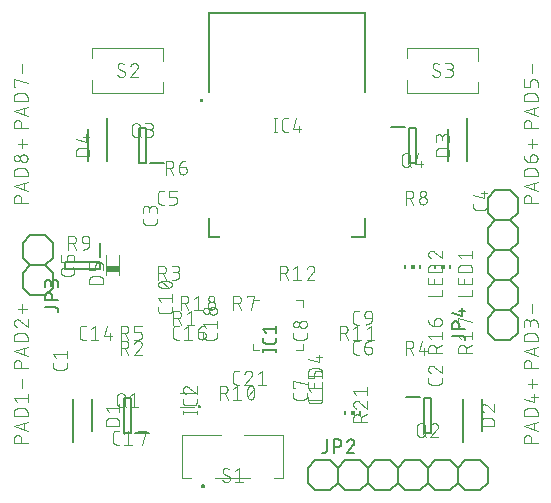
<source format=gbr>
G04 EAGLE Gerber RS-274X export*
G75*
%MOMM*%
%FSLAX34Y34*%
%LPD*%
%INSilkscreen Top*%
%IPPOS*%
%AMOC8*
5,1,8,0,0,1.08239X$1,22.5*%
G01*
%ADD10C,0.101600*%
%ADD11R,1.100000X0.600000*%
%ADD12C,0.120000*%
%ADD13C,0.127000*%
%ADD14C,0.152400*%
%ADD15R,0.150000X0.300000*%
%ADD16R,0.300000X0.300000*%
%ADD17C,0.200000*%
%ADD18C,0.100000*%
%ADD19C,0.200000*%


D10*
X50292Y120001D02*
X50292Y117404D01*
X50290Y117305D01*
X50284Y117205D01*
X50275Y117106D01*
X50262Y117008D01*
X50245Y116910D01*
X50224Y116812D01*
X50199Y116716D01*
X50171Y116621D01*
X50139Y116527D01*
X50104Y116434D01*
X50065Y116342D01*
X50022Y116252D01*
X49977Y116164D01*
X49927Y116077D01*
X49875Y115993D01*
X49819Y115910D01*
X49761Y115830D01*
X49699Y115752D01*
X49634Y115677D01*
X49566Y115604D01*
X49496Y115534D01*
X49423Y115466D01*
X49348Y115401D01*
X49270Y115339D01*
X49190Y115281D01*
X49107Y115225D01*
X49023Y115173D01*
X48936Y115123D01*
X48848Y115078D01*
X48758Y115035D01*
X48666Y114996D01*
X48573Y114961D01*
X48479Y114929D01*
X48384Y114901D01*
X48288Y114876D01*
X48190Y114855D01*
X48092Y114838D01*
X47994Y114825D01*
X47895Y114816D01*
X47795Y114810D01*
X47696Y114808D01*
X41204Y114808D01*
X41105Y114810D01*
X41005Y114816D01*
X40906Y114825D01*
X40808Y114838D01*
X40710Y114856D01*
X40612Y114876D01*
X40516Y114901D01*
X40420Y114929D01*
X40326Y114961D01*
X40233Y114996D01*
X40142Y115035D01*
X40052Y115078D01*
X39963Y115123D01*
X39877Y115173D01*
X39792Y115225D01*
X39710Y115281D01*
X39630Y115340D01*
X39552Y115401D01*
X39476Y115466D01*
X39403Y115534D01*
X39333Y115604D01*
X39265Y115677D01*
X39200Y115753D01*
X39139Y115831D01*
X39080Y115911D01*
X39024Y115993D01*
X38972Y116078D01*
X38923Y116164D01*
X38877Y116253D01*
X38834Y116343D01*
X38795Y116434D01*
X38760Y116527D01*
X38728Y116621D01*
X38700Y116717D01*
X38675Y116813D01*
X38655Y116911D01*
X38637Y117009D01*
X38624Y117107D01*
X38615Y117206D01*
X38609Y117305D01*
X38607Y117405D01*
X38608Y117404D02*
X38608Y120001D01*
X41204Y124366D02*
X38608Y127612D01*
X50292Y127612D01*
X50292Y130857D02*
X50292Y124366D01*
X139192Y165109D02*
X139192Y167706D01*
X139192Y165109D02*
X139190Y165010D01*
X139184Y164910D01*
X139175Y164811D01*
X139162Y164713D01*
X139145Y164615D01*
X139124Y164517D01*
X139099Y164421D01*
X139071Y164326D01*
X139039Y164232D01*
X139004Y164139D01*
X138965Y164047D01*
X138922Y163957D01*
X138877Y163869D01*
X138827Y163782D01*
X138775Y163698D01*
X138719Y163615D01*
X138661Y163535D01*
X138599Y163457D01*
X138534Y163382D01*
X138466Y163309D01*
X138396Y163239D01*
X138323Y163171D01*
X138248Y163106D01*
X138170Y163044D01*
X138090Y162986D01*
X138007Y162930D01*
X137923Y162878D01*
X137836Y162828D01*
X137748Y162783D01*
X137658Y162740D01*
X137566Y162701D01*
X137473Y162666D01*
X137379Y162634D01*
X137284Y162606D01*
X137188Y162581D01*
X137090Y162560D01*
X136992Y162543D01*
X136894Y162530D01*
X136795Y162521D01*
X136695Y162515D01*
X136596Y162513D01*
X130104Y162513D01*
X130104Y162512D02*
X130005Y162514D01*
X129905Y162520D01*
X129806Y162529D01*
X129708Y162542D01*
X129610Y162560D01*
X129512Y162580D01*
X129416Y162605D01*
X129320Y162633D01*
X129226Y162665D01*
X129133Y162700D01*
X129042Y162739D01*
X128952Y162782D01*
X128863Y162827D01*
X128777Y162877D01*
X128692Y162929D01*
X128610Y162985D01*
X128530Y163044D01*
X128452Y163105D01*
X128376Y163170D01*
X128303Y163238D01*
X128233Y163308D01*
X128165Y163381D01*
X128100Y163457D01*
X128039Y163535D01*
X127980Y163615D01*
X127924Y163697D01*
X127872Y163782D01*
X127823Y163868D01*
X127777Y163957D01*
X127734Y164047D01*
X127695Y164138D01*
X127660Y164231D01*
X127628Y164325D01*
X127600Y164421D01*
X127575Y164517D01*
X127555Y164615D01*
X127537Y164713D01*
X127524Y164811D01*
X127515Y164910D01*
X127509Y165009D01*
X127507Y165109D01*
X127508Y165109D02*
X127508Y167706D01*
X130104Y172071D02*
X127508Y175316D01*
X139192Y175316D01*
X139192Y172071D02*
X139192Y178562D01*
X133350Y183501D02*
X133120Y183504D01*
X132890Y183512D01*
X132661Y183526D01*
X132432Y183545D01*
X132203Y183570D01*
X131975Y183600D01*
X131748Y183635D01*
X131522Y183676D01*
X131297Y183722D01*
X131073Y183774D01*
X130850Y183831D01*
X130629Y183893D01*
X130409Y183961D01*
X130191Y184034D01*
X129975Y184112D01*
X129761Y184195D01*
X129549Y184283D01*
X129338Y184376D01*
X129131Y184475D01*
X129131Y184474D02*
X129041Y184507D01*
X128952Y184543D01*
X128864Y184583D01*
X128779Y184627D01*
X128695Y184674D01*
X128613Y184724D01*
X128533Y184778D01*
X128456Y184834D01*
X128380Y184894D01*
X128307Y184957D01*
X128237Y185022D01*
X128169Y185091D01*
X128105Y185162D01*
X128043Y185235D01*
X127984Y185311D01*
X127928Y185389D01*
X127875Y185470D01*
X127826Y185552D01*
X127780Y185636D01*
X127737Y185723D01*
X127698Y185810D01*
X127662Y185900D01*
X127630Y185990D01*
X127602Y186082D01*
X127577Y186175D01*
X127556Y186269D01*
X127539Y186363D01*
X127525Y186458D01*
X127516Y186554D01*
X127510Y186650D01*
X127508Y186746D01*
X127510Y186842D01*
X127516Y186938D01*
X127525Y187034D01*
X127539Y187129D01*
X127556Y187223D01*
X127577Y187317D01*
X127602Y187410D01*
X127630Y187502D01*
X127662Y187592D01*
X127698Y187682D01*
X127737Y187770D01*
X127780Y187856D01*
X127826Y187940D01*
X127875Y188022D01*
X127928Y188103D01*
X127984Y188181D01*
X128043Y188257D01*
X128105Y188330D01*
X128169Y188401D01*
X128237Y188470D01*
X128307Y188535D01*
X128380Y188598D01*
X128456Y188658D01*
X128533Y188714D01*
X128613Y188768D01*
X128695Y188818D01*
X128779Y188865D01*
X128864Y188909D01*
X128952Y188949D01*
X129041Y188985D01*
X129131Y189018D01*
X129338Y189117D01*
X129549Y189210D01*
X129761Y189298D01*
X129975Y189381D01*
X130191Y189459D01*
X130409Y189532D01*
X130629Y189600D01*
X130850Y189662D01*
X131073Y189719D01*
X131297Y189771D01*
X131522Y189817D01*
X131748Y189858D01*
X131975Y189893D01*
X132203Y189923D01*
X132432Y189948D01*
X132661Y189967D01*
X132890Y189981D01*
X133120Y189989D01*
X133350Y189992D01*
X133350Y183501D02*
X133580Y183504D01*
X133810Y183512D01*
X134039Y183526D01*
X134268Y183545D01*
X134497Y183570D01*
X134725Y183600D01*
X134952Y183635D01*
X135178Y183676D01*
X135403Y183722D01*
X135627Y183774D01*
X135850Y183831D01*
X136071Y183893D01*
X136291Y183961D01*
X136509Y184034D01*
X136725Y184112D01*
X136939Y184195D01*
X137151Y184283D01*
X137362Y184376D01*
X137569Y184475D01*
X137569Y184474D02*
X137659Y184507D01*
X137748Y184543D01*
X137836Y184584D01*
X137921Y184627D01*
X138005Y184674D01*
X138087Y184724D01*
X138167Y184778D01*
X138244Y184834D01*
X138320Y184894D01*
X138393Y184957D01*
X138463Y185022D01*
X138531Y185091D01*
X138595Y185162D01*
X138657Y185235D01*
X138716Y185311D01*
X138772Y185389D01*
X138825Y185470D01*
X138874Y185552D01*
X138920Y185636D01*
X138963Y185723D01*
X139002Y185810D01*
X139038Y185900D01*
X139070Y185990D01*
X139098Y186082D01*
X139123Y186175D01*
X139144Y186269D01*
X139161Y186363D01*
X139175Y186458D01*
X139184Y186554D01*
X139190Y186650D01*
X139192Y186746D01*
X137569Y189018D02*
X137362Y189117D01*
X137151Y189210D01*
X136939Y189298D01*
X136725Y189381D01*
X136509Y189459D01*
X136291Y189532D01*
X136071Y189600D01*
X135850Y189662D01*
X135627Y189719D01*
X135403Y189771D01*
X135178Y189817D01*
X134952Y189858D01*
X134725Y189893D01*
X134497Y189923D01*
X134268Y189948D01*
X134039Y189967D01*
X133810Y189981D01*
X133580Y189989D01*
X133350Y189992D01*
X137569Y189018D02*
X137659Y188985D01*
X137748Y188949D01*
X137836Y188909D01*
X137921Y188865D01*
X138005Y188818D01*
X138087Y188768D01*
X138167Y188714D01*
X138244Y188658D01*
X138320Y188598D01*
X138393Y188535D01*
X138463Y188470D01*
X138531Y188401D01*
X138595Y188330D01*
X138657Y188257D01*
X138716Y188181D01*
X138772Y188103D01*
X138825Y188022D01*
X138874Y187940D01*
X138920Y187856D01*
X138963Y187769D01*
X139002Y187682D01*
X139038Y187592D01*
X139070Y187502D01*
X139098Y187410D01*
X139123Y187317D01*
X139144Y187223D01*
X139161Y187129D01*
X139175Y187034D01*
X139184Y186938D01*
X139190Y186842D01*
X139192Y186746D01*
X136596Y184150D02*
X130104Y189343D01*
X66106Y140208D02*
X63509Y140208D01*
X63410Y140210D01*
X63310Y140216D01*
X63211Y140225D01*
X63113Y140238D01*
X63015Y140255D01*
X62917Y140276D01*
X62821Y140301D01*
X62726Y140329D01*
X62632Y140361D01*
X62539Y140396D01*
X62447Y140435D01*
X62357Y140478D01*
X62269Y140523D01*
X62182Y140573D01*
X62098Y140625D01*
X62015Y140681D01*
X61935Y140739D01*
X61857Y140801D01*
X61782Y140866D01*
X61709Y140934D01*
X61639Y141004D01*
X61571Y141077D01*
X61506Y141152D01*
X61444Y141230D01*
X61386Y141310D01*
X61330Y141393D01*
X61278Y141477D01*
X61228Y141564D01*
X61183Y141652D01*
X61140Y141742D01*
X61101Y141834D01*
X61066Y141927D01*
X61034Y142021D01*
X61006Y142116D01*
X60981Y142212D01*
X60960Y142310D01*
X60943Y142408D01*
X60930Y142506D01*
X60921Y142605D01*
X60915Y142705D01*
X60913Y142804D01*
X60913Y149296D01*
X60915Y149395D01*
X60921Y149495D01*
X60930Y149594D01*
X60943Y149692D01*
X60960Y149790D01*
X60981Y149888D01*
X61006Y149984D01*
X61034Y150079D01*
X61066Y150173D01*
X61101Y150266D01*
X61140Y150358D01*
X61183Y150448D01*
X61228Y150536D01*
X61278Y150623D01*
X61330Y150707D01*
X61386Y150790D01*
X61444Y150870D01*
X61506Y150948D01*
X61571Y151023D01*
X61639Y151096D01*
X61709Y151166D01*
X61782Y151234D01*
X61857Y151299D01*
X61935Y151361D01*
X62015Y151419D01*
X62098Y151475D01*
X62182Y151527D01*
X62269Y151577D01*
X62357Y151622D01*
X62447Y151665D01*
X62539Y151704D01*
X62631Y151739D01*
X62726Y151771D01*
X62821Y151799D01*
X62917Y151824D01*
X63015Y151845D01*
X63113Y151862D01*
X63211Y151875D01*
X63310Y151884D01*
X63410Y151890D01*
X63509Y151892D01*
X66106Y151892D01*
X70471Y149296D02*
X73716Y151892D01*
X73716Y140208D01*
X70471Y140208D02*
X76962Y140208D01*
X81901Y142804D02*
X84497Y151892D01*
X81901Y142804D02*
X88392Y142804D01*
X86445Y145401D02*
X86445Y140208D01*
X266192Y91506D02*
X266192Y88909D01*
X266190Y88810D01*
X266184Y88710D01*
X266175Y88611D01*
X266162Y88513D01*
X266145Y88415D01*
X266124Y88317D01*
X266099Y88221D01*
X266071Y88126D01*
X266039Y88032D01*
X266004Y87939D01*
X265965Y87847D01*
X265922Y87757D01*
X265877Y87669D01*
X265827Y87582D01*
X265775Y87498D01*
X265719Y87415D01*
X265661Y87335D01*
X265599Y87257D01*
X265534Y87182D01*
X265466Y87109D01*
X265396Y87039D01*
X265323Y86971D01*
X265248Y86906D01*
X265170Y86844D01*
X265090Y86786D01*
X265007Y86730D01*
X264923Y86678D01*
X264836Y86628D01*
X264748Y86583D01*
X264658Y86540D01*
X264566Y86501D01*
X264473Y86466D01*
X264379Y86434D01*
X264284Y86406D01*
X264188Y86381D01*
X264090Y86360D01*
X263992Y86343D01*
X263894Y86330D01*
X263795Y86321D01*
X263695Y86315D01*
X263596Y86313D01*
X257104Y86313D01*
X257104Y86312D02*
X257005Y86314D01*
X256905Y86320D01*
X256806Y86329D01*
X256708Y86342D01*
X256610Y86360D01*
X256512Y86380D01*
X256416Y86405D01*
X256320Y86433D01*
X256226Y86465D01*
X256133Y86500D01*
X256042Y86539D01*
X255952Y86582D01*
X255863Y86627D01*
X255777Y86677D01*
X255692Y86729D01*
X255610Y86785D01*
X255530Y86844D01*
X255452Y86905D01*
X255376Y86970D01*
X255303Y87038D01*
X255233Y87108D01*
X255165Y87181D01*
X255100Y87257D01*
X255039Y87335D01*
X254980Y87415D01*
X254924Y87497D01*
X254872Y87582D01*
X254823Y87668D01*
X254777Y87757D01*
X254734Y87847D01*
X254695Y87938D01*
X254660Y88031D01*
X254628Y88125D01*
X254600Y88221D01*
X254575Y88317D01*
X254555Y88415D01*
X254537Y88513D01*
X254524Y88611D01*
X254515Y88710D01*
X254509Y88809D01*
X254507Y88909D01*
X254508Y88909D02*
X254508Y91506D01*
X257104Y95871D02*
X254508Y99116D01*
X266192Y99116D01*
X266192Y95871D02*
X266192Y102362D01*
X266192Y107301D02*
X266192Y111196D01*
X266190Y111295D01*
X266184Y111395D01*
X266175Y111494D01*
X266162Y111592D01*
X266145Y111690D01*
X266124Y111788D01*
X266099Y111884D01*
X266071Y111979D01*
X266039Y112073D01*
X266004Y112166D01*
X265965Y112258D01*
X265922Y112348D01*
X265877Y112436D01*
X265827Y112523D01*
X265775Y112607D01*
X265719Y112690D01*
X265661Y112770D01*
X265599Y112848D01*
X265534Y112923D01*
X265466Y112996D01*
X265396Y113066D01*
X265323Y113134D01*
X265248Y113199D01*
X265170Y113261D01*
X265090Y113319D01*
X265007Y113375D01*
X264923Y113427D01*
X264836Y113477D01*
X264748Y113522D01*
X264658Y113565D01*
X264566Y113604D01*
X264473Y113639D01*
X264379Y113671D01*
X264284Y113699D01*
X264188Y113724D01*
X264090Y113745D01*
X263992Y113762D01*
X263894Y113775D01*
X263795Y113784D01*
X263695Y113790D01*
X263596Y113792D01*
X262297Y113792D01*
X262198Y113790D01*
X262098Y113784D01*
X261999Y113775D01*
X261901Y113762D01*
X261803Y113745D01*
X261705Y113724D01*
X261609Y113699D01*
X261514Y113671D01*
X261420Y113639D01*
X261327Y113604D01*
X261235Y113565D01*
X261145Y113522D01*
X261057Y113477D01*
X260970Y113427D01*
X260886Y113375D01*
X260803Y113319D01*
X260723Y113261D01*
X260645Y113199D01*
X260570Y113134D01*
X260497Y113066D01*
X260427Y112996D01*
X260359Y112923D01*
X260294Y112848D01*
X260232Y112770D01*
X260174Y112690D01*
X260118Y112607D01*
X260066Y112523D01*
X260016Y112436D01*
X259971Y112348D01*
X259928Y112258D01*
X259889Y112166D01*
X259854Y112073D01*
X259822Y111979D01*
X259794Y111884D01*
X259769Y111788D01*
X259748Y111690D01*
X259731Y111592D01*
X259718Y111494D01*
X259709Y111395D01*
X259703Y111295D01*
X259701Y111196D01*
X259701Y107301D01*
X254508Y107301D01*
X254508Y113792D01*
X94601Y51308D02*
X92004Y51308D01*
X91905Y51310D01*
X91805Y51316D01*
X91706Y51325D01*
X91608Y51338D01*
X91510Y51355D01*
X91412Y51376D01*
X91316Y51401D01*
X91221Y51429D01*
X91127Y51461D01*
X91034Y51496D01*
X90942Y51535D01*
X90852Y51578D01*
X90764Y51623D01*
X90677Y51673D01*
X90593Y51725D01*
X90510Y51781D01*
X90430Y51839D01*
X90352Y51901D01*
X90277Y51966D01*
X90204Y52034D01*
X90134Y52104D01*
X90066Y52177D01*
X90001Y52252D01*
X89939Y52330D01*
X89881Y52410D01*
X89825Y52493D01*
X89773Y52577D01*
X89723Y52664D01*
X89678Y52752D01*
X89635Y52842D01*
X89596Y52934D01*
X89561Y53027D01*
X89529Y53121D01*
X89501Y53216D01*
X89476Y53312D01*
X89455Y53410D01*
X89438Y53508D01*
X89425Y53606D01*
X89416Y53705D01*
X89410Y53805D01*
X89408Y53904D01*
X89408Y60396D01*
X89410Y60495D01*
X89416Y60595D01*
X89425Y60694D01*
X89438Y60792D01*
X89455Y60890D01*
X89476Y60988D01*
X89501Y61084D01*
X89529Y61179D01*
X89561Y61273D01*
X89596Y61366D01*
X89635Y61458D01*
X89678Y61548D01*
X89723Y61636D01*
X89773Y61723D01*
X89825Y61807D01*
X89881Y61890D01*
X89939Y61970D01*
X90001Y62048D01*
X90066Y62123D01*
X90134Y62196D01*
X90204Y62266D01*
X90277Y62334D01*
X90352Y62399D01*
X90430Y62461D01*
X90510Y62519D01*
X90593Y62575D01*
X90677Y62627D01*
X90764Y62677D01*
X90852Y62722D01*
X90942Y62765D01*
X91034Y62804D01*
X91126Y62839D01*
X91221Y62871D01*
X91316Y62899D01*
X91412Y62924D01*
X91510Y62945D01*
X91608Y62962D01*
X91706Y62975D01*
X91805Y62984D01*
X91905Y62990D01*
X92004Y62992D01*
X94601Y62992D01*
X98966Y60396D02*
X102212Y62992D01*
X102212Y51308D01*
X105457Y51308D02*
X98966Y51308D01*
X110396Y61694D02*
X110396Y62992D01*
X116887Y62992D01*
X113642Y51308D01*
X367792Y104704D02*
X367792Y107301D01*
X367792Y104704D02*
X367790Y104605D01*
X367784Y104505D01*
X367775Y104406D01*
X367762Y104308D01*
X367745Y104210D01*
X367724Y104112D01*
X367699Y104016D01*
X367671Y103921D01*
X367639Y103827D01*
X367604Y103734D01*
X367565Y103642D01*
X367522Y103552D01*
X367477Y103464D01*
X367427Y103377D01*
X367375Y103293D01*
X367319Y103210D01*
X367261Y103130D01*
X367199Y103052D01*
X367134Y102977D01*
X367066Y102904D01*
X366996Y102834D01*
X366923Y102766D01*
X366848Y102701D01*
X366770Y102639D01*
X366690Y102581D01*
X366607Y102525D01*
X366523Y102473D01*
X366436Y102423D01*
X366348Y102378D01*
X366258Y102335D01*
X366166Y102296D01*
X366073Y102261D01*
X365979Y102229D01*
X365884Y102201D01*
X365788Y102176D01*
X365690Y102155D01*
X365592Y102138D01*
X365494Y102125D01*
X365395Y102116D01*
X365295Y102110D01*
X365196Y102108D01*
X358704Y102108D01*
X358605Y102110D01*
X358505Y102116D01*
X358406Y102125D01*
X358308Y102138D01*
X358210Y102156D01*
X358112Y102176D01*
X358016Y102201D01*
X357920Y102229D01*
X357826Y102261D01*
X357733Y102296D01*
X357642Y102335D01*
X357552Y102378D01*
X357463Y102423D01*
X357377Y102473D01*
X357292Y102525D01*
X357210Y102581D01*
X357130Y102640D01*
X357052Y102701D01*
X356976Y102766D01*
X356903Y102834D01*
X356833Y102904D01*
X356765Y102977D01*
X356700Y103053D01*
X356639Y103131D01*
X356580Y103211D01*
X356524Y103293D01*
X356472Y103378D01*
X356423Y103464D01*
X356377Y103553D01*
X356334Y103643D01*
X356295Y103734D01*
X356260Y103827D01*
X356228Y103921D01*
X356200Y104017D01*
X356175Y104113D01*
X356155Y104211D01*
X356137Y104309D01*
X356124Y104407D01*
X356115Y104506D01*
X356109Y104605D01*
X356107Y104705D01*
X356108Y104704D02*
X356108Y107301D01*
X356108Y115236D02*
X356110Y115343D01*
X356116Y115449D01*
X356126Y115555D01*
X356139Y115661D01*
X356157Y115767D01*
X356178Y115871D01*
X356203Y115975D01*
X356232Y116078D01*
X356264Y116179D01*
X356301Y116279D01*
X356341Y116378D01*
X356384Y116476D01*
X356431Y116572D01*
X356482Y116666D01*
X356536Y116758D01*
X356593Y116848D01*
X356653Y116936D01*
X356717Y117021D01*
X356784Y117104D01*
X356854Y117185D01*
X356926Y117263D01*
X357002Y117339D01*
X357080Y117411D01*
X357161Y117481D01*
X357244Y117548D01*
X357329Y117612D01*
X357417Y117672D01*
X357507Y117729D01*
X357599Y117783D01*
X357693Y117834D01*
X357789Y117881D01*
X357887Y117924D01*
X357986Y117964D01*
X358086Y118001D01*
X358187Y118033D01*
X358290Y118062D01*
X358394Y118087D01*
X358498Y118108D01*
X358604Y118126D01*
X358710Y118139D01*
X358816Y118149D01*
X358922Y118155D01*
X359029Y118157D01*
X356108Y115236D02*
X356110Y115115D01*
X356116Y114994D01*
X356126Y114874D01*
X356139Y114753D01*
X356157Y114634D01*
X356178Y114514D01*
X356203Y114396D01*
X356232Y114279D01*
X356265Y114162D01*
X356301Y114047D01*
X356342Y113933D01*
X356385Y113820D01*
X356433Y113708D01*
X356484Y113599D01*
X356539Y113491D01*
X356597Y113384D01*
X356658Y113280D01*
X356723Y113178D01*
X356791Y113078D01*
X356862Y112980D01*
X356936Y112884D01*
X357013Y112791D01*
X357094Y112701D01*
X357177Y112613D01*
X357263Y112528D01*
X357352Y112445D01*
X357443Y112366D01*
X357537Y112289D01*
X357633Y112216D01*
X357731Y112146D01*
X357832Y112079D01*
X357935Y112015D01*
X358040Y111955D01*
X358147Y111897D01*
X358255Y111844D01*
X358365Y111794D01*
X358477Y111748D01*
X358590Y111705D01*
X358705Y111666D01*
X361301Y117183D02*
X361223Y117262D01*
X361143Y117338D01*
X361060Y117411D01*
X360974Y117481D01*
X360887Y117548D01*
X360796Y117612D01*
X360704Y117672D01*
X360610Y117730D01*
X360513Y117784D01*
X360415Y117834D01*
X360315Y117881D01*
X360214Y117925D01*
X360111Y117965D01*
X360006Y118001D01*
X359901Y118033D01*
X359794Y118062D01*
X359687Y118087D01*
X359578Y118109D01*
X359469Y118126D01*
X359360Y118140D01*
X359250Y118149D01*
X359139Y118155D01*
X359029Y118157D01*
X361301Y117184D02*
X367792Y111666D01*
X367792Y118157D01*
X126492Y240039D02*
X126492Y242636D01*
X126492Y240039D02*
X126490Y239940D01*
X126484Y239840D01*
X126475Y239741D01*
X126462Y239643D01*
X126445Y239545D01*
X126424Y239447D01*
X126399Y239351D01*
X126371Y239256D01*
X126339Y239162D01*
X126304Y239069D01*
X126265Y238977D01*
X126222Y238887D01*
X126177Y238799D01*
X126127Y238712D01*
X126075Y238628D01*
X126019Y238545D01*
X125961Y238465D01*
X125899Y238387D01*
X125834Y238312D01*
X125766Y238239D01*
X125696Y238169D01*
X125623Y238101D01*
X125548Y238036D01*
X125470Y237974D01*
X125390Y237916D01*
X125307Y237860D01*
X125223Y237808D01*
X125136Y237758D01*
X125048Y237713D01*
X124958Y237670D01*
X124866Y237631D01*
X124773Y237596D01*
X124679Y237564D01*
X124584Y237536D01*
X124488Y237511D01*
X124390Y237490D01*
X124292Y237473D01*
X124194Y237460D01*
X124095Y237451D01*
X123995Y237445D01*
X123896Y237443D01*
X117404Y237443D01*
X117404Y237442D02*
X117305Y237444D01*
X117205Y237450D01*
X117106Y237459D01*
X117008Y237472D01*
X116910Y237490D01*
X116812Y237510D01*
X116716Y237535D01*
X116620Y237563D01*
X116526Y237595D01*
X116433Y237630D01*
X116342Y237669D01*
X116252Y237712D01*
X116163Y237757D01*
X116077Y237807D01*
X115992Y237859D01*
X115910Y237915D01*
X115830Y237974D01*
X115752Y238035D01*
X115676Y238100D01*
X115603Y238168D01*
X115533Y238238D01*
X115465Y238311D01*
X115400Y238387D01*
X115339Y238465D01*
X115280Y238545D01*
X115224Y238627D01*
X115172Y238712D01*
X115123Y238798D01*
X115077Y238887D01*
X115034Y238977D01*
X114995Y239068D01*
X114960Y239161D01*
X114928Y239255D01*
X114900Y239351D01*
X114875Y239447D01*
X114855Y239545D01*
X114837Y239643D01*
X114824Y239741D01*
X114815Y239840D01*
X114809Y239939D01*
X114807Y240039D01*
X114808Y240039D02*
X114808Y242636D01*
X126492Y247001D02*
X126492Y250246D01*
X126490Y250359D01*
X126484Y250472D01*
X126474Y250585D01*
X126460Y250698D01*
X126443Y250810D01*
X126421Y250921D01*
X126396Y251031D01*
X126366Y251141D01*
X126333Y251249D01*
X126296Y251356D01*
X126256Y251462D01*
X126211Y251566D01*
X126163Y251669D01*
X126112Y251770D01*
X126057Y251869D01*
X125999Y251966D01*
X125937Y252061D01*
X125872Y252154D01*
X125804Y252244D01*
X125733Y252332D01*
X125658Y252418D01*
X125581Y252501D01*
X125501Y252581D01*
X125418Y252658D01*
X125332Y252733D01*
X125244Y252804D01*
X125154Y252872D01*
X125061Y252937D01*
X124966Y252999D01*
X124869Y253057D01*
X124770Y253112D01*
X124669Y253163D01*
X124566Y253211D01*
X124462Y253256D01*
X124356Y253296D01*
X124249Y253333D01*
X124141Y253366D01*
X124031Y253396D01*
X123921Y253421D01*
X123810Y253443D01*
X123698Y253460D01*
X123585Y253474D01*
X123472Y253484D01*
X123359Y253490D01*
X123246Y253492D01*
X123133Y253490D01*
X123020Y253484D01*
X122907Y253474D01*
X122794Y253460D01*
X122682Y253443D01*
X122571Y253421D01*
X122461Y253396D01*
X122351Y253366D01*
X122243Y253333D01*
X122136Y253296D01*
X122030Y253256D01*
X121926Y253211D01*
X121823Y253163D01*
X121722Y253112D01*
X121623Y253057D01*
X121526Y252999D01*
X121431Y252937D01*
X121338Y252872D01*
X121248Y252804D01*
X121160Y252733D01*
X121074Y252658D01*
X120991Y252581D01*
X120911Y252501D01*
X120834Y252418D01*
X120759Y252332D01*
X120688Y252244D01*
X120620Y252154D01*
X120555Y252061D01*
X120493Y251966D01*
X120435Y251869D01*
X120380Y251770D01*
X120329Y251669D01*
X120281Y251566D01*
X120236Y251462D01*
X120196Y251356D01*
X120159Y251249D01*
X120126Y251141D01*
X120096Y251031D01*
X120071Y250921D01*
X120049Y250810D01*
X120032Y250698D01*
X120018Y250585D01*
X120008Y250472D01*
X120002Y250359D01*
X120000Y250246D01*
X114808Y250896D02*
X114808Y247001D01*
X114808Y250896D02*
X114810Y250997D01*
X114816Y251097D01*
X114826Y251197D01*
X114839Y251297D01*
X114857Y251396D01*
X114878Y251495D01*
X114903Y251592D01*
X114932Y251689D01*
X114965Y251784D01*
X115001Y251878D01*
X115041Y251970D01*
X115084Y252061D01*
X115131Y252150D01*
X115181Y252237D01*
X115235Y252323D01*
X115292Y252406D01*
X115352Y252486D01*
X115415Y252565D01*
X115482Y252641D01*
X115551Y252714D01*
X115623Y252784D01*
X115697Y252852D01*
X115774Y252917D01*
X115854Y252978D01*
X115936Y253037D01*
X116020Y253092D01*
X116106Y253144D01*
X116194Y253193D01*
X116284Y253238D01*
X116376Y253280D01*
X116469Y253318D01*
X116564Y253352D01*
X116659Y253383D01*
X116756Y253410D01*
X116854Y253433D01*
X116953Y253453D01*
X117053Y253468D01*
X117153Y253480D01*
X117253Y253488D01*
X117354Y253492D01*
X117454Y253492D01*
X117555Y253488D01*
X117655Y253480D01*
X117755Y253468D01*
X117855Y253453D01*
X117954Y253433D01*
X118052Y253410D01*
X118149Y253383D01*
X118244Y253352D01*
X118339Y253318D01*
X118432Y253280D01*
X118524Y253238D01*
X118614Y253193D01*
X118702Y253144D01*
X118788Y253092D01*
X118872Y253037D01*
X118954Y252978D01*
X119034Y252917D01*
X119111Y252852D01*
X119185Y252784D01*
X119257Y252714D01*
X119326Y252641D01*
X119393Y252565D01*
X119456Y252486D01*
X119516Y252406D01*
X119573Y252323D01*
X119627Y252237D01*
X119677Y252150D01*
X119724Y252061D01*
X119767Y251970D01*
X119807Y251878D01*
X119843Y251784D01*
X119876Y251689D01*
X119905Y251592D01*
X119930Y251495D01*
X119951Y251396D01*
X119969Y251297D01*
X119982Y251197D01*
X119992Y251097D01*
X119998Y250997D01*
X120000Y250896D01*
X120001Y250896D02*
X120001Y248299D01*
X405892Y252739D02*
X405892Y255336D01*
X405892Y252739D02*
X405890Y252640D01*
X405884Y252540D01*
X405875Y252441D01*
X405862Y252343D01*
X405845Y252245D01*
X405824Y252147D01*
X405799Y252051D01*
X405771Y251956D01*
X405739Y251862D01*
X405704Y251769D01*
X405665Y251677D01*
X405622Y251587D01*
X405577Y251499D01*
X405527Y251412D01*
X405475Y251328D01*
X405419Y251245D01*
X405361Y251165D01*
X405299Y251087D01*
X405234Y251012D01*
X405166Y250939D01*
X405096Y250869D01*
X405023Y250801D01*
X404948Y250736D01*
X404870Y250674D01*
X404790Y250616D01*
X404707Y250560D01*
X404623Y250508D01*
X404536Y250458D01*
X404448Y250413D01*
X404358Y250370D01*
X404266Y250331D01*
X404173Y250296D01*
X404079Y250264D01*
X403984Y250236D01*
X403888Y250211D01*
X403790Y250190D01*
X403692Y250173D01*
X403594Y250160D01*
X403495Y250151D01*
X403395Y250145D01*
X403296Y250143D01*
X396804Y250143D01*
X396804Y250142D02*
X396705Y250144D01*
X396605Y250150D01*
X396506Y250159D01*
X396408Y250172D01*
X396310Y250190D01*
X396212Y250210D01*
X396116Y250235D01*
X396020Y250263D01*
X395926Y250295D01*
X395833Y250330D01*
X395742Y250369D01*
X395652Y250412D01*
X395563Y250457D01*
X395477Y250507D01*
X395392Y250559D01*
X395310Y250615D01*
X395230Y250674D01*
X395152Y250735D01*
X395076Y250800D01*
X395003Y250868D01*
X394933Y250938D01*
X394865Y251011D01*
X394800Y251087D01*
X394739Y251165D01*
X394680Y251245D01*
X394624Y251327D01*
X394572Y251412D01*
X394523Y251498D01*
X394477Y251587D01*
X394434Y251677D01*
X394395Y251768D01*
X394360Y251861D01*
X394328Y251955D01*
X394300Y252051D01*
X394275Y252147D01*
X394255Y252245D01*
X394237Y252343D01*
X394224Y252441D01*
X394215Y252540D01*
X394209Y252639D01*
X394207Y252739D01*
X394208Y252739D02*
X394208Y255336D01*
X394208Y262297D02*
X403296Y259701D01*
X403296Y266192D01*
X400699Y264245D02*
X405892Y264245D01*
X297801Y127508D02*
X295204Y127508D01*
X295105Y127510D01*
X295005Y127516D01*
X294906Y127525D01*
X294808Y127538D01*
X294710Y127555D01*
X294612Y127576D01*
X294516Y127601D01*
X294421Y127629D01*
X294327Y127661D01*
X294234Y127696D01*
X294142Y127735D01*
X294052Y127778D01*
X293964Y127823D01*
X293877Y127873D01*
X293793Y127925D01*
X293710Y127981D01*
X293630Y128039D01*
X293552Y128101D01*
X293477Y128166D01*
X293404Y128234D01*
X293334Y128304D01*
X293266Y128377D01*
X293201Y128452D01*
X293139Y128530D01*
X293081Y128610D01*
X293025Y128693D01*
X292973Y128777D01*
X292923Y128864D01*
X292878Y128952D01*
X292835Y129042D01*
X292796Y129134D01*
X292761Y129227D01*
X292729Y129321D01*
X292701Y129416D01*
X292676Y129512D01*
X292655Y129610D01*
X292638Y129708D01*
X292625Y129806D01*
X292616Y129905D01*
X292610Y130005D01*
X292608Y130104D01*
X292608Y136596D01*
X292610Y136695D01*
X292616Y136795D01*
X292625Y136894D01*
X292638Y136992D01*
X292655Y137090D01*
X292676Y137188D01*
X292701Y137284D01*
X292729Y137379D01*
X292761Y137473D01*
X292796Y137566D01*
X292835Y137658D01*
X292878Y137748D01*
X292923Y137836D01*
X292973Y137923D01*
X293025Y138007D01*
X293081Y138090D01*
X293139Y138170D01*
X293201Y138248D01*
X293266Y138323D01*
X293334Y138396D01*
X293404Y138466D01*
X293477Y138534D01*
X293552Y138599D01*
X293630Y138661D01*
X293710Y138719D01*
X293793Y138775D01*
X293877Y138827D01*
X293964Y138877D01*
X294052Y138922D01*
X294142Y138965D01*
X294234Y139004D01*
X294326Y139039D01*
X294421Y139071D01*
X294516Y139099D01*
X294612Y139124D01*
X294710Y139145D01*
X294808Y139162D01*
X294906Y139175D01*
X295005Y139184D01*
X295105Y139190D01*
X295204Y139192D01*
X297801Y139192D01*
X302166Y133999D02*
X306061Y133999D01*
X306160Y133997D01*
X306260Y133991D01*
X306359Y133982D01*
X306457Y133969D01*
X306555Y133952D01*
X306653Y133931D01*
X306749Y133906D01*
X306844Y133878D01*
X306938Y133846D01*
X307031Y133811D01*
X307123Y133772D01*
X307213Y133729D01*
X307301Y133684D01*
X307388Y133634D01*
X307472Y133582D01*
X307555Y133526D01*
X307635Y133468D01*
X307713Y133406D01*
X307788Y133341D01*
X307861Y133273D01*
X307931Y133203D01*
X307999Y133130D01*
X308064Y133055D01*
X308126Y132977D01*
X308184Y132897D01*
X308240Y132814D01*
X308292Y132730D01*
X308342Y132643D01*
X308387Y132555D01*
X308430Y132465D01*
X308469Y132373D01*
X308504Y132280D01*
X308536Y132186D01*
X308564Y132091D01*
X308589Y131995D01*
X308610Y131897D01*
X308627Y131799D01*
X308640Y131701D01*
X308649Y131602D01*
X308655Y131502D01*
X308657Y131403D01*
X308657Y130754D01*
X308658Y130754D02*
X308656Y130641D01*
X308650Y130528D01*
X308640Y130415D01*
X308626Y130302D01*
X308609Y130190D01*
X308587Y130079D01*
X308562Y129969D01*
X308532Y129859D01*
X308499Y129751D01*
X308462Y129644D01*
X308422Y129538D01*
X308377Y129434D01*
X308329Y129331D01*
X308278Y129230D01*
X308223Y129131D01*
X308165Y129034D01*
X308103Y128939D01*
X308038Y128846D01*
X307970Y128756D01*
X307899Y128668D01*
X307824Y128582D01*
X307747Y128499D01*
X307667Y128419D01*
X307584Y128342D01*
X307498Y128267D01*
X307410Y128196D01*
X307320Y128128D01*
X307227Y128063D01*
X307132Y128001D01*
X307035Y127943D01*
X306936Y127888D01*
X306835Y127837D01*
X306732Y127789D01*
X306628Y127744D01*
X306522Y127704D01*
X306415Y127667D01*
X306307Y127634D01*
X306197Y127604D01*
X306087Y127579D01*
X305976Y127557D01*
X305864Y127540D01*
X305751Y127526D01*
X305638Y127516D01*
X305525Y127510D01*
X305412Y127508D01*
X305299Y127510D01*
X305186Y127516D01*
X305073Y127526D01*
X304960Y127540D01*
X304848Y127557D01*
X304737Y127579D01*
X304627Y127604D01*
X304517Y127634D01*
X304409Y127667D01*
X304302Y127704D01*
X304196Y127744D01*
X304092Y127789D01*
X303989Y127837D01*
X303888Y127888D01*
X303789Y127943D01*
X303692Y128001D01*
X303597Y128063D01*
X303504Y128128D01*
X303414Y128196D01*
X303326Y128267D01*
X303240Y128342D01*
X303157Y128419D01*
X303077Y128499D01*
X303000Y128582D01*
X302925Y128668D01*
X302854Y128756D01*
X302786Y128846D01*
X302721Y128939D01*
X302659Y129034D01*
X302601Y129131D01*
X302546Y129230D01*
X302495Y129331D01*
X302447Y129434D01*
X302402Y129538D01*
X302362Y129644D01*
X302325Y129751D01*
X302292Y129859D01*
X302262Y129969D01*
X302237Y130079D01*
X302215Y130190D01*
X302198Y130302D01*
X302184Y130415D01*
X302174Y130528D01*
X302168Y130641D01*
X302166Y130754D01*
X302166Y133999D01*
X302168Y134142D01*
X302174Y134285D01*
X302184Y134428D01*
X302198Y134570D01*
X302215Y134712D01*
X302237Y134854D01*
X302262Y134995D01*
X302292Y135135D01*
X302325Y135274D01*
X302362Y135412D01*
X302403Y135549D01*
X302447Y135685D01*
X302496Y135820D01*
X302548Y135953D01*
X302603Y136085D01*
X302663Y136215D01*
X302726Y136344D01*
X302792Y136471D01*
X302862Y136595D01*
X302935Y136718D01*
X303012Y136839D01*
X303092Y136958D01*
X303175Y137074D01*
X303261Y137189D01*
X303350Y137300D01*
X303443Y137410D01*
X303538Y137516D01*
X303637Y137620D01*
X303738Y137721D01*
X303842Y137820D01*
X303948Y137915D01*
X304058Y138008D01*
X304169Y138097D01*
X304284Y138183D01*
X304400Y138266D01*
X304519Y138346D01*
X304640Y138423D01*
X304762Y138496D01*
X304887Y138566D01*
X305014Y138632D01*
X305143Y138695D01*
X305273Y138755D01*
X305405Y138810D01*
X305538Y138862D01*
X305673Y138911D01*
X305809Y138955D01*
X305946Y138996D01*
X306084Y139033D01*
X306223Y139066D01*
X306363Y139096D01*
X306504Y139121D01*
X306646Y139143D01*
X306788Y139160D01*
X306930Y139174D01*
X307073Y139184D01*
X307216Y139190D01*
X307359Y139192D01*
X253492Y94601D02*
X253492Y92004D01*
X253490Y91905D01*
X253484Y91805D01*
X253475Y91706D01*
X253462Y91608D01*
X253445Y91510D01*
X253424Y91412D01*
X253399Y91316D01*
X253371Y91221D01*
X253339Y91127D01*
X253304Y91034D01*
X253265Y90942D01*
X253222Y90852D01*
X253177Y90764D01*
X253127Y90677D01*
X253075Y90593D01*
X253019Y90510D01*
X252961Y90430D01*
X252899Y90352D01*
X252834Y90277D01*
X252766Y90204D01*
X252696Y90134D01*
X252623Y90066D01*
X252548Y90001D01*
X252470Y89939D01*
X252390Y89881D01*
X252307Y89825D01*
X252223Y89773D01*
X252136Y89723D01*
X252048Y89678D01*
X251958Y89635D01*
X251866Y89596D01*
X251773Y89561D01*
X251679Y89529D01*
X251584Y89501D01*
X251488Y89476D01*
X251390Y89455D01*
X251292Y89438D01*
X251194Y89425D01*
X251095Y89416D01*
X250995Y89410D01*
X250896Y89408D01*
X244404Y89408D01*
X244305Y89410D01*
X244205Y89416D01*
X244106Y89425D01*
X244008Y89438D01*
X243910Y89456D01*
X243812Y89476D01*
X243716Y89501D01*
X243620Y89529D01*
X243526Y89561D01*
X243433Y89596D01*
X243342Y89635D01*
X243252Y89678D01*
X243163Y89723D01*
X243077Y89773D01*
X242992Y89825D01*
X242910Y89881D01*
X242830Y89940D01*
X242752Y90001D01*
X242676Y90066D01*
X242603Y90134D01*
X242533Y90204D01*
X242465Y90277D01*
X242400Y90353D01*
X242339Y90431D01*
X242280Y90511D01*
X242224Y90593D01*
X242172Y90678D01*
X242123Y90764D01*
X242077Y90853D01*
X242034Y90943D01*
X241995Y91034D01*
X241960Y91127D01*
X241928Y91221D01*
X241900Y91317D01*
X241875Y91413D01*
X241855Y91511D01*
X241837Y91609D01*
X241824Y91707D01*
X241815Y91806D01*
X241809Y91905D01*
X241807Y92005D01*
X241808Y92004D02*
X241808Y94601D01*
X241808Y98966D02*
X243106Y98966D01*
X241808Y98966D02*
X241808Y105457D01*
X253492Y102212D01*
X253492Y142804D02*
X253492Y145401D01*
X253492Y142804D02*
X253490Y142705D01*
X253484Y142605D01*
X253475Y142506D01*
X253462Y142408D01*
X253445Y142310D01*
X253424Y142212D01*
X253399Y142116D01*
X253371Y142021D01*
X253339Y141927D01*
X253304Y141834D01*
X253265Y141742D01*
X253222Y141652D01*
X253177Y141564D01*
X253127Y141477D01*
X253075Y141393D01*
X253019Y141310D01*
X252961Y141230D01*
X252899Y141152D01*
X252834Y141077D01*
X252766Y141004D01*
X252696Y140934D01*
X252623Y140866D01*
X252548Y140801D01*
X252470Y140739D01*
X252390Y140681D01*
X252307Y140625D01*
X252223Y140573D01*
X252136Y140523D01*
X252048Y140478D01*
X251958Y140435D01*
X251866Y140396D01*
X251773Y140361D01*
X251679Y140329D01*
X251584Y140301D01*
X251488Y140276D01*
X251390Y140255D01*
X251292Y140238D01*
X251194Y140225D01*
X251095Y140216D01*
X250995Y140210D01*
X250896Y140208D01*
X244404Y140208D01*
X244305Y140210D01*
X244205Y140216D01*
X244106Y140225D01*
X244008Y140238D01*
X243910Y140256D01*
X243812Y140276D01*
X243716Y140301D01*
X243620Y140329D01*
X243526Y140361D01*
X243433Y140396D01*
X243342Y140435D01*
X243252Y140478D01*
X243163Y140523D01*
X243077Y140573D01*
X242992Y140625D01*
X242910Y140681D01*
X242830Y140740D01*
X242752Y140801D01*
X242676Y140866D01*
X242603Y140934D01*
X242533Y141004D01*
X242465Y141077D01*
X242400Y141153D01*
X242339Y141231D01*
X242280Y141311D01*
X242224Y141393D01*
X242172Y141478D01*
X242123Y141564D01*
X242077Y141653D01*
X242034Y141743D01*
X241995Y141834D01*
X241960Y141927D01*
X241928Y142021D01*
X241900Y142117D01*
X241875Y142213D01*
X241855Y142311D01*
X241837Y142409D01*
X241824Y142507D01*
X241815Y142606D01*
X241809Y142705D01*
X241807Y142805D01*
X241808Y142804D02*
X241808Y145401D01*
X250246Y149766D02*
X250133Y149768D01*
X250020Y149774D01*
X249907Y149784D01*
X249794Y149798D01*
X249682Y149815D01*
X249571Y149837D01*
X249461Y149862D01*
X249351Y149892D01*
X249243Y149925D01*
X249136Y149962D01*
X249030Y150002D01*
X248926Y150047D01*
X248823Y150095D01*
X248722Y150146D01*
X248623Y150201D01*
X248526Y150259D01*
X248431Y150321D01*
X248338Y150386D01*
X248248Y150454D01*
X248160Y150525D01*
X248074Y150600D01*
X247991Y150677D01*
X247911Y150757D01*
X247834Y150840D01*
X247759Y150926D01*
X247688Y151014D01*
X247620Y151104D01*
X247555Y151197D01*
X247493Y151292D01*
X247435Y151389D01*
X247380Y151488D01*
X247329Y151589D01*
X247281Y151692D01*
X247236Y151796D01*
X247196Y151902D01*
X247159Y152009D01*
X247126Y152117D01*
X247096Y152227D01*
X247071Y152337D01*
X247049Y152448D01*
X247032Y152560D01*
X247018Y152673D01*
X247008Y152786D01*
X247002Y152899D01*
X247000Y153012D01*
X247002Y153125D01*
X247008Y153238D01*
X247018Y153351D01*
X247032Y153464D01*
X247049Y153576D01*
X247071Y153687D01*
X247096Y153797D01*
X247126Y153907D01*
X247159Y154015D01*
X247196Y154122D01*
X247236Y154228D01*
X247281Y154332D01*
X247329Y154435D01*
X247380Y154536D01*
X247435Y154635D01*
X247493Y154732D01*
X247555Y154827D01*
X247620Y154920D01*
X247688Y155010D01*
X247759Y155098D01*
X247834Y155184D01*
X247911Y155267D01*
X247991Y155347D01*
X248074Y155424D01*
X248160Y155499D01*
X248248Y155570D01*
X248338Y155638D01*
X248431Y155703D01*
X248526Y155765D01*
X248623Y155823D01*
X248722Y155878D01*
X248823Y155929D01*
X248926Y155977D01*
X249030Y156022D01*
X249136Y156062D01*
X249243Y156099D01*
X249351Y156132D01*
X249461Y156162D01*
X249571Y156187D01*
X249682Y156209D01*
X249794Y156226D01*
X249907Y156240D01*
X250020Y156250D01*
X250133Y156256D01*
X250246Y156258D01*
X250359Y156256D01*
X250472Y156250D01*
X250585Y156240D01*
X250698Y156226D01*
X250810Y156209D01*
X250921Y156187D01*
X251031Y156162D01*
X251141Y156132D01*
X251249Y156099D01*
X251356Y156062D01*
X251462Y156022D01*
X251566Y155977D01*
X251669Y155929D01*
X251770Y155878D01*
X251869Y155823D01*
X251966Y155765D01*
X252061Y155703D01*
X252154Y155638D01*
X252244Y155570D01*
X252332Y155499D01*
X252418Y155424D01*
X252501Y155347D01*
X252581Y155267D01*
X252658Y155184D01*
X252733Y155098D01*
X252804Y155010D01*
X252872Y154920D01*
X252937Y154827D01*
X252999Y154732D01*
X253057Y154635D01*
X253112Y154536D01*
X253163Y154435D01*
X253211Y154332D01*
X253256Y154228D01*
X253296Y154122D01*
X253333Y154015D01*
X253366Y153907D01*
X253396Y153797D01*
X253421Y153687D01*
X253443Y153576D01*
X253460Y153464D01*
X253474Y153351D01*
X253484Y153238D01*
X253490Y153125D01*
X253492Y153012D01*
X253490Y152899D01*
X253484Y152786D01*
X253474Y152673D01*
X253460Y152560D01*
X253443Y152448D01*
X253421Y152337D01*
X253396Y152227D01*
X253366Y152117D01*
X253333Y152009D01*
X253296Y151902D01*
X253256Y151796D01*
X253211Y151692D01*
X253163Y151589D01*
X253112Y151488D01*
X253057Y151389D01*
X252999Y151292D01*
X252937Y151197D01*
X252872Y151104D01*
X252804Y151014D01*
X252733Y150926D01*
X252658Y150840D01*
X252581Y150757D01*
X252501Y150677D01*
X252418Y150600D01*
X252332Y150525D01*
X252244Y150454D01*
X252154Y150386D01*
X252061Y150321D01*
X251966Y150259D01*
X251869Y150201D01*
X251770Y150146D01*
X251669Y150095D01*
X251566Y150047D01*
X251462Y150002D01*
X251356Y149962D01*
X251249Y149925D01*
X251141Y149892D01*
X251031Y149862D01*
X250921Y149837D01*
X250810Y149815D01*
X250698Y149798D01*
X250585Y149784D01*
X250472Y149774D01*
X250359Y149768D01*
X250246Y149766D01*
X244404Y150416D02*
X244303Y150418D01*
X244203Y150424D01*
X244103Y150434D01*
X244003Y150447D01*
X243904Y150465D01*
X243805Y150486D01*
X243708Y150511D01*
X243611Y150540D01*
X243516Y150573D01*
X243422Y150609D01*
X243330Y150649D01*
X243239Y150692D01*
X243150Y150739D01*
X243063Y150789D01*
X242977Y150843D01*
X242894Y150900D01*
X242814Y150960D01*
X242735Y151023D01*
X242659Y151090D01*
X242586Y151159D01*
X242516Y151231D01*
X242448Y151305D01*
X242383Y151382D01*
X242322Y151462D01*
X242263Y151544D01*
X242208Y151628D01*
X242156Y151714D01*
X242107Y151802D01*
X242062Y151892D01*
X242020Y151984D01*
X241982Y152077D01*
X241948Y152172D01*
X241917Y152267D01*
X241890Y152364D01*
X241867Y152462D01*
X241847Y152561D01*
X241832Y152661D01*
X241820Y152761D01*
X241812Y152861D01*
X241808Y152962D01*
X241808Y153062D01*
X241812Y153163D01*
X241820Y153263D01*
X241832Y153363D01*
X241847Y153463D01*
X241867Y153562D01*
X241890Y153660D01*
X241917Y153757D01*
X241948Y153852D01*
X241982Y153947D01*
X242020Y154040D01*
X242062Y154132D01*
X242107Y154222D01*
X242156Y154310D01*
X242208Y154396D01*
X242263Y154480D01*
X242322Y154562D01*
X242383Y154642D01*
X242448Y154719D01*
X242516Y154793D01*
X242586Y154865D01*
X242659Y154934D01*
X242735Y155001D01*
X242814Y155064D01*
X242894Y155124D01*
X242977Y155181D01*
X243063Y155235D01*
X243150Y155285D01*
X243239Y155332D01*
X243330Y155375D01*
X243422Y155415D01*
X243516Y155451D01*
X243611Y155484D01*
X243708Y155513D01*
X243805Y155538D01*
X243904Y155559D01*
X244003Y155577D01*
X244103Y155590D01*
X244203Y155600D01*
X244303Y155606D01*
X244404Y155608D01*
X244505Y155606D01*
X244605Y155600D01*
X244705Y155590D01*
X244805Y155577D01*
X244904Y155559D01*
X245003Y155538D01*
X245100Y155513D01*
X245197Y155484D01*
X245292Y155451D01*
X245386Y155415D01*
X245478Y155375D01*
X245569Y155332D01*
X245658Y155285D01*
X245745Y155235D01*
X245831Y155181D01*
X245914Y155124D01*
X245994Y155064D01*
X246073Y155001D01*
X246149Y154934D01*
X246222Y154865D01*
X246292Y154793D01*
X246360Y154719D01*
X246425Y154642D01*
X246486Y154562D01*
X246545Y154480D01*
X246600Y154396D01*
X246652Y154310D01*
X246701Y154222D01*
X246746Y154132D01*
X246788Y154040D01*
X246826Y153947D01*
X246860Y153852D01*
X246891Y153757D01*
X246918Y153660D01*
X246941Y153562D01*
X246961Y153463D01*
X246976Y153363D01*
X246988Y153263D01*
X246996Y153163D01*
X247000Y153062D01*
X247000Y152962D01*
X246996Y152861D01*
X246988Y152761D01*
X246976Y152661D01*
X246961Y152561D01*
X246941Y152462D01*
X246918Y152364D01*
X246891Y152267D01*
X246860Y152172D01*
X246826Y152077D01*
X246788Y151984D01*
X246746Y151892D01*
X246701Y151802D01*
X246652Y151714D01*
X246600Y151628D01*
X246545Y151544D01*
X246486Y151462D01*
X246425Y151382D01*
X246360Y151305D01*
X246292Y151231D01*
X246222Y151159D01*
X246149Y151090D01*
X246073Y151023D01*
X245994Y150960D01*
X245914Y150900D01*
X245831Y150843D01*
X245745Y150789D01*
X245658Y150739D01*
X245569Y150692D01*
X245478Y150649D01*
X245386Y150609D01*
X245292Y150573D01*
X245197Y150540D01*
X245100Y150511D01*
X245003Y150486D01*
X244904Y150465D01*
X244805Y150447D01*
X244705Y150434D01*
X244605Y150424D01*
X244505Y150418D01*
X244404Y150416D01*
X295204Y152908D02*
X297801Y152908D01*
X295204Y152908D02*
X295105Y152910D01*
X295005Y152916D01*
X294906Y152925D01*
X294808Y152938D01*
X294710Y152955D01*
X294612Y152976D01*
X294516Y153001D01*
X294421Y153029D01*
X294327Y153061D01*
X294234Y153096D01*
X294142Y153135D01*
X294052Y153178D01*
X293964Y153223D01*
X293877Y153273D01*
X293793Y153325D01*
X293710Y153381D01*
X293630Y153439D01*
X293552Y153501D01*
X293477Y153566D01*
X293404Y153634D01*
X293334Y153704D01*
X293266Y153777D01*
X293201Y153852D01*
X293139Y153930D01*
X293081Y154010D01*
X293025Y154093D01*
X292973Y154177D01*
X292923Y154264D01*
X292878Y154352D01*
X292835Y154442D01*
X292796Y154534D01*
X292761Y154627D01*
X292729Y154721D01*
X292701Y154816D01*
X292676Y154912D01*
X292655Y155010D01*
X292638Y155108D01*
X292625Y155206D01*
X292616Y155305D01*
X292610Y155405D01*
X292608Y155504D01*
X292608Y161996D01*
X292610Y162095D01*
X292616Y162195D01*
X292625Y162294D01*
X292638Y162392D01*
X292655Y162490D01*
X292676Y162588D01*
X292701Y162684D01*
X292729Y162779D01*
X292761Y162873D01*
X292796Y162966D01*
X292835Y163058D01*
X292878Y163148D01*
X292923Y163236D01*
X292973Y163323D01*
X293025Y163407D01*
X293081Y163490D01*
X293139Y163570D01*
X293201Y163648D01*
X293266Y163723D01*
X293334Y163796D01*
X293404Y163866D01*
X293477Y163934D01*
X293552Y163999D01*
X293630Y164061D01*
X293710Y164119D01*
X293793Y164175D01*
X293877Y164227D01*
X293964Y164277D01*
X294052Y164322D01*
X294142Y164365D01*
X294234Y164404D01*
X294326Y164439D01*
X294421Y164471D01*
X294516Y164499D01*
X294612Y164524D01*
X294710Y164545D01*
X294808Y164562D01*
X294906Y164575D01*
X295005Y164584D01*
X295105Y164590D01*
X295204Y164592D01*
X297801Y164592D01*
X304763Y158101D02*
X308657Y158101D01*
X304763Y158101D02*
X304664Y158103D01*
X304564Y158109D01*
X304465Y158118D01*
X304367Y158131D01*
X304269Y158148D01*
X304171Y158169D01*
X304075Y158194D01*
X303980Y158222D01*
X303886Y158254D01*
X303793Y158289D01*
X303701Y158328D01*
X303611Y158371D01*
X303523Y158416D01*
X303436Y158466D01*
X303352Y158518D01*
X303269Y158574D01*
X303189Y158632D01*
X303111Y158694D01*
X303036Y158759D01*
X302963Y158827D01*
X302893Y158897D01*
X302825Y158970D01*
X302760Y159045D01*
X302698Y159123D01*
X302640Y159203D01*
X302584Y159286D01*
X302532Y159370D01*
X302482Y159457D01*
X302437Y159545D01*
X302394Y159635D01*
X302355Y159727D01*
X302320Y159820D01*
X302288Y159914D01*
X302260Y160009D01*
X302235Y160105D01*
X302214Y160203D01*
X302197Y160301D01*
X302184Y160399D01*
X302175Y160498D01*
X302169Y160598D01*
X302167Y160697D01*
X302166Y160697D02*
X302166Y161346D01*
X302168Y161459D01*
X302174Y161572D01*
X302184Y161685D01*
X302198Y161798D01*
X302215Y161910D01*
X302237Y162021D01*
X302262Y162131D01*
X302292Y162241D01*
X302325Y162349D01*
X302362Y162456D01*
X302402Y162562D01*
X302447Y162666D01*
X302495Y162769D01*
X302546Y162870D01*
X302601Y162969D01*
X302659Y163066D01*
X302721Y163161D01*
X302786Y163254D01*
X302854Y163344D01*
X302925Y163432D01*
X303000Y163518D01*
X303077Y163601D01*
X303157Y163681D01*
X303240Y163758D01*
X303326Y163833D01*
X303414Y163904D01*
X303504Y163972D01*
X303597Y164037D01*
X303692Y164099D01*
X303789Y164157D01*
X303888Y164212D01*
X303989Y164263D01*
X304092Y164311D01*
X304196Y164356D01*
X304302Y164396D01*
X304409Y164433D01*
X304517Y164466D01*
X304627Y164496D01*
X304737Y164521D01*
X304848Y164543D01*
X304960Y164560D01*
X305073Y164574D01*
X305186Y164584D01*
X305299Y164590D01*
X305412Y164592D01*
X305525Y164590D01*
X305638Y164584D01*
X305751Y164574D01*
X305864Y164560D01*
X305976Y164543D01*
X306087Y164521D01*
X306197Y164496D01*
X306307Y164466D01*
X306415Y164433D01*
X306522Y164396D01*
X306628Y164356D01*
X306732Y164311D01*
X306835Y164263D01*
X306936Y164212D01*
X307035Y164157D01*
X307132Y164099D01*
X307227Y164037D01*
X307320Y163972D01*
X307410Y163904D01*
X307498Y163833D01*
X307584Y163758D01*
X307667Y163681D01*
X307747Y163601D01*
X307824Y163518D01*
X307899Y163432D01*
X307970Y163344D01*
X308038Y163254D01*
X308103Y163161D01*
X308165Y163066D01*
X308223Y162969D01*
X308278Y162870D01*
X308329Y162769D01*
X308377Y162666D01*
X308422Y162562D01*
X308462Y162456D01*
X308499Y162349D01*
X308532Y162241D01*
X308562Y162131D01*
X308587Y162021D01*
X308609Y161910D01*
X308626Y161798D01*
X308640Y161685D01*
X308650Y161572D01*
X308656Y161459D01*
X308658Y161346D01*
X308657Y161346D02*
X308657Y158101D01*
X308655Y157958D01*
X308649Y157815D01*
X308639Y157672D01*
X308625Y157530D01*
X308608Y157388D01*
X308586Y157246D01*
X308561Y157105D01*
X308531Y156965D01*
X308498Y156826D01*
X308461Y156688D01*
X308420Y156551D01*
X308376Y156415D01*
X308327Y156280D01*
X308275Y156147D01*
X308220Y156015D01*
X308160Y155885D01*
X308097Y155756D01*
X308031Y155629D01*
X307961Y155504D01*
X307888Y155382D01*
X307811Y155261D01*
X307731Y155142D01*
X307648Y155026D01*
X307562Y154911D01*
X307473Y154800D01*
X307380Y154690D01*
X307285Y154584D01*
X307186Y154480D01*
X307085Y154379D01*
X306981Y154280D01*
X306875Y154185D01*
X306765Y154092D01*
X306654Y154003D01*
X306539Y153917D01*
X306423Y153834D01*
X306304Y153754D01*
X306183Y153677D01*
X306061Y153604D01*
X305936Y153534D01*
X305809Y153468D01*
X305680Y153405D01*
X305550Y153345D01*
X305418Y153290D01*
X305285Y153238D01*
X305150Y153189D01*
X305014Y153145D01*
X304877Y153104D01*
X304739Y153067D01*
X304600Y153034D01*
X304460Y153004D01*
X304319Y152979D01*
X304177Y152957D01*
X304035Y152940D01*
X303893Y152926D01*
X303750Y152916D01*
X303607Y152910D01*
X303464Y152908D01*
X83400Y194700D02*
X83400Y211700D01*
X94400Y211700D02*
X94400Y194700D01*
D11*
X88900Y199700D03*
D10*
X80892Y187208D02*
X69208Y187208D01*
X69208Y190454D01*
X69210Y190567D01*
X69216Y190680D01*
X69226Y190793D01*
X69240Y190906D01*
X69257Y191018D01*
X69279Y191129D01*
X69304Y191239D01*
X69334Y191349D01*
X69367Y191457D01*
X69404Y191564D01*
X69444Y191670D01*
X69489Y191774D01*
X69537Y191877D01*
X69588Y191978D01*
X69643Y192077D01*
X69701Y192174D01*
X69763Y192269D01*
X69828Y192362D01*
X69896Y192452D01*
X69967Y192540D01*
X70042Y192626D01*
X70119Y192709D01*
X70199Y192789D01*
X70282Y192866D01*
X70368Y192941D01*
X70456Y193012D01*
X70546Y193080D01*
X70639Y193145D01*
X70734Y193207D01*
X70831Y193265D01*
X70930Y193320D01*
X71031Y193371D01*
X71134Y193419D01*
X71238Y193464D01*
X71344Y193504D01*
X71451Y193541D01*
X71559Y193574D01*
X71669Y193604D01*
X71779Y193629D01*
X71890Y193651D01*
X72002Y193668D01*
X72115Y193682D01*
X72228Y193692D01*
X72341Y193698D01*
X72454Y193700D01*
X72454Y193699D02*
X77646Y193699D01*
X77646Y193700D02*
X77759Y193698D01*
X77872Y193692D01*
X77985Y193682D01*
X78098Y193668D01*
X78210Y193651D01*
X78321Y193629D01*
X78431Y193604D01*
X78541Y193574D01*
X78649Y193541D01*
X78756Y193504D01*
X78862Y193464D01*
X78966Y193419D01*
X79069Y193371D01*
X79170Y193320D01*
X79269Y193265D01*
X79366Y193207D01*
X79461Y193145D01*
X79554Y193080D01*
X79644Y193012D01*
X79732Y192941D01*
X79818Y192866D01*
X79901Y192789D01*
X79981Y192709D01*
X80058Y192626D01*
X80133Y192540D01*
X80204Y192452D01*
X80272Y192362D01*
X80337Y192269D01*
X80399Y192174D01*
X80457Y192077D01*
X80512Y191978D01*
X80563Y191877D01*
X80611Y191774D01*
X80656Y191670D01*
X80696Y191564D01*
X80733Y191457D01*
X80766Y191349D01*
X80796Y191239D01*
X80821Y191129D01*
X80843Y191018D01*
X80860Y190906D01*
X80874Y190793D01*
X80884Y190680D01*
X80890Y190567D01*
X80892Y190454D01*
X80892Y187208D01*
X80892Y199019D02*
X80892Y202914D01*
X80890Y203013D01*
X80884Y203113D01*
X80875Y203212D01*
X80862Y203310D01*
X80845Y203408D01*
X80824Y203506D01*
X80799Y203602D01*
X80771Y203697D01*
X80739Y203791D01*
X80704Y203884D01*
X80665Y203976D01*
X80622Y204066D01*
X80577Y204154D01*
X80527Y204241D01*
X80475Y204325D01*
X80419Y204408D01*
X80361Y204488D01*
X80299Y204566D01*
X80234Y204641D01*
X80166Y204714D01*
X80096Y204784D01*
X80023Y204852D01*
X79948Y204917D01*
X79870Y204979D01*
X79790Y205037D01*
X79707Y205093D01*
X79623Y205145D01*
X79536Y205195D01*
X79448Y205240D01*
X79358Y205283D01*
X79266Y205322D01*
X79173Y205357D01*
X79079Y205389D01*
X78984Y205417D01*
X78888Y205442D01*
X78790Y205463D01*
X78692Y205480D01*
X78594Y205493D01*
X78495Y205502D01*
X78395Y205508D01*
X78296Y205510D01*
X76997Y205510D01*
X76898Y205508D01*
X76798Y205502D01*
X76699Y205493D01*
X76601Y205480D01*
X76503Y205463D01*
X76405Y205442D01*
X76309Y205417D01*
X76214Y205389D01*
X76120Y205357D01*
X76027Y205322D01*
X75935Y205283D01*
X75845Y205240D01*
X75757Y205195D01*
X75670Y205145D01*
X75586Y205093D01*
X75503Y205037D01*
X75423Y204979D01*
X75345Y204917D01*
X75270Y204852D01*
X75197Y204784D01*
X75127Y204714D01*
X75059Y204641D01*
X74994Y204566D01*
X74932Y204488D01*
X74874Y204408D01*
X74818Y204325D01*
X74766Y204241D01*
X74716Y204154D01*
X74671Y204066D01*
X74628Y203976D01*
X74589Y203884D01*
X74554Y203791D01*
X74522Y203697D01*
X74494Y203602D01*
X74469Y203506D01*
X74448Y203408D01*
X74431Y203310D01*
X74418Y203212D01*
X74409Y203113D01*
X74403Y203013D01*
X74401Y202914D01*
X74401Y199019D01*
X69208Y199019D01*
X69208Y205510D01*
D12*
X249700Y173500D02*
X249700Y168000D01*
X249700Y173500D02*
X244200Y173500D01*
X249700Y136800D02*
X249700Y131300D01*
X244200Y131300D01*
X207500Y131300D02*
X207500Y136800D01*
X207500Y131300D02*
X213000Y131300D01*
X213000Y173500D02*
X207500Y173500D01*
D13*
X216535Y131145D02*
X227265Y131145D01*
X227265Y132337D02*
X227265Y129952D01*
X216535Y129952D02*
X216535Y132337D01*
X227265Y139152D02*
X227265Y141536D01*
X227265Y139152D02*
X227263Y139056D01*
X227257Y138960D01*
X227248Y138865D01*
X227234Y138770D01*
X227217Y138675D01*
X227196Y138581D01*
X227171Y138489D01*
X227142Y138397D01*
X227110Y138307D01*
X227074Y138218D01*
X227035Y138130D01*
X226992Y138044D01*
X226946Y137960D01*
X226896Y137878D01*
X226843Y137798D01*
X226787Y137720D01*
X226728Y137644D01*
X226665Y137571D01*
X226600Y137501D01*
X226532Y137433D01*
X226462Y137368D01*
X226389Y137305D01*
X226313Y137246D01*
X226235Y137190D01*
X226155Y137137D01*
X226073Y137087D01*
X225989Y137041D01*
X225903Y136998D01*
X225815Y136959D01*
X225726Y136923D01*
X225636Y136891D01*
X225544Y136862D01*
X225452Y136837D01*
X225358Y136816D01*
X225263Y136799D01*
X225168Y136785D01*
X225073Y136776D01*
X224977Y136770D01*
X224881Y136768D01*
X218919Y136768D01*
X218919Y136767D02*
X218823Y136769D01*
X218727Y136775D01*
X218632Y136784D01*
X218536Y136798D01*
X218442Y136815D01*
X218348Y136836D01*
X218255Y136861D01*
X218164Y136890D01*
X218073Y136922D01*
X217984Y136958D01*
X217897Y136997D01*
X217811Y137040D01*
X217727Y137087D01*
X217644Y137136D01*
X217564Y137189D01*
X217486Y137245D01*
X217411Y137305D01*
X217337Y137367D01*
X217267Y137432D01*
X217199Y137500D01*
X217134Y137570D01*
X217072Y137644D01*
X217012Y137719D01*
X216956Y137797D01*
X216903Y137877D01*
X216854Y137959D01*
X216807Y138044D01*
X216764Y138130D01*
X216725Y138217D01*
X216689Y138306D01*
X216657Y138397D01*
X216628Y138488D01*
X216603Y138581D01*
X216582Y138675D01*
X216565Y138769D01*
X216551Y138864D01*
X216542Y138960D01*
X216536Y139056D01*
X216534Y139152D01*
X216535Y139152D02*
X216535Y141536D01*
X218919Y145804D02*
X216535Y148784D01*
X227265Y148784D01*
X227265Y145804D02*
X227265Y151765D01*
D14*
X38100Y209550D02*
X38100Y222250D01*
X38100Y209550D02*
X31750Y203200D01*
X19050Y203200D01*
X12700Y209550D01*
X19050Y228600D02*
X31750Y228600D01*
X38100Y222250D01*
X19050Y228600D02*
X12700Y222250D01*
X12700Y209550D01*
X31750Y203200D02*
X38100Y196850D01*
X38100Y184150D01*
X31750Y177800D01*
X19050Y177800D01*
X12700Y184150D01*
X12700Y196850D01*
X19050Y203200D01*
D13*
X31623Y167438D02*
X40513Y167438D01*
X40613Y167436D01*
X40712Y167430D01*
X40812Y167420D01*
X40910Y167407D01*
X41009Y167389D01*
X41106Y167368D01*
X41202Y167343D01*
X41298Y167314D01*
X41392Y167281D01*
X41485Y167245D01*
X41576Y167205D01*
X41666Y167161D01*
X41754Y167114D01*
X41840Y167064D01*
X41924Y167010D01*
X42006Y166953D01*
X42085Y166893D01*
X42163Y166829D01*
X42237Y166763D01*
X42309Y166694D01*
X42378Y166622D01*
X42444Y166548D01*
X42508Y166470D01*
X42568Y166391D01*
X42625Y166309D01*
X42679Y166225D01*
X42729Y166139D01*
X42776Y166051D01*
X42820Y165961D01*
X42860Y165870D01*
X42896Y165777D01*
X42929Y165683D01*
X42958Y165587D01*
X42983Y165491D01*
X43004Y165394D01*
X43022Y165295D01*
X43035Y165197D01*
X43045Y165097D01*
X43051Y164998D01*
X43053Y164898D01*
X43053Y163628D01*
X43053Y173419D02*
X31623Y173419D01*
X31623Y176594D01*
X31625Y176705D01*
X31631Y176815D01*
X31640Y176926D01*
X31654Y177036D01*
X31671Y177145D01*
X31692Y177254D01*
X31717Y177362D01*
X31746Y177469D01*
X31778Y177575D01*
X31814Y177680D01*
X31854Y177783D01*
X31897Y177885D01*
X31944Y177986D01*
X31995Y178085D01*
X32048Y178182D01*
X32105Y178276D01*
X32166Y178369D01*
X32229Y178460D01*
X32296Y178549D01*
X32366Y178635D01*
X32439Y178718D01*
X32514Y178800D01*
X32592Y178878D01*
X32674Y178953D01*
X32757Y179026D01*
X32843Y179096D01*
X32932Y179163D01*
X33023Y179226D01*
X33116Y179287D01*
X33210Y179344D01*
X33307Y179397D01*
X33406Y179448D01*
X33507Y179495D01*
X33609Y179538D01*
X33712Y179578D01*
X33817Y179614D01*
X33923Y179646D01*
X34030Y179675D01*
X34138Y179700D01*
X34247Y179721D01*
X34356Y179738D01*
X34466Y179752D01*
X34577Y179761D01*
X34687Y179767D01*
X34798Y179769D01*
X34909Y179767D01*
X35019Y179761D01*
X35130Y179752D01*
X35240Y179738D01*
X35349Y179721D01*
X35458Y179700D01*
X35566Y179675D01*
X35673Y179646D01*
X35779Y179614D01*
X35884Y179578D01*
X35987Y179538D01*
X36089Y179495D01*
X36190Y179448D01*
X36289Y179397D01*
X36386Y179344D01*
X36480Y179287D01*
X36573Y179226D01*
X36664Y179163D01*
X36753Y179096D01*
X36839Y179026D01*
X36922Y178953D01*
X37004Y178878D01*
X37082Y178800D01*
X37157Y178718D01*
X37230Y178635D01*
X37300Y178549D01*
X37367Y178460D01*
X37430Y178369D01*
X37491Y178276D01*
X37548Y178182D01*
X37601Y178085D01*
X37652Y177986D01*
X37699Y177885D01*
X37742Y177783D01*
X37782Y177680D01*
X37818Y177575D01*
X37850Y177469D01*
X37879Y177362D01*
X37904Y177254D01*
X37925Y177145D01*
X37942Y177036D01*
X37956Y176926D01*
X37965Y176815D01*
X37971Y176705D01*
X37973Y176594D01*
X37973Y173419D01*
X43053Y184277D02*
X43053Y187452D01*
X43051Y187563D01*
X43045Y187673D01*
X43036Y187784D01*
X43022Y187894D01*
X43005Y188003D01*
X42984Y188112D01*
X42959Y188220D01*
X42930Y188327D01*
X42898Y188433D01*
X42862Y188538D01*
X42822Y188641D01*
X42779Y188743D01*
X42732Y188844D01*
X42681Y188943D01*
X42628Y189040D01*
X42571Y189134D01*
X42510Y189227D01*
X42447Y189318D01*
X42380Y189407D01*
X42310Y189493D01*
X42237Y189576D01*
X42162Y189658D01*
X42084Y189736D01*
X42002Y189811D01*
X41919Y189884D01*
X41833Y189954D01*
X41744Y190021D01*
X41653Y190084D01*
X41560Y190145D01*
X41466Y190202D01*
X41369Y190255D01*
X41270Y190306D01*
X41169Y190353D01*
X41067Y190396D01*
X40964Y190436D01*
X40859Y190472D01*
X40753Y190504D01*
X40646Y190533D01*
X40538Y190558D01*
X40429Y190579D01*
X40320Y190596D01*
X40210Y190610D01*
X40099Y190619D01*
X39989Y190625D01*
X39878Y190627D01*
X39767Y190625D01*
X39657Y190619D01*
X39546Y190610D01*
X39436Y190596D01*
X39327Y190579D01*
X39218Y190558D01*
X39110Y190533D01*
X39003Y190504D01*
X38897Y190472D01*
X38792Y190436D01*
X38689Y190396D01*
X38587Y190353D01*
X38486Y190306D01*
X38387Y190255D01*
X38290Y190202D01*
X38196Y190145D01*
X38103Y190084D01*
X38012Y190021D01*
X37923Y189954D01*
X37837Y189884D01*
X37754Y189811D01*
X37672Y189736D01*
X37594Y189658D01*
X37519Y189576D01*
X37446Y189493D01*
X37376Y189407D01*
X37309Y189318D01*
X37246Y189227D01*
X37185Y189134D01*
X37128Y189040D01*
X37075Y188943D01*
X37024Y188844D01*
X36977Y188743D01*
X36934Y188641D01*
X36894Y188538D01*
X36858Y188433D01*
X36826Y188327D01*
X36797Y188220D01*
X36772Y188112D01*
X36751Y188003D01*
X36734Y187894D01*
X36720Y187784D01*
X36711Y187673D01*
X36705Y187563D01*
X36703Y187452D01*
X31623Y188087D02*
X31623Y184277D01*
X31623Y188087D02*
X31625Y188187D01*
X31631Y188286D01*
X31641Y188386D01*
X31654Y188484D01*
X31672Y188583D01*
X31693Y188680D01*
X31718Y188776D01*
X31747Y188872D01*
X31780Y188966D01*
X31816Y189059D01*
X31856Y189150D01*
X31900Y189240D01*
X31947Y189328D01*
X31997Y189414D01*
X32051Y189498D01*
X32108Y189580D01*
X32168Y189659D01*
X32232Y189737D01*
X32298Y189811D01*
X32367Y189883D01*
X32439Y189952D01*
X32513Y190018D01*
X32591Y190082D01*
X32670Y190142D01*
X32752Y190199D01*
X32836Y190253D01*
X32922Y190303D01*
X33010Y190350D01*
X33100Y190394D01*
X33191Y190434D01*
X33284Y190470D01*
X33378Y190503D01*
X33474Y190532D01*
X33570Y190557D01*
X33667Y190578D01*
X33766Y190596D01*
X33864Y190609D01*
X33964Y190619D01*
X34063Y190625D01*
X34163Y190627D01*
X34263Y190625D01*
X34362Y190619D01*
X34462Y190609D01*
X34560Y190596D01*
X34659Y190578D01*
X34756Y190557D01*
X34852Y190532D01*
X34948Y190503D01*
X35042Y190470D01*
X35135Y190434D01*
X35226Y190394D01*
X35316Y190350D01*
X35404Y190303D01*
X35490Y190253D01*
X35574Y190199D01*
X35656Y190142D01*
X35735Y190082D01*
X35813Y190018D01*
X35887Y189952D01*
X35959Y189883D01*
X36028Y189811D01*
X36094Y189737D01*
X36158Y189659D01*
X36218Y189580D01*
X36275Y189498D01*
X36329Y189414D01*
X36379Y189328D01*
X36426Y189240D01*
X36470Y189150D01*
X36510Y189059D01*
X36546Y188966D01*
X36579Y188872D01*
X36608Y188776D01*
X36633Y188680D01*
X36654Y188583D01*
X36672Y188484D01*
X36685Y188386D01*
X36695Y188286D01*
X36701Y188187D01*
X36703Y188087D01*
X36703Y185547D01*
D15*
X374300Y201700D03*
X362300Y201700D03*
D16*
X368300Y201700D03*
D10*
X381508Y177301D02*
X393192Y177301D01*
X393192Y182493D01*
X393192Y187207D02*
X393192Y192399D01*
X393192Y187207D02*
X381508Y187207D01*
X381508Y192399D01*
X386701Y191101D02*
X386701Y187207D01*
X381508Y197090D02*
X393192Y197090D01*
X381508Y197090D02*
X381508Y200335D01*
X381510Y200448D01*
X381516Y200561D01*
X381526Y200674D01*
X381540Y200787D01*
X381557Y200899D01*
X381579Y201010D01*
X381604Y201120D01*
X381634Y201230D01*
X381667Y201338D01*
X381704Y201445D01*
X381744Y201551D01*
X381789Y201655D01*
X381837Y201758D01*
X381888Y201859D01*
X381943Y201958D01*
X382001Y202055D01*
X382063Y202150D01*
X382128Y202243D01*
X382196Y202333D01*
X382267Y202421D01*
X382342Y202507D01*
X382419Y202590D01*
X382499Y202670D01*
X382582Y202747D01*
X382668Y202822D01*
X382756Y202893D01*
X382846Y202961D01*
X382939Y203026D01*
X383034Y203088D01*
X383131Y203146D01*
X383230Y203201D01*
X383331Y203252D01*
X383434Y203300D01*
X383538Y203345D01*
X383644Y203385D01*
X383751Y203422D01*
X383859Y203455D01*
X383969Y203485D01*
X384079Y203510D01*
X384190Y203532D01*
X384302Y203549D01*
X384415Y203563D01*
X384528Y203573D01*
X384641Y203579D01*
X384754Y203581D01*
X389946Y203581D01*
X389946Y203582D02*
X390059Y203580D01*
X390172Y203574D01*
X390285Y203564D01*
X390398Y203550D01*
X390510Y203533D01*
X390621Y203511D01*
X390731Y203486D01*
X390841Y203456D01*
X390949Y203423D01*
X391056Y203386D01*
X391162Y203346D01*
X391266Y203301D01*
X391369Y203253D01*
X391470Y203202D01*
X391569Y203147D01*
X391666Y203089D01*
X391761Y203027D01*
X391854Y202962D01*
X391944Y202894D01*
X392032Y202823D01*
X392118Y202748D01*
X392201Y202671D01*
X392281Y202591D01*
X392358Y202508D01*
X392433Y202422D01*
X392504Y202334D01*
X392572Y202244D01*
X392637Y202151D01*
X392699Y202056D01*
X392757Y201959D01*
X392812Y201860D01*
X392863Y201759D01*
X392911Y201656D01*
X392956Y201552D01*
X392996Y201446D01*
X393033Y201339D01*
X393066Y201231D01*
X393096Y201121D01*
X393121Y201011D01*
X393143Y200900D01*
X393160Y200788D01*
X393174Y200675D01*
X393184Y200562D01*
X393190Y200449D01*
X393192Y200336D01*
X393192Y200335D02*
X393192Y197090D01*
X384104Y208901D02*
X381508Y212146D01*
X393192Y212146D01*
X393192Y208901D02*
X393192Y215392D01*
D15*
X348900Y201700D03*
X336900Y201700D03*
D16*
X342900Y201700D03*
D10*
X356108Y177301D02*
X367792Y177301D01*
X367792Y182493D01*
X367792Y187207D02*
X367792Y192399D01*
X367792Y187207D02*
X356108Y187207D01*
X356108Y192399D01*
X361301Y191101D02*
X361301Y187207D01*
X356108Y197090D02*
X367792Y197090D01*
X356108Y197090D02*
X356108Y200335D01*
X356110Y200448D01*
X356116Y200561D01*
X356126Y200674D01*
X356140Y200787D01*
X356157Y200899D01*
X356179Y201010D01*
X356204Y201120D01*
X356234Y201230D01*
X356267Y201338D01*
X356304Y201445D01*
X356344Y201551D01*
X356389Y201655D01*
X356437Y201758D01*
X356488Y201859D01*
X356543Y201958D01*
X356601Y202055D01*
X356663Y202150D01*
X356728Y202243D01*
X356796Y202333D01*
X356867Y202421D01*
X356942Y202507D01*
X357019Y202590D01*
X357099Y202670D01*
X357182Y202747D01*
X357268Y202822D01*
X357356Y202893D01*
X357446Y202961D01*
X357539Y203026D01*
X357634Y203088D01*
X357731Y203146D01*
X357830Y203201D01*
X357931Y203252D01*
X358034Y203300D01*
X358138Y203345D01*
X358244Y203385D01*
X358351Y203422D01*
X358459Y203455D01*
X358569Y203485D01*
X358679Y203510D01*
X358790Y203532D01*
X358902Y203549D01*
X359015Y203563D01*
X359128Y203573D01*
X359241Y203579D01*
X359354Y203581D01*
X364546Y203581D01*
X364546Y203582D02*
X364659Y203580D01*
X364772Y203574D01*
X364885Y203564D01*
X364998Y203550D01*
X365110Y203533D01*
X365221Y203511D01*
X365331Y203486D01*
X365441Y203456D01*
X365549Y203423D01*
X365656Y203386D01*
X365762Y203346D01*
X365866Y203301D01*
X365969Y203253D01*
X366070Y203202D01*
X366169Y203147D01*
X366266Y203089D01*
X366361Y203027D01*
X366454Y202962D01*
X366544Y202894D01*
X366632Y202823D01*
X366718Y202748D01*
X366801Y202671D01*
X366881Y202591D01*
X366958Y202508D01*
X367033Y202422D01*
X367104Y202334D01*
X367172Y202244D01*
X367237Y202151D01*
X367299Y202056D01*
X367357Y201959D01*
X367412Y201860D01*
X367463Y201759D01*
X367511Y201656D01*
X367556Y201552D01*
X367596Y201446D01*
X367633Y201339D01*
X367666Y201231D01*
X367696Y201121D01*
X367721Y201011D01*
X367743Y200900D01*
X367760Y200788D01*
X367774Y200675D01*
X367784Y200562D01*
X367790Y200449D01*
X367792Y200336D01*
X367792Y200335D02*
X367792Y197090D01*
X356108Y212471D02*
X356110Y212578D01*
X356116Y212684D01*
X356126Y212790D01*
X356139Y212896D01*
X356157Y213002D01*
X356178Y213106D01*
X356203Y213210D01*
X356232Y213313D01*
X356264Y213414D01*
X356301Y213514D01*
X356341Y213613D01*
X356384Y213711D01*
X356431Y213807D01*
X356482Y213901D01*
X356536Y213993D01*
X356593Y214083D01*
X356653Y214171D01*
X356717Y214256D01*
X356784Y214339D01*
X356854Y214420D01*
X356926Y214498D01*
X357002Y214574D01*
X357080Y214646D01*
X357161Y214716D01*
X357244Y214783D01*
X357329Y214847D01*
X357417Y214907D01*
X357507Y214964D01*
X357599Y215018D01*
X357693Y215069D01*
X357789Y215116D01*
X357887Y215159D01*
X357986Y215199D01*
X358086Y215236D01*
X358187Y215268D01*
X358290Y215297D01*
X358394Y215322D01*
X358498Y215343D01*
X358604Y215361D01*
X358710Y215374D01*
X358816Y215384D01*
X358922Y215390D01*
X359029Y215392D01*
X356108Y212471D02*
X356110Y212350D01*
X356116Y212229D01*
X356126Y212109D01*
X356139Y211988D01*
X356157Y211869D01*
X356178Y211749D01*
X356203Y211631D01*
X356232Y211514D01*
X356265Y211397D01*
X356301Y211282D01*
X356342Y211168D01*
X356385Y211055D01*
X356433Y210943D01*
X356484Y210834D01*
X356539Y210726D01*
X356597Y210619D01*
X356658Y210515D01*
X356723Y210413D01*
X356791Y210313D01*
X356862Y210215D01*
X356936Y210119D01*
X357013Y210026D01*
X357094Y209936D01*
X357177Y209848D01*
X357263Y209763D01*
X357352Y209680D01*
X357443Y209601D01*
X357537Y209524D01*
X357633Y209451D01*
X357731Y209381D01*
X357832Y209314D01*
X357935Y209250D01*
X358040Y209190D01*
X358147Y209132D01*
X358255Y209079D01*
X358365Y209029D01*
X358477Y208983D01*
X358590Y208940D01*
X358705Y208901D01*
X361301Y214418D02*
X361223Y214497D01*
X361143Y214573D01*
X361060Y214646D01*
X360974Y214716D01*
X360887Y214783D01*
X360796Y214847D01*
X360704Y214907D01*
X360610Y214965D01*
X360513Y215019D01*
X360415Y215069D01*
X360315Y215116D01*
X360214Y215160D01*
X360111Y215200D01*
X360006Y215236D01*
X359901Y215268D01*
X359794Y215297D01*
X359687Y215322D01*
X359578Y215344D01*
X359469Y215361D01*
X359360Y215375D01*
X359250Y215384D01*
X359139Y215390D01*
X359029Y215392D01*
X361301Y214418D02*
X367792Y208901D01*
X367792Y215392D01*
D15*
X286100Y77700D03*
X298100Y77700D03*
D16*
X292100Y77700D03*
D10*
X266192Y89408D02*
X254508Y89408D01*
X266192Y89408D02*
X266192Y94601D01*
X266192Y99314D02*
X266192Y104507D01*
X266192Y99314D02*
X254508Y99314D01*
X254508Y104507D01*
X259701Y103209D02*
X259701Y99314D01*
X254508Y109197D02*
X266192Y109197D01*
X254508Y109197D02*
X254508Y112443D01*
X254510Y112556D01*
X254516Y112669D01*
X254526Y112782D01*
X254540Y112895D01*
X254557Y113007D01*
X254579Y113118D01*
X254604Y113228D01*
X254634Y113338D01*
X254667Y113446D01*
X254704Y113553D01*
X254744Y113659D01*
X254789Y113763D01*
X254837Y113866D01*
X254888Y113967D01*
X254943Y114066D01*
X255001Y114163D01*
X255063Y114258D01*
X255128Y114351D01*
X255196Y114441D01*
X255267Y114529D01*
X255342Y114615D01*
X255419Y114698D01*
X255499Y114778D01*
X255582Y114855D01*
X255668Y114930D01*
X255756Y115001D01*
X255846Y115069D01*
X255939Y115134D01*
X256034Y115196D01*
X256131Y115254D01*
X256230Y115309D01*
X256331Y115360D01*
X256434Y115408D01*
X256538Y115453D01*
X256644Y115493D01*
X256751Y115530D01*
X256859Y115563D01*
X256969Y115593D01*
X257079Y115618D01*
X257190Y115640D01*
X257302Y115657D01*
X257415Y115671D01*
X257528Y115681D01*
X257641Y115687D01*
X257754Y115689D01*
X262946Y115689D01*
X263059Y115687D01*
X263172Y115681D01*
X263285Y115671D01*
X263398Y115657D01*
X263510Y115640D01*
X263621Y115618D01*
X263731Y115593D01*
X263841Y115563D01*
X263949Y115530D01*
X264056Y115493D01*
X264162Y115453D01*
X264266Y115408D01*
X264369Y115360D01*
X264470Y115309D01*
X264569Y115254D01*
X264666Y115196D01*
X264761Y115134D01*
X264854Y115069D01*
X264944Y115001D01*
X265032Y114930D01*
X265118Y114855D01*
X265201Y114778D01*
X265281Y114698D01*
X265358Y114615D01*
X265433Y114529D01*
X265504Y114441D01*
X265572Y114351D01*
X265637Y114258D01*
X265699Y114163D01*
X265757Y114066D01*
X265812Y113967D01*
X265863Y113866D01*
X265911Y113763D01*
X265956Y113659D01*
X265996Y113553D01*
X266033Y113446D01*
X266066Y113338D01*
X266096Y113228D01*
X266121Y113118D01*
X266143Y113007D01*
X266160Y112895D01*
X266174Y112782D01*
X266184Y112669D01*
X266190Y112556D01*
X266192Y112443D01*
X266192Y109197D01*
X263596Y121008D02*
X254508Y123605D01*
X263596Y121008D02*
X263596Y127499D01*
X260999Y125552D02*
X266192Y125552D01*
X16892Y116208D02*
X5208Y116208D01*
X5208Y119454D01*
X5210Y119567D01*
X5216Y119680D01*
X5226Y119793D01*
X5240Y119906D01*
X5257Y120018D01*
X5279Y120129D01*
X5304Y120239D01*
X5334Y120349D01*
X5367Y120457D01*
X5404Y120564D01*
X5444Y120670D01*
X5489Y120774D01*
X5537Y120877D01*
X5588Y120978D01*
X5643Y121077D01*
X5701Y121174D01*
X5763Y121269D01*
X5828Y121362D01*
X5896Y121452D01*
X5967Y121540D01*
X6042Y121626D01*
X6119Y121709D01*
X6199Y121789D01*
X6282Y121866D01*
X6368Y121941D01*
X6456Y122012D01*
X6546Y122080D01*
X6639Y122145D01*
X6734Y122207D01*
X6831Y122265D01*
X6930Y122320D01*
X7031Y122371D01*
X7134Y122419D01*
X7238Y122464D01*
X7344Y122504D01*
X7451Y122541D01*
X7559Y122574D01*
X7669Y122604D01*
X7779Y122629D01*
X7890Y122651D01*
X8002Y122668D01*
X8115Y122682D01*
X8228Y122692D01*
X8341Y122698D01*
X8454Y122700D01*
X8567Y122698D01*
X8680Y122692D01*
X8793Y122682D01*
X8906Y122668D01*
X9018Y122651D01*
X9129Y122629D01*
X9239Y122604D01*
X9349Y122574D01*
X9457Y122541D01*
X9564Y122504D01*
X9670Y122464D01*
X9774Y122419D01*
X9877Y122371D01*
X9978Y122320D01*
X10077Y122265D01*
X10174Y122207D01*
X10269Y122145D01*
X10362Y122080D01*
X10452Y122012D01*
X10540Y121941D01*
X10626Y121866D01*
X10709Y121789D01*
X10789Y121709D01*
X10866Y121626D01*
X10941Y121540D01*
X11012Y121452D01*
X11080Y121362D01*
X11145Y121269D01*
X11207Y121174D01*
X11265Y121077D01*
X11320Y120978D01*
X11371Y120877D01*
X11419Y120774D01*
X11464Y120670D01*
X11504Y120564D01*
X11541Y120457D01*
X11574Y120349D01*
X11604Y120239D01*
X11629Y120129D01*
X11651Y120018D01*
X11668Y119906D01*
X11682Y119793D01*
X11692Y119680D01*
X11698Y119567D01*
X11700Y119454D01*
X11699Y119454D02*
X11699Y116208D01*
X16892Y126439D02*
X5208Y130333D01*
X16892Y134228D01*
X13971Y133254D02*
X13971Y127412D01*
X16892Y138899D02*
X5208Y138899D01*
X5208Y142144D01*
X5210Y142257D01*
X5216Y142370D01*
X5226Y142483D01*
X5240Y142596D01*
X5257Y142708D01*
X5279Y142819D01*
X5304Y142929D01*
X5334Y143039D01*
X5367Y143147D01*
X5404Y143254D01*
X5444Y143360D01*
X5489Y143464D01*
X5537Y143567D01*
X5588Y143668D01*
X5643Y143767D01*
X5701Y143864D01*
X5763Y143959D01*
X5828Y144052D01*
X5896Y144142D01*
X5967Y144230D01*
X6042Y144316D01*
X6119Y144399D01*
X6199Y144479D01*
X6282Y144556D01*
X6368Y144631D01*
X6456Y144702D01*
X6546Y144770D01*
X6639Y144835D01*
X6734Y144897D01*
X6831Y144955D01*
X6930Y145010D01*
X7031Y145061D01*
X7134Y145109D01*
X7238Y145154D01*
X7344Y145194D01*
X7451Y145231D01*
X7559Y145264D01*
X7669Y145294D01*
X7779Y145319D01*
X7890Y145341D01*
X8002Y145358D01*
X8115Y145372D01*
X8228Y145382D01*
X8341Y145388D01*
X8454Y145390D01*
X13646Y145390D01*
X13759Y145388D01*
X13872Y145382D01*
X13985Y145372D01*
X14098Y145358D01*
X14210Y145341D01*
X14321Y145319D01*
X14431Y145294D01*
X14541Y145264D01*
X14649Y145231D01*
X14756Y145194D01*
X14862Y145154D01*
X14966Y145109D01*
X15069Y145061D01*
X15170Y145010D01*
X15269Y144955D01*
X15366Y144897D01*
X15461Y144835D01*
X15554Y144770D01*
X15644Y144702D01*
X15732Y144631D01*
X15818Y144556D01*
X15901Y144479D01*
X15981Y144399D01*
X16058Y144316D01*
X16133Y144230D01*
X16204Y144142D01*
X16272Y144052D01*
X16337Y143959D01*
X16399Y143864D01*
X16457Y143767D01*
X16512Y143668D01*
X16563Y143567D01*
X16611Y143464D01*
X16656Y143360D01*
X16696Y143254D01*
X16733Y143147D01*
X16766Y143039D01*
X16796Y142929D01*
X16821Y142819D01*
X16843Y142708D01*
X16860Y142596D01*
X16874Y142483D01*
X16884Y142370D01*
X16890Y142257D01*
X16892Y142144D01*
X16892Y138899D01*
X5208Y154280D02*
X5210Y154387D01*
X5216Y154493D01*
X5226Y154599D01*
X5239Y154705D01*
X5257Y154811D01*
X5278Y154915D01*
X5303Y155019D01*
X5332Y155122D01*
X5364Y155223D01*
X5401Y155323D01*
X5441Y155422D01*
X5484Y155520D01*
X5531Y155616D01*
X5582Y155710D01*
X5636Y155802D01*
X5693Y155892D01*
X5753Y155980D01*
X5817Y156065D01*
X5884Y156148D01*
X5954Y156229D01*
X6026Y156307D01*
X6102Y156383D01*
X6180Y156455D01*
X6261Y156525D01*
X6344Y156592D01*
X6429Y156656D01*
X6517Y156716D01*
X6607Y156773D01*
X6699Y156827D01*
X6793Y156878D01*
X6889Y156925D01*
X6987Y156968D01*
X7086Y157008D01*
X7186Y157045D01*
X7287Y157077D01*
X7390Y157106D01*
X7494Y157131D01*
X7598Y157152D01*
X7704Y157170D01*
X7810Y157183D01*
X7916Y157193D01*
X8022Y157199D01*
X8129Y157201D01*
X5208Y154280D02*
X5210Y154159D01*
X5216Y154038D01*
X5226Y153918D01*
X5239Y153797D01*
X5257Y153678D01*
X5278Y153558D01*
X5303Y153440D01*
X5332Y153323D01*
X5365Y153206D01*
X5401Y153091D01*
X5442Y152977D01*
X5485Y152864D01*
X5533Y152752D01*
X5584Y152643D01*
X5639Y152535D01*
X5697Y152428D01*
X5758Y152324D01*
X5823Y152222D01*
X5891Y152122D01*
X5962Y152024D01*
X6036Y151928D01*
X6113Y151835D01*
X6194Y151745D01*
X6277Y151657D01*
X6363Y151572D01*
X6452Y151489D01*
X6543Y151410D01*
X6637Y151333D01*
X6733Y151260D01*
X6831Y151190D01*
X6932Y151123D01*
X7035Y151059D01*
X7140Y150999D01*
X7247Y150941D01*
X7355Y150888D01*
X7465Y150838D01*
X7577Y150792D01*
X7690Y150749D01*
X7805Y150710D01*
X10401Y156226D02*
X10323Y156305D01*
X10243Y156381D01*
X10160Y156454D01*
X10074Y156524D01*
X9987Y156591D01*
X9896Y156655D01*
X9804Y156715D01*
X9710Y156773D01*
X9613Y156827D01*
X9515Y156877D01*
X9415Y156924D01*
X9314Y156968D01*
X9211Y157008D01*
X9106Y157044D01*
X9001Y157076D01*
X8894Y157105D01*
X8787Y157130D01*
X8678Y157152D01*
X8569Y157169D01*
X8460Y157183D01*
X8350Y157192D01*
X8239Y157198D01*
X8129Y157200D01*
X10401Y156227D02*
X16892Y150710D01*
X16892Y157201D01*
X12348Y162252D02*
X12348Y170042D01*
X8454Y166147D02*
X16243Y166147D01*
X16892Y52708D02*
X5208Y52708D01*
X5208Y55954D01*
X5210Y56067D01*
X5216Y56180D01*
X5226Y56293D01*
X5240Y56406D01*
X5257Y56518D01*
X5279Y56629D01*
X5304Y56739D01*
X5334Y56849D01*
X5367Y56957D01*
X5404Y57064D01*
X5444Y57170D01*
X5489Y57274D01*
X5537Y57377D01*
X5588Y57478D01*
X5643Y57577D01*
X5701Y57674D01*
X5763Y57769D01*
X5828Y57862D01*
X5896Y57952D01*
X5967Y58040D01*
X6042Y58126D01*
X6119Y58209D01*
X6199Y58289D01*
X6282Y58366D01*
X6368Y58441D01*
X6456Y58512D01*
X6546Y58580D01*
X6639Y58645D01*
X6734Y58707D01*
X6831Y58765D01*
X6930Y58820D01*
X7031Y58871D01*
X7134Y58919D01*
X7238Y58964D01*
X7344Y59004D01*
X7451Y59041D01*
X7559Y59074D01*
X7669Y59104D01*
X7779Y59129D01*
X7890Y59151D01*
X8002Y59168D01*
X8115Y59182D01*
X8228Y59192D01*
X8341Y59198D01*
X8454Y59200D01*
X8567Y59198D01*
X8680Y59192D01*
X8793Y59182D01*
X8906Y59168D01*
X9018Y59151D01*
X9129Y59129D01*
X9239Y59104D01*
X9349Y59074D01*
X9457Y59041D01*
X9564Y59004D01*
X9670Y58964D01*
X9774Y58919D01*
X9877Y58871D01*
X9978Y58820D01*
X10077Y58765D01*
X10174Y58707D01*
X10269Y58645D01*
X10362Y58580D01*
X10452Y58512D01*
X10540Y58441D01*
X10626Y58366D01*
X10709Y58289D01*
X10789Y58209D01*
X10866Y58126D01*
X10941Y58040D01*
X11012Y57952D01*
X11080Y57862D01*
X11145Y57769D01*
X11207Y57674D01*
X11265Y57577D01*
X11320Y57478D01*
X11371Y57377D01*
X11419Y57274D01*
X11464Y57170D01*
X11504Y57064D01*
X11541Y56957D01*
X11574Y56849D01*
X11604Y56739D01*
X11629Y56629D01*
X11651Y56518D01*
X11668Y56406D01*
X11682Y56293D01*
X11692Y56180D01*
X11698Y56067D01*
X11700Y55954D01*
X11699Y55954D02*
X11699Y52708D01*
X16892Y62939D02*
X5208Y66833D01*
X16892Y70728D01*
X13971Y69754D02*
X13971Y63912D01*
X16892Y75399D02*
X5208Y75399D01*
X5208Y78644D01*
X5210Y78757D01*
X5216Y78870D01*
X5226Y78983D01*
X5240Y79096D01*
X5257Y79208D01*
X5279Y79319D01*
X5304Y79429D01*
X5334Y79539D01*
X5367Y79647D01*
X5404Y79754D01*
X5444Y79860D01*
X5489Y79964D01*
X5537Y80067D01*
X5588Y80168D01*
X5643Y80267D01*
X5701Y80364D01*
X5763Y80459D01*
X5828Y80552D01*
X5896Y80642D01*
X5967Y80730D01*
X6042Y80816D01*
X6119Y80899D01*
X6199Y80979D01*
X6282Y81056D01*
X6368Y81131D01*
X6456Y81202D01*
X6546Y81270D01*
X6639Y81335D01*
X6734Y81397D01*
X6831Y81455D01*
X6930Y81510D01*
X7031Y81561D01*
X7134Y81609D01*
X7238Y81654D01*
X7344Y81694D01*
X7451Y81731D01*
X7559Y81764D01*
X7669Y81794D01*
X7779Y81819D01*
X7890Y81841D01*
X8002Y81858D01*
X8115Y81872D01*
X8228Y81882D01*
X8341Y81888D01*
X8454Y81890D01*
X13646Y81890D01*
X13759Y81888D01*
X13872Y81882D01*
X13985Y81872D01*
X14098Y81858D01*
X14210Y81841D01*
X14321Y81819D01*
X14431Y81794D01*
X14541Y81764D01*
X14649Y81731D01*
X14756Y81694D01*
X14862Y81654D01*
X14966Y81609D01*
X15069Y81561D01*
X15170Y81510D01*
X15269Y81455D01*
X15366Y81397D01*
X15461Y81335D01*
X15554Y81270D01*
X15644Y81202D01*
X15732Y81131D01*
X15818Y81056D01*
X15901Y80979D01*
X15981Y80899D01*
X16058Y80816D01*
X16133Y80730D01*
X16204Y80642D01*
X16272Y80552D01*
X16337Y80459D01*
X16399Y80364D01*
X16457Y80267D01*
X16512Y80168D01*
X16563Y80067D01*
X16611Y79964D01*
X16656Y79860D01*
X16696Y79754D01*
X16733Y79647D01*
X16766Y79539D01*
X16796Y79429D01*
X16821Y79319D01*
X16843Y79208D01*
X16860Y79096D01*
X16874Y78983D01*
X16884Y78870D01*
X16890Y78757D01*
X16892Y78644D01*
X16892Y75399D01*
X7804Y87210D02*
X5208Y90455D01*
X16892Y90455D01*
X16892Y87210D02*
X16892Y93701D01*
X12348Y98752D02*
X12348Y106542D01*
X437008Y52708D02*
X448692Y52708D01*
X437008Y52708D02*
X437008Y55954D01*
X437010Y56067D01*
X437016Y56180D01*
X437026Y56293D01*
X437040Y56406D01*
X437057Y56518D01*
X437079Y56629D01*
X437104Y56739D01*
X437134Y56849D01*
X437167Y56957D01*
X437204Y57064D01*
X437244Y57170D01*
X437289Y57274D01*
X437337Y57377D01*
X437388Y57478D01*
X437443Y57577D01*
X437501Y57674D01*
X437563Y57769D01*
X437628Y57862D01*
X437696Y57952D01*
X437767Y58040D01*
X437842Y58126D01*
X437919Y58209D01*
X437999Y58289D01*
X438082Y58366D01*
X438168Y58441D01*
X438256Y58512D01*
X438346Y58580D01*
X438439Y58645D01*
X438534Y58707D01*
X438631Y58765D01*
X438730Y58820D01*
X438831Y58871D01*
X438934Y58919D01*
X439038Y58964D01*
X439144Y59004D01*
X439251Y59041D01*
X439359Y59074D01*
X439469Y59104D01*
X439579Y59129D01*
X439690Y59151D01*
X439802Y59168D01*
X439915Y59182D01*
X440028Y59192D01*
X440141Y59198D01*
X440254Y59200D01*
X440367Y59198D01*
X440480Y59192D01*
X440593Y59182D01*
X440706Y59168D01*
X440818Y59151D01*
X440929Y59129D01*
X441039Y59104D01*
X441149Y59074D01*
X441257Y59041D01*
X441364Y59004D01*
X441470Y58964D01*
X441574Y58919D01*
X441677Y58871D01*
X441778Y58820D01*
X441877Y58765D01*
X441974Y58707D01*
X442069Y58645D01*
X442162Y58580D01*
X442252Y58512D01*
X442340Y58441D01*
X442426Y58366D01*
X442509Y58289D01*
X442589Y58209D01*
X442666Y58126D01*
X442741Y58040D01*
X442812Y57952D01*
X442880Y57862D01*
X442945Y57769D01*
X443007Y57674D01*
X443065Y57577D01*
X443120Y57478D01*
X443171Y57377D01*
X443219Y57274D01*
X443264Y57170D01*
X443304Y57064D01*
X443341Y56957D01*
X443374Y56849D01*
X443404Y56739D01*
X443429Y56629D01*
X443451Y56518D01*
X443468Y56406D01*
X443482Y56293D01*
X443492Y56180D01*
X443498Y56067D01*
X443500Y55954D01*
X443499Y55954D02*
X443499Y52708D01*
X448692Y62939D02*
X437008Y66833D01*
X448692Y70728D01*
X445771Y69754D02*
X445771Y63912D01*
X448692Y75399D02*
X437008Y75399D01*
X437008Y78644D01*
X437010Y78757D01*
X437016Y78870D01*
X437026Y78983D01*
X437040Y79096D01*
X437057Y79208D01*
X437079Y79319D01*
X437104Y79429D01*
X437134Y79539D01*
X437167Y79647D01*
X437204Y79754D01*
X437244Y79860D01*
X437289Y79964D01*
X437337Y80067D01*
X437388Y80168D01*
X437443Y80267D01*
X437501Y80364D01*
X437563Y80459D01*
X437628Y80552D01*
X437696Y80642D01*
X437767Y80730D01*
X437842Y80816D01*
X437919Y80899D01*
X437999Y80979D01*
X438082Y81056D01*
X438168Y81131D01*
X438256Y81202D01*
X438346Y81270D01*
X438439Y81335D01*
X438534Y81397D01*
X438631Y81455D01*
X438730Y81510D01*
X438831Y81561D01*
X438934Y81609D01*
X439038Y81654D01*
X439144Y81694D01*
X439251Y81731D01*
X439359Y81764D01*
X439469Y81794D01*
X439579Y81819D01*
X439690Y81841D01*
X439802Y81858D01*
X439915Y81872D01*
X440028Y81882D01*
X440141Y81888D01*
X440254Y81890D01*
X445446Y81890D01*
X445559Y81888D01*
X445672Y81882D01*
X445785Y81872D01*
X445898Y81858D01*
X446010Y81841D01*
X446121Y81819D01*
X446231Y81794D01*
X446341Y81764D01*
X446449Y81731D01*
X446556Y81694D01*
X446662Y81654D01*
X446766Y81609D01*
X446869Y81561D01*
X446970Y81510D01*
X447069Y81455D01*
X447166Y81397D01*
X447261Y81335D01*
X447354Y81270D01*
X447444Y81202D01*
X447532Y81131D01*
X447618Y81056D01*
X447701Y80979D01*
X447781Y80899D01*
X447858Y80816D01*
X447933Y80730D01*
X448004Y80642D01*
X448072Y80552D01*
X448137Y80459D01*
X448199Y80364D01*
X448257Y80267D01*
X448312Y80168D01*
X448363Y80067D01*
X448411Y79964D01*
X448456Y79860D01*
X448496Y79754D01*
X448533Y79647D01*
X448566Y79539D01*
X448596Y79429D01*
X448621Y79319D01*
X448643Y79208D01*
X448660Y79096D01*
X448674Y78983D01*
X448684Y78870D01*
X448690Y78757D01*
X448692Y78644D01*
X448692Y75399D01*
X446096Y87210D02*
X437008Y89806D01*
X446096Y87210D02*
X446096Y93701D01*
X448692Y91753D02*
X443499Y91753D01*
X444148Y98752D02*
X444148Y106542D01*
X440254Y102647D02*
X448043Y102647D01*
X448692Y116208D02*
X437008Y116208D01*
X437008Y119454D01*
X437010Y119567D01*
X437016Y119680D01*
X437026Y119793D01*
X437040Y119906D01*
X437057Y120018D01*
X437079Y120129D01*
X437104Y120239D01*
X437134Y120349D01*
X437167Y120457D01*
X437204Y120564D01*
X437244Y120670D01*
X437289Y120774D01*
X437337Y120877D01*
X437388Y120978D01*
X437443Y121077D01*
X437501Y121174D01*
X437563Y121269D01*
X437628Y121362D01*
X437696Y121452D01*
X437767Y121540D01*
X437842Y121626D01*
X437919Y121709D01*
X437999Y121789D01*
X438082Y121866D01*
X438168Y121941D01*
X438256Y122012D01*
X438346Y122080D01*
X438439Y122145D01*
X438534Y122207D01*
X438631Y122265D01*
X438730Y122320D01*
X438831Y122371D01*
X438934Y122419D01*
X439038Y122464D01*
X439144Y122504D01*
X439251Y122541D01*
X439359Y122574D01*
X439469Y122604D01*
X439579Y122629D01*
X439690Y122651D01*
X439802Y122668D01*
X439915Y122682D01*
X440028Y122692D01*
X440141Y122698D01*
X440254Y122700D01*
X440367Y122698D01*
X440480Y122692D01*
X440593Y122682D01*
X440706Y122668D01*
X440818Y122651D01*
X440929Y122629D01*
X441039Y122604D01*
X441149Y122574D01*
X441257Y122541D01*
X441364Y122504D01*
X441470Y122464D01*
X441574Y122419D01*
X441677Y122371D01*
X441778Y122320D01*
X441877Y122265D01*
X441974Y122207D01*
X442069Y122145D01*
X442162Y122080D01*
X442252Y122012D01*
X442340Y121941D01*
X442426Y121866D01*
X442509Y121789D01*
X442589Y121709D01*
X442666Y121626D01*
X442741Y121540D01*
X442812Y121452D01*
X442880Y121362D01*
X442945Y121269D01*
X443007Y121174D01*
X443065Y121077D01*
X443120Y120978D01*
X443171Y120877D01*
X443219Y120774D01*
X443264Y120670D01*
X443304Y120564D01*
X443341Y120457D01*
X443374Y120349D01*
X443404Y120239D01*
X443429Y120129D01*
X443451Y120018D01*
X443468Y119906D01*
X443482Y119793D01*
X443492Y119680D01*
X443498Y119567D01*
X443500Y119454D01*
X443499Y119454D02*
X443499Y116208D01*
X448692Y126439D02*
X437008Y130333D01*
X448692Y134228D01*
X445771Y133254D02*
X445771Y127412D01*
X448692Y138899D02*
X437008Y138899D01*
X437008Y142144D01*
X437010Y142257D01*
X437016Y142370D01*
X437026Y142483D01*
X437040Y142596D01*
X437057Y142708D01*
X437079Y142819D01*
X437104Y142929D01*
X437134Y143039D01*
X437167Y143147D01*
X437204Y143254D01*
X437244Y143360D01*
X437289Y143464D01*
X437337Y143567D01*
X437388Y143668D01*
X437443Y143767D01*
X437501Y143864D01*
X437563Y143959D01*
X437628Y144052D01*
X437696Y144142D01*
X437767Y144230D01*
X437842Y144316D01*
X437919Y144399D01*
X437999Y144479D01*
X438082Y144556D01*
X438168Y144631D01*
X438256Y144702D01*
X438346Y144770D01*
X438439Y144835D01*
X438534Y144897D01*
X438631Y144955D01*
X438730Y145010D01*
X438831Y145061D01*
X438934Y145109D01*
X439038Y145154D01*
X439144Y145194D01*
X439251Y145231D01*
X439359Y145264D01*
X439469Y145294D01*
X439579Y145319D01*
X439690Y145341D01*
X439802Y145358D01*
X439915Y145372D01*
X440028Y145382D01*
X440141Y145388D01*
X440254Y145390D01*
X445446Y145390D01*
X445559Y145388D01*
X445672Y145382D01*
X445785Y145372D01*
X445898Y145358D01*
X446010Y145341D01*
X446121Y145319D01*
X446231Y145294D01*
X446341Y145264D01*
X446449Y145231D01*
X446556Y145194D01*
X446662Y145154D01*
X446766Y145109D01*
X446869Y145061D01*
X446970Y145010D01*
X447069Y144955D01*
X447166Y144897D01*
X447261Y144835D01*
X447354Y144770D01*
X447444Y144702D01*
X447532Y144631D01*
X447618Y144556D01*
X447701Y144479D01*
X447781Y144399D01*
X447858Y144316D01*
X447933Y144230D01*
X448004Y144142D01*
X448072Y144052D01*
X448137Y143959D01*
X448199Y143864D01*
X448257Y143767D01*
X448312Y143668D01*
X448363Y143567D01*
X448411Y143464D01*
X448456Y143360D01*
X448496Y143254D01*
X448533Y143147D01*
X448566Y143039D01*
X448596Y142929D01*
X448621Y142819D01*
X448643Y142708D01*
X448660Y142596D01*
X448674Y142483D01*
X448684Y142370D01*
X448690Y142257D01*
X448692Y142144D01*
X448692Y138899D01*
X448692Y150710D02*
X448692Y153955D01*
X448690Y154068D01*
X448684Y154181D01*
X448674Y154294D01*
X448660Y154407D01*
X448643Y154519D01*
X448621Y154630D01*
X448596Y154740D01*
X448566Y154850D01*
X448533Y154958D01*
X448496Y155065D01*
X448456Y155171D01*
X448411Y155275D01*
X448363Y155378D01*
X448312Y155479D01*
X448257Y155578D01*
X448199Y155675D01*
X448137Y155770D01*
X448072Y155863D01*
X448004Y155953D01*
X447933Y156041D01*
X447858Y156127D01*
X447781Y156210D01*
X447701Y156290D01*
X447618Y156367D01*
X447532Y156442D01*
X447444Y156513D01*
X447354Y156581D01*
X447261Y156646D01*
X447166Y156708D01*
X447069Y156766D01*
X446970Y156821D01*
X446869Y156872D01*
X446766Y156920D01*
X446662Y156965D01*
X446556Y157005D01*
X446449Y157042D01*
X446341Y157075D01*
X446231Y157105D01*
X446121Y157130D01*
X446010Y157152D01*
X445898Y157169D01*
X445785Y157183D01*
X445672Y157193D01*
X445559Y157199D01*
X445446Y157201D01*
X445333Y157199D01*
X445220Y157193D01*
X445107Y157183D01*
X444994Y157169D01*
X444882Y157152D01*
X444771Y157130D01*
X444661Y157105D01*
X444551Y157075D01*
X444443Y157042D01*
X444336Y157005D01*
X444230Y156965D01*
X444126Y156920D01*
X444023Y156872D01*
X443922Y156821D01*
X443823Y156766D01*
X443726Y156708D01*
X443631Y156646D01*
X443538Y156581D01*
X443448Y156513D01*
X443360Y156442D01*
X443274Y156367D01*
X443191Y156290D01*
X443111Y156210D01*
X443034Y156127D01*
X442959Y156041D01*
X442888Y155953D01*
X442820Y155863D01*
X442755Y155770D01*
X442693Y155675D01*
X442635Y155578D01*
X442580Y155479D01*
X442529Y155378D01*
X442481Y155275D01*
X442436Y155171D01*
X442396Y155065D01*
X442359Y154958D01*
X442326Y154850D01*
X442296Y154740D01*
X442271Y154630D01*
X442249Y154519D01*
X442232Y154407D01*
X442218Y154294D01*
X442208Y154181D01*
X442202Y154068D01*
X442200Y153955D01*
X437008Y154604D02*
X437008Y150710D01*
X437008Y154604D02*
X437010Y154705D01*
X437016Y154805D01*
X437026Y154905D01*
X437039Y155005D01*
X437057Y155104D01*
X437078Y155203D01*
X437103Y155300D01*
X437132Y155397D01*
X437165Y155492D01*
X437201Y155586D01*
X437241Y155678D01*
X437284Y155769D01*
X437331Y155858D01*
X437381Y155945D01*
X437435Y156031D01*
X437492Y156114D01*
X437552Y156194D01*
X437615Y156273D01*
X437682Y156349D01*
X437751Y156422D01*
X437823Y156492D01*
X437897Y156560D01*
X437974Y156625D01*
X438054Y156686D01*
X438136Y156745D01*
X438220Y156800D01*
X438306Y156852D01*
X438394Y156901D01*
X438484Y156946D01*
X438576Y156988D01*
X438669Y157026D01*
X438764Y157060D01*
X438859Y157091D01*
X438956Y157118D01*
X439054Y157141D01*
X439153Y157161D01*
X439253Y157176D01*
X439353Y157188D01*
X439453Y157196D01*
X439554Y157200D01*
X439654Y157200D01*
X439755Y157196D01*
X439855Y157188D01*
X439955Y157176D01*
X440055Y157161D01*
X440154Y157141D01*
X440252Y157118D01*
X440349Y157091D01*
X440444Y157060D01*
X440539Y157026D01*
X440632Y156988D01*
X440724Y156946D01*
X440814Y156901D01*
X440902Y156852D01*
X440988Y156800D01*
X441072Y156745D01*
X441154Y156686D01*
X441234Y156625D01*
X441311Y156560D01*
X441385Y156492D01*
X441457Y156422D01*
X441526Y156349D01*
X441593Y156273D01*
X441656Y156194D01*
X441716Y156114D01*
X441773Y156031D01*
X441827Y155945D01*
X441877Y155858D01*
X441924Y155769D01*
X441967Y155678D01*
X442007Y155586D01*
X442043Y155492D01*
X442076Y155397D01*
X442105Y155300D01*
X442130Y155203D01*
X442151Y155104D01*
X442169Y155005D01*
X442182Y154905D01*
X442192Y154805D01*
X442198Y154705D01*
X442200Y154604D01*
X442201Y154604D02*
X442201Y152008D01*
X444148Y162252D02*
X444148Y170042D01*
X448692Y255908D02*
X437008Y255908D01*
X437008Y259154D01*
X437010Y259267D01*
X437016Y259380D01*
X437026Y259493D01*
X437040Y259606D01*
X437057Y259718D01*
X437079Y259829D01*
X437104Y259939D01*
X437134Y260049D01*
X437167Y260157D01*
X437204Y260264D01*
X437244Y260370D01*
X437289Y260474D01*
X437337Y260577D01*
X437388Y260678D01*
X437443Y260777D01*
X437501Y260874D01*
X437563Y260969D01*
X437628Y261062D01*
X437696Y261152D01*
X437767Y261240D01*
X437842Y261326D01*
X437919Y261409D01*
X437999Y261489D01*
X438082Y261566D01*
X438168Y261641D01*
X438256Y261712D01*
X438346Y261780D01*
X438439Y261845D01*
X438534Y261907D01*
X438631Y261965D01*
X438730Y262020D01*
X438831Y262071D01*
X438934Y262119D01*
X439038Y262164D01*
X439144Y262204D01*
X439251Y262241D01*
X439359Y262274D01*
X439469Y262304D01*
X439579Y262329D01*
X439690Y262351D01*
X439802Y262368D01*
X439915Y262382D01*
X440028Y262392D01*
X440141Y262398D01*
X440254Y262400D01*
X440367Y262398D01*
X440480Y262392D01*
X440593Y262382D01*
X440706Y262368D01*
X440818Y262351D01*
X440929Y262329D01*
X441039Y262304D01*
X441149Y262274D01*
X441257Y262241D01*
X441364Y262204D01*
X441470Y262164D01*
X441574Y262119D01*
X441677Y262071D01*
X441778Y262020D01*
X441877Y261965D01*
X441974Y261907D01*
X442069Y261845D01*
X442162Y261780D01*
X442252Y261712D01*
X442340Y261641D01*
X442426Y261566D01*
X442509Y261489D01*
X442589Y261409D01*
X442666Y261326D01*
X442741Y261240D01*
X442812Y261152D01*
X442880Y261062D01*
X442945Y260969D01*
X443007Y260874D01*
X443065Y260777D01*
X443120Y260678D01*
X443171Y260577D01*
X443219Y260474D01*
X443264Y260370D01*
X443304Y260264D01*
X443341Y260157D01*
X443374Y260049D01*
X443404Y259939D01*
X443429Y259829D01*
X443451Y259718D01*
X443468Y259606D01*
X443482Y259493D01*
X443492Y259380D01*
X443498Y259267D01*
X443500Y259154D01*
X443499Y259154D02*
X443499Y255908D01*
X448692Y266139D02*
X437008Y270033D01*
X448692Y273928D01*
X445771Y272954D02*
X445771Y267112D01*
X448692Y278599D02*
X437008Y278599D01*
X437008Y281844D01*
X437010Y281957D01*
X437016Y282070D01*
X437026Y282183D01*
X437040Y282296D01*
X437057Y282408D01*
X437079Y282519D01*
X437104Y282629D01*
X437134Y282739D01*
X437167Y282847D01*
X437204Y282954D01*
X437244Y283060D01*
X437289Y283164D01*
X437337Y283267D01*
X437388Y283368D01*
X437443Y283467D01*
X437501Y283564D01*
X437563Y283659D01*
X437628Y283752D01*
X437696Y283842D01*
X437767Y283930D01*
X437842Y284016D01*
X437919Y284099D01*
X437999Y284179D01*
X438082Y284256D01*
X438168Y284331D01*
X438256Y284402D01*
X438346Y284470D01*
X438439Y284535D01*
X438534Y284597D01*
X438631Y284655D01*
X438730Y284710D01*
X438831Y284761D01*
X438934Y284809D01*
X439038Y284854D01*
X439144Y284894D01*
X439251Y284931D01*
X439359Y284964D01*
X439469Y284994D01*
X439579Y285019D01*
X439690Y285041D01*
X439802Y285058D01*
X439915Y285072D01*
X440028Y285082D01*
X440141Y285088D01*
X440254Y285090D01*
X445446Y285090D01*
X445559Y285088D01*
X445672Y285082D01*
X445785Y285072D01*
X445898Y285058D01*
X446010Y285041D01*
X446121Y285019D01*
X446231Y284994D01*
X446341Y284964D01*
X446449Y284931D01*
X446556Y284894D01*
X446662Y284854D01*
X446766Y284809D01*
X446869Y284761D01*
X446970Y284710D01*
X447069Y284655D01*
X447166Y284597D01*
X447261Y284535D01*
X447354Y284470D01*
X447444Y284402D01*
X447532Y284331D01*
X447618Y284256D01*
X447701Y284179D01*
X447781Y284099D01*
X447858Y284016D01*
X447933Y283930D01*
X448004Y283842D01*
X448072Y283752D01*
X448137Y283659D01*
X448199Y283564D01*
X448257Y283467D01*
X448312Y283368D01*
X448363Y283267D01*
X448411Y283164D01*
X448456Y283060D01*
X448496Y282954D01*
X448533Y282847D01*
X448566Y282739D01*
X448596Y282629D01*
X448621Y282519D01*
X448643Y282408D01*
X448660Y282296D01*
X448674Y282183D01*
X448684Y282070D01*
X448690Y281957D01*
X448692Y281844D01*
X448692Y278599D01*
X442201Y290410D02*
X442201Y294304D01*
X442203Y294403D01*
X442209Y294503D01*
X442218Y294602D01*
X442231Y294700D01*
X442248Y294798D01*
X442269Y294896D01*
X442294Y294992D01*
X442322Y295087D01*
X442354Y295181D01*
X442389Y295274D01*
X442428Y295366D01*
X442471Y295456D01*
X442516Y295544D01*
X442566Y295631D01*
X442618Y295715D01*
X442674Y295798D01*
X442732Y295878D01*
X442794Y295956D01*
X442859Y296031D01*
X442927Y296104D01*
X442997Y296174D01*
X443070Y296242D01*
X443145Y296307D01*
X443223Y296369D01*
X443303Y296427D01*
X443386Y296483D01*
X443470Y296535D01*
X443557Y296585D01*
X443645Y296630D01*
X443735Y296673D01*
X443827Y296712D01*
X443920Y296747D01*
X444014Y296779D01*
X444109Y296807D01*
X444205Y296832D01*
X444303Y296853D01*
X444401Y296870D01*
X444499Y296883D01*
X444598Y296892D01*
X444698Y296898D01*
X444797Y296900D01*
X444797Y296901D02*
X445446Y296901D01*
X445559Y296899D01*
X445672Y296893D01*
X445785Y296883D01*
X445898Y296869D01*
X446010Y296852D01*
X446121Y296830D01*
X446231Y296805D01*
X446341Y296775D01*
X446449Y296742D01*
X446556Y296705D01*
X446662Y296665D01*
X446766Y296620D01*
X446869Y296572D01*
X446970Y296521D01*
X447069Y296466D01*
X447166Y296408D01*
X447261Y296346D01*
X447354Y296281D01*
X447444Y296213D01*
X447532Y296142D01*
X447618Y296067D01*
X447701Y295990D01*
X447781Y295910D01*
X447858Y295827D01*
X447933Y295741D01*
X448004Y295653D01*
X448072Y295563D01*
X448137Y295470D01*
X448199Y295375D01*
X448257Y295278D01*
X448312Y295179D01*
X448363Y295078D01*
X448411Y294975D01*
X448456Y294871D01*
X448496Y294765D01*
X448533Y294658D01*
X448566Y294550D01*
X448596Y294440D01*
X448621Y294330D01*
X448643Y294219D01*
X448660Y294107D01*
X448674Y293994D01*
X448684Y293881D01*
X448690Y293768D01*
X448692Y293655D01*
X448690Y293542D01*
X448684Y293429D01*
X448674Y293316D01*
X448660Y293203D01*
X448643Y293091D01*
X448621Y292980D01*
X448596Y292870D01*
X448566Y292760D01*
X448533Y292652D01*
X448496Y292545D01*
X448456Y292439D01*
X448411Y292335D01*
X448363Y292232D01*
X448312Y292131D01*
X448257Y292032D01*
X448199Y291935D01*
X448137Y291840D01*
X448072Y291747D01*
X448004Y291657D01*
X447933Y291569D01*
X447858Y291483D01*
X447781Y291400D01*
X447701Y291320D01*
X447618Y291243D01*
X447532Y291168D01*
X447444Y291097D01*
X447354Y291029D01*
X447261Y290964D01*
X447166Y290902D01*
X447069Y290844D01*
X446970Y290789D01*
X446869Y290738D01*
X446766Y290690D01*
X446662Y290645D01*
X446556Y290605D01*
X446449Y290568D01*
X446341Y290535D01*
X446231Y290505D01*
X446121Y290480D01*
X446010Y290458D01*
X445898Y290441D01*
X445785Y290427D01*
X445672Y290417D01*
X445559Y290411D01*
X445446Y290409D01*
X445446Y290410D02*
X442201Y290410D01*
X442058Y290412D01*
X441915Y290418D01*
X441772Y290428D01*
X441630Y290442D01*
X441488Y290459D01*
X441346Y290481D01*
X441205Y290506D01*
X441065Y290536D01*
X440926Y290569D01*
X440788Y290606D01*
X440651Y290647D01*
X440515Y290691D01*
X440380Y290740D01*
X440247Y290792D01*
X440115Y290847D01*
X439985Y290907D01*
X439856Y290970D01*
X439729Y291036D01*
X439605Y291106D01*
X439482Y291179D01*
X439361Y291256D01*
X439242Y291335D01*
X439126Y291419D01*
X439011Y291505D01*
X438900Y291594D01*
X438791Y291687D01*
X438684Y291782D01*
X438580Y291881D01*
X438479Y291982D01*
X438380Y292086D01*
X438285Y292192D01*
X438192Y292302D01*
X438103Y292413D01*
X438017Y292527D01*
X437934Y292644D01*
X437854Y292763D01*
X437777Y292884D01*
X437704Y293006D01*
X437634Y293131D01*
X437568Y293258D01*
X437505Y293387D01*
X437445Y293517D01*
X437390Y293649D01*
X437338Y293782D01*
X437289Y293917D01*
X437245Y294053D01*
X437204Y294190D01*
X437167Y294328D01*
X437134Y294467D01*
X437104Y294607D01*
X437079Y294748D01*
X437057Y294890D01*
X437040Y295032D01*
X437026Y295174D01*
X437016Y295317D01*
X437010Y295460D01*
X437008Y295603D01*
X444148Y301952D02*
X444148Y309742D01*
X440254Y305847D02*
X448043Y305847D01*
X448692Y319408D02*
X437008Y319408D01*
X437008Y322654D01*
X437010Y322767D01*
X437016Y322880D01*
X437026Y322993D01*
X437040Y323106D01*
X437057Y323218D01*
X437079Y323329D01*
X437104Y323439D01*
X437134Y323549D01*
X437167Y323657D01*
X437204Y323764D01*
X437244Y323870D01*
X437289Y323974D01*
X437337Y324077D01*
X437388Y324178D01*
X437443Y324277D01*
X437501Y324374D01*
X437563Y324469D01*
X437628Y324562D01*
X437696Y324652D01*
X437767Y324740D01*
X437842Y324826D01*
X437919Y324909D01*
X437999Y324989D01*
X438082Y325066D01*
X438168Y325141D01*
X438256Y325212D01*
X438346Y325280D01*
X438439Y325345D01*
X438534Y325407D01*
X438631Y325465D01*
X438730Y325520D01*
X438831Y325571D01*
X438934Y325619D01*
X439038Y325664D01*
X439144Y325704D01*
X439251Y325741D01*
X439359Y325774D01*
X439469Y325804D01*
X439579Y325829D01*
X439690Y325851D01*
X439802Y325868D01*
X439915Y325882D01*
X440028Y325892D01*
X440141Y325898D01*
X440254Y325900D01*
X440367Y325898D01*
X440480Y325892D01*
X440593Y325882D01*
X440706Y325868D01*
X440818Y325851D01*
X440929Y325829D01*
X441039Y325804D01*
X441149Y325774D01*
X441257Y325741D01*
X441364Y325704D01*
X441470Y325664D01*
X441574Y325619D01*
X441677Y325571D01*
X441778Y325520D01*
X441877Y325465D01*
X441974Y325407D01*
X442069Y325345D01*
X442162Y325280D01*
X442252Y325212D01*
X442340Y325141D01*
X442426Y325066D01*
X442509Y324989D01*
X442589Y324909D01*
X442666Y324826D01*
X442741Y324740D01*
X442812Y324652D01*
X442880Y324562D01*
X442945Y324469D01*
X443007Y324374D01*
X443065Y324277D01*
X443120Y324178D01*
X443171Y324077D01*
X443219Y323974D01*
X443264Y323870D01*
X443304Y323764D01*
X443341Y323657D01*
X443374Y323549D01*
X443404Y323439D01*
X443429Y323329D01*
X443451Y323218D01*
X443468Y323106D01*
X443482Y322993D01*
X443492Y322880D01*
X443498Y322767D01*
X443500Y322654D01*
X443499Y322654D02*
X443499Y319408D01*
X448692Y329639D02*
X437008Y333533D01*
X448692Y337428D01*
X445771Y336454D02*
X445771Y330612D01*
X448692Y342099D02*
X437008Y342099D01*
X437008Y345344D01*
X437010Y345457D01*
X437016Y345570D01*
X437026Y345683D01*
X437040Y345796D01*
X437057Y345908D01*
X437079Y346019D01*
X437104Y346129D01*
X437134Y346239D01*
X437167Y346347D01*
X437204Y346454D01*
X437244Y346560D01*
X437289Y346664D01*
X437337Y346767D01*
X437388Y346868D01*
X437443Y346967D01*
X437501Y347064D01*
X437563Y347159D01*
X437628Y347252D01*
X437696Y347342D01*
X437767Y347430D01*
X437842Y347516D01*
X437919Y347599D01*
X437999Y347679D01*
X438082Y347756D01*
X438168Y347831D01*
X438256Y347902D01*
X438346Y347970D01*
X438439Y348035D01*
X438534Y348097D01*
X438631Y348155D01*
X438730Y348210D01*
X438831Y348261D01*
X438934Y348309D01*
X439038Y348354D01*
X439144Y348394D01*
X439251Y348431D01*
X439359Y348464D01*
X439469Y348494D01*
X439579Y348519D01*
X439690Y348541D01*
X439802Y348558D01*
X439915Y348572D01*
X440028Y348582D01*
X440141Y348588D01*
X440254Y348590D01*
X445446Y348590D01*
X445559Y348588D01*
X445672Y348582D01*
X445785Y348572D01*
X445898Y348558D01*
X446010Y348541D01*
X446121Y348519D01*
X446231Y348494D01*
X446341Y348464D01*
X446449Y348431D01*
X446556Y348394D01*
X446662Y348354D01*
X446766Y348309D01*
X446869Y348261D01*
X446970Y348210D01*
X447069Y348155D01*
X447166Y348097D01*
X447261Y348035D01*
X447354Y347970D01*
X447444Y347902D01*
X447532Y347831D01*
X447618Y347756D01*
X447701Y347679D01*
X447781Y347599D01*
X447858Y347516D01*
X447933Y347430D01*
X448004Y347342D01*
X448072Y347252D01*
X448137Y347159D01*
X448199Y347064D01*
X448257Y346967D01*
X448312Y346868D01*
X448363Y346767D01*
X448411Y346664D01*
X448456Y346560D01*
X448496Y346454D01*
X448533Y346347D01*
X448566Y346239D01*
X448596Y346129D01*
X448621Y346019D01*
X448643Y345908D01*
X448660Y345796D01*
X448674Y345683D01*
X448684Y345570D01*
X448690Y345457D01*
X448692Y345344D01*
X448692Y342099D01*
X448692Y353910D02*
X448692Y357804D01*
X448690Y357903D01*
X448684Y358003D01*
X448675Y358102D01*
X448662Y358200D01*
X448645Y358298D01*
X448624Y358396D01*
X448599Y358492D01*
X448571Y358587D01*
X448539Y358681D01*
X448504Y358774D01*
X448465Y358866D01*
X448422Y358956D01*
X448377Y359044D01*
X448327Y359131D01*
X448275Y359215D01*
X448219Y359298D01*
X448161Y359378D01*
X448099Y359456D01*
X448034Y359531D01*
X447966Y359604D01*
X447896Y359674D01*
X447823Y359742D01*
X447748Y359807D01*
X447670Y359869D01*
X447590Y359927D01*
X447507Y359983D01*
X447423Y360035D01*
X447336Y360085D01*
X447248Y360130D01*
X447158Y360173D01*
X447066Y360212D01*
X446973Y360247D01*
X446879Y360279D01*
X446784Y360307D01*
X446688Y360332D01*
X446590Y360353D01*
X446492Y360370D01*
X446394Y360383D01*
X446295Y360392D01*
X446195Y360398D01*
X446096Y360400D01*
X446096Y360401D02*
X444797Y360401D01*
X444797Y360400D02*
X444698Y360398D01*
X444598Y360392D01*
X444499Y360383D01*
X444401Y360370D01*
X444303Y360353D01*
X444205Y360332D01*
X444109Y360307D01*
X444014Y360279D01*
X443920Y360247D01*
X443827Y360212D01*
X443735Y360173D01*
X443645Y360130D01*
X443557Y360085D01*
X443470Y360035D01*
X443386Y359983D01*
X443303Y359927D01*
X443223Y359869D01*
X443145Y359807D01*
X443070Y359742D01*
X442997Y359674D01*
X442927Y359604D01*
X442859Y359531D01*
X442794Y359456D01*
X442732Y359378D01*
X442674Y359298D01*
X442618Y359215D01*
X442566Y359131D01*
X442516Y359044D01*
X442471Y358956D01*
X442428Y358866D01*
X442389Y358774D01*
X442354Y358681D01*
X442322Y358587D01*
X442294Y358492D01*
X442269Y358396D01*
X442248Y358298D01*
X442231Y358200D01*
X442218Y358102D01*
X442209Y358003D01*
X442203Y357903D01*
X442201Y357804D01*
X442201Y353910D01*
X437008Y353910D01*
X437008Y360401D01*
X444148Y365452D02*
X444148Y373242D01*
X16892Y255908D02*
X5208Y255908D01*
X5208Y259154D01*
X5210Y259267D01*
X5216Y259380D01*
X5226Y259493D01*
X5240Y259606D01*
X5257Y259718D01*
X5279Y259829D01*
X5304Y259939D01*
X5334Y260049D01*
X5367Y260157D01*
X5404Y260264D01*
X5444Y260370D01*
X5489Y260474D01*
X5537Y260577D01*
X5588Y260678D01*
X5643Y260777D01*
X5701Y260874D01*
X5763Y260969D01*
X5828Y261062D01*
X5896Y261152D01*
X5967Y261240D01*
X6042Y261326D01*
X6119Y261409D01*
X6199Y261489D01*
X6282Y261566D01*
X6368Y261641D01*
X6456Y261712D01*
X6546Y261780D01*
X6639Y261845D01*
X6734Y261907D01*
X6831Y261965D01*
X6930Y262020D01*
X7031Y262071D01*
X7134Y262119D01*
X7238Y262164D01*
X7344Y262204D01*
X7451Y262241D01*
X7559Y262274D01*
X7669Y262304D01*
X7779Y262329D01*
X7890Y262351D01*
X8002Y262368D01*
X8115Y262382D01*
X8228Y262392D01*
X8341Y262398D01*
X8454Y262400D01*
X8567Y262398D01*
X8680Y262392D01*
X8793Y262382D01*
X8906Y262368D01*
X9018Y262351D01*
X9129Y262329D01*
X9239Y262304D01*
X9349Y262274D01*
X9457Y262241D01*
X9564Y262204D01*
X9670Y262164D01*
X9774Y262119D01*
X9877Y262071D01*
X9978Y262020D01*
X10077Y261965D01*
X10174Y261907D01*
X10269Y261845D01*
X10362Y261780D01*
X10452Y261712D01*
X10540Y261641D01*
X10626Y261566D01*
X10709Y261489D01*
X10789Y261409D01*
X10866Y261326D01*
X10941Y261240D01*
X11012Y261152D01*
X11080Y261062D01*
X11145Y260969D01*
X11207Y260874D01*
X11265Y260777D01*
X11320Y260678D01*
X11371Y260577D01*
X11419Y260474D01*
X11464Y260370D01*
X11504Y260264D01*
X11541Y260157D01*
X11574Y260049D01*
X11604Y259939D01*
X11629Y259829D01*
X11651Y259718D01*
X11668Y259606D01*
X11682Y259493D01*
X11692Y259380D01*
X11698Y259267D01*
X11700Y259154D01*
X11699Y259154D02*
X11699Y255908D01*
X16892Y266139D02*
X5208Y270033D01*
X16892Y273928D01*
X13971Y272954D02*
X13971Y267112D01*
X16892Y278599D02*
X5208Y278599D01*
X5208Y281844D01*
X5210Y281957D01*
X5216Y282070D01*
X5226Y282183D01*
X5240Y282296D01*
X5257Y282408D01*
X5279Y282519D01*
X5304Y282629D01*
X5334Y282739D01*
X5367Y282847D01*
X5404Y282954D01*
X5444Y283060D01*
X5489Y283164D01*
X5537Y283267D01*
X5588Y283368D01*
X5643Y283467D01*
X5701Y283564D01*
X5763Y283659D01*
X5828Y283752D01*
X5896Y283842D01*
X5967Y283930D01*
X6042Y284016D01*
X6119Y284099D01*
X6199Y284179D01*
X6282Y284256D01*
X6368Y284331D01*
X6456Y284402D01*
X6546Y284470D01*
X6639Y284535D01*
X6734Y284597D01*
X6831Y284655D01*
X6930Y284710D01*
X7031Y284761D01*
X7134Y284809D01*
X7238Y284854D01*
X7344Y284894D01*
X7451Y284931D01*
X7559Y284964D01*
X7669Y284994D01*
X7779Y285019D01*
X7890Y285041D01*
X8002Y285058D01*
X8115Y285072D01*
X8228Y285082D01*
X8341Y285088D01*
X8454Y285090D01*
X13646Y285090D01*
X13759Y285088D01*
X13872Y285082D01*
X13985Y285072D01*
X14098Y285058D01*
X14210Y285041D01*
X14321Y285019D01*
X14431Y284994D01*
X14541Y284964D01*
X14649Y284931D01*
X14756Y284894D01*
X14862Y284854D01*
X14966Y284809D01*
X15069Y284761D01*
X15170Y284710D01*
X15269Y284655D01*
X15366Y284597D01*
X15461Y284535D01*
X15554Y284470D01*
X15644Y284402D01*
X15732Y284331D01*
X15818Y284256D01*
X15901Y284179D01*
X15981Y284099D01*
X16058Y284016D01*
X16133Y283930D01*
X16204Y283842D01*
X16272Y283752D01*
X16337Y283659D01*
X16399Y283564D01*
X16457Y283467D01*
X16512Y283368D01*
X16563Y283267D01*
X16611Y283164D01*
X16656Y283060D01*
X16696Y282954D01*
X16733Y282847D01*
X16766Y282739D01*
X16796Y282629D01*
X16821Y282519D01*
X16843Y282408D01*
X16860Y282296D01*
X16874Y282183D01*
X16884Y282070D01*
X16890Y281957D01*
X16892Y281844D01*
X16892Y278599D01*
X13646Y290409D02*
X13533Y290411D01*
X13420Y290417D01*
X13307Y290427D01*
X13194Y290441D01*
X13082Y290458D01*
X12971Y290480D01*
X12861Y290505D01*
X12751Y290535D01*
X12643Y290568D01*
X12536Y290605D01*
X12430Y290645D01*
X12326Y290690D01*
X12223Y290738D01*
X12122Y290789D01*
X12023Y290844D01*
X11926Y290902D01*
X11831Y290964D01*
X11738Y291029D01*
X11648Y291097D01*
X11560Y291168D01*
X11474Y291243D01*
X11391Y291320D01*
X11311Y291400D01*
X11234Y291483D01*
X11159Y291569D01*
X11088Y291657D01*
X11020Y291747D01*
X10955Y291840D01*
X10893Y291935D01*
X10835Y292032D01*
X10780Y292131D01*
X10729Y292232D01*
X10681Y292335D01*
X10636Y292439D01*
X10596Y292545D01*
X10559Y292652D01*
X10526Y292760D01*
X10496Y292870D01*
X10471Y292980D01*
X10449Y293091D01*
X10432Y293203D01*
X10418Y293316D01*
X10408Y293429D01*
X10402Y293542D01*
X10400Y293655D01*
X10402Y293768D01*
X10408Y293881D01*
X10418Y293994D01*
X10432Y294107D01*
X10449Y294219D01*
X10471Y294330D01*
X10496Y294440D01*
X10526Y294550D01*
X10559Y294658D01*
X10596Y294765D01*
X10636Y294871D01*
X10681Y294975D01*
X10729Y295078D01*
X10780Y295179D01*
X10835Y295278D01*
X10893Y295375D01*
X10955Y295470D01*
X11020Y295563D01*
X11088Y295653D01*
X11159Y295741D01*
X11234Y295827D01*
X11311Y295910D01*
X11391Y295990D01*
X11474Y296067D01*
X11560Y296142D01*
X11648Y296213D01*
X11738Y296281D01*
X11831Y296346D01*
X11926Y296408D01*
X12023Y296466D01*
X12122Y296521D01*
X12223Y296572D01*
X12326Y296620D01*
X12430Y296665D01*
X12536Y296705D01*
X12643Y296742D01*
X12751Y296775D01*
X12861Y296805D01*
X12971Y296830D01*
X13082Y296852D01*
X13194Y296869D01*
X13307Y296883D01*
X13420Y296893D01*
X13533Y296899D01*
X13646Y296901D01*
X13759Y296899D01*
X13872Y296893D01*
X13985Y296883D01*
X14098Y296869D01*
X14210Y296852D01*
X14321Y296830D01*
X14431Y296805D01*
X14541Y296775D01*
X14649Y296742D01*
X14756Y296705D01*
X14862Y296665D01*
X14966Y296620D01*
X15069Y296572D01*
X15170Y296521D01*
X15269Y296466D01*
X15366Y296408D01*
X15461Y296346D01*
X15554Y296281D01*
X15644Y296213D01*
X15732Y296142D01*
X15818Y296067D01*
X15901Y295990D01*
X15981Y295910D01*
X16058Y295827D01*
X16133Y295741D01*
X16204Y295653D01*
X16272Y295563D01*
X16337Y295470D01*
X16399Y295375D01*
X16457Y295278D01*
X16512Y295179D01*
X16563Y295078D01*
X16611Y294975D01*
X16656Y294871D01*
X16696Y294765D01*
X16733Y294658D01*
X16766Y294550D01*
X16796Y294440D01*
X16821Y294330D01*
X16843Y294219D01*
X16860Y294107D01*
X16874Y293994D01*
X16884Y293881D01*
X16890Y293768D01*
X16892Y293655D01*
X16890Y293542D01*
X16884Y293429D01*
X16874Y293316D01*
X16860Y293203D01*
X16843Y293091D01*
X16821Y292980D01*
X16796Y292870D01*
X16766Y292760D01*
X16733Y292652D01*
X16696Y292545D01*
X16656Y292439D01*
X16611Y292335D01*
X16563Y292232D01*
X16512Y292131D01*
X16457Y292032D01*
X16399Y291935D01*
X16337Y291840D01*
X16272Y291747D01*
X16204Y291657D01*
X16133Y291569D01*
X16058Y291483D01*
X15981Y291400D01*
X15901Y291320D01*
X15818Y291243D01*
X15732Y291168D01*
X15644Y291097D01*
X15554Y291029D01*
X15461Y290964D01*
X15366Y290902D01*
X15269Y290844D01*
X15170Y290789D01*
X15069Y290738D01*
X14966Y290690D01*
X14862Y290645D01*
X14756Y290605D01*
X14649Y290568D01*
X14541Y290535D01*
X14431Y290505D01*
X14321Y290480D01*
X14210Y290458D01*
X14098Y290441D01*
X13985Y290427D01*
X13872Y290417D01*
X13759Y290411D01*
X13646Y290409D01*
X7804Y291059D02*
X7703Y291061D01*
X7603Y291067D01*
X7503Y291077D01*
X7403Y291090D01*
X7304Y291108D01*
X7205Y291129D01*
X7108Y291154D01*
X7011Y291183D01*
X6916Y291216D01*
X6822Y291252D01*
X6730Y291292D01*
X6639Y291335D01*
X6550Y291382D01*
X6463Y291432D01*
X6377Y291486D01*
X6294Y291543D01*
X6214Y291603D01*
X6135Y291666D01*
X6059Y291733D01*
X5986Y291802D01*
X5916Y291874D01*
X5848Y291948D01*
X5783Y292025D01*
X5722Y292105D01*
X5663Y292187D01*
X5608Y292271D01*
X5556Y292357D01*
X5507Y292445D01*
X5462Y292535D01*
X5420Y292627D01*
X5382Y292720D01*
X5348Y292815D01*
X5317Y292910D01*
X5290Y293007D01*
X5267Y293105D01*
X5247Y293204D01*
X5232Y293304D01*
X5220Y293404D01*
X5212Y293504D01*
X5208Y293605D01*
X5208Y293705D01*
X5212Y293806D01*
X5220Y293906D01*
X5232Y294006D01*
X5247Y294106D01*
X5267Y294205D01*
X5290Y294303D01*
X5317Y294400D01*
X5348Y294495D01*
X5382Y294590D01*
X5420Y294683D01*
X5462Y294775D01*
X5507Y294865D01*
X5556Y294953D01*
X5608Y295039D01*
X5663Y295123D01*
X5722Y295205D01*
X5783Y295285D01*
X5848Y295362D01*
X5916Y295436D01*
X5986Y295508D01*
X6059Y295577D01*
X6135Y295644D01*
X6214Y295707D01*
X6294Y295767D01*
X6377Y295824D01*
X6463Y295878D01*
X6550Y295928D01*
X6639Y295975D01*
X6730Y296018D01*
X6822Y296058D01*
X6916Y296094D01*
X7011Y296127D01*
X7108Y296156D01*
X7205Y296181D01*
X7304Y296202D01*
X7403Y296220D01*
X7503Y296233D01*
X7603Y296243D01*
X7703Y296249D01*
X7804Y296251D01*
X7905Y296249D01*
X8005Y296243D01*
X8105Y296233D01*
X8205Y296220D01*
X8304Y296202D01*
X8403Y296181D01*
X8500Y296156D01*
X8597Y296127D01*
X8692Y296094D01*
X8786Y296058D01*
X8878Y296018D01*
X8969Y295975D01*
X9058Y295928D01*
X9145Y295878D01*
X9231Y295824D01*
X9314Y295767D01*
X9394Y295707D01*
X9473Y295644D01*
X9549Y295577D01*
X9622Y295508D01*
X9692Y295436D01*
X9760Y295362D01*
X9825Y295285D01*
X9886Y295205D01*
X9945Y295123D01*
X10000Y295039D01*
X10052Y294953D01*
X10101Y294865D01*
X10146Y294775D01*
X10188Y294683D01*
X10226Y294590D01*
X10260Y294495D01*
X10291Y294400D01*
X10318Y294303D01*
X10341Y294205D01*
X10361Y294106D01*
X10376Y294006D01*
X10388Y293906D01*
X10396Y293806D01*
X10400Y293705D01*
X10400Y293605D01*
X10396Y293504D01*
X10388Y293404D01*
X10376Y293304D01*
X10361Y293204D01*
X10341Y293105D01*
X10318Y293007D01*
X10291Y292910D01*
X10260Y292815D01*
X10226Y292720D01*
X10188Y292627D01*
X10146Y292535D01*
X10101Y292445D01*
X10052Y292357D01*
X10000Y292271D01*
X9945Y292187D01*
X9886Y292105D01*
X9825Y292025D01*
X9760Y291948D01*
X9692Y291874D01*
X9622Y291802D01*
X9549Y291733D01*
X9473Y291666D01*
X9394Y291603D01*
X9314Y291543D01*
X9231Y291486D01*
X9145Y291432D01*
X9058Y291382D01*
X8969Y291335D01*
X8878Y291292D01*
X8786Y291252D01*
X8692Y291216D01*
X8597Y291183D01*
X8500Y291154D01*
X8403Y291129D01*
X8304Y291108D01*
X8205Y291090D01*
X8105Y291077D01*
X8005Y291067D01*
X7905Y291061D01*
X7804Y291059D01*
X12348Y301952D02*
X12348Y309742D01*
X8454Y305847D02*
X16243Y305847D01*
X16892Y319408D02*
X5208Y319408D01*
X5208Y322654D01*
X5210Y322767D01*
X5216Y322880D01*
X5226Y322993D01*
X5240Y323106D01*
X5257Y323218D01*
X5279Y323329D01*
X5304Y323439D01*
X5334Y323549D01*
X5367Y323657D01*
X5404Y323764D01*
X5444Y323870D01*
X5489Y323974D01*
X5537Y324077D01*
X5588Y324178D01*
X5643Y324277D01*
X5701Y324374D01*
X5763Y324469D01*
X5828Y324562D01*
X5896Y324652D01*
X5967Y324740D01*
X6042Y324826D01*
X6119Y324909D01*
X6199Y324989D01*
X6282Y325066D01*
X6368Y325141D01*
X6456Y325212D01*
X6546Y325280D01*
X6639Y325345D01*
X6734Y325407D01*
X6831Y325465D01*
X6930Y325520D01*
X7031Y325571D01*
X7134Y325619D01*
X7238Y325664D01*
X7344Y325704D01*
X7451Y325741D01*
X7559Y325774D01*
X7669Y325804D01*
X7779Y325829D01*
X7890Y325851D01*
X8002Y325868D01*
X8115Y325882D01*
X8228Y325892D01*
X8341Y325898D01*
X8454Y325900D01*
X8567Y325898D01*
X8680Y325892D01*
X8793Y325882D01*
X8906Y325868D01*
X9018Y325851D01*
X9129Y325829D01*
X9239Y325804D01*
X9349Y325774D01*
X9457Y325741D01*
X9564Y325704D01*
X9670Y325664D01*
X9774Y325619D01*
X9877Y325571D01*
X9978Y325520D01*
X10077Y325465D01*
X10174Y325407D01*
X10269Y325345D01*
X10362Y325280D01*
X10452Y325212D01*
X10540Y325141D01*
X10626Y325066D01*
X10709Y324989D01*
X10789Y324909D01*
X10866Y324826D01*
X10941Y324740D01*
X11012Y324652D01*
X11080Y324562D01*
X11145Y324469D01*
X11207Y324374D01*
X11265Y324277D01*
X11320Y324178D01*
X11371Y324077D01*
X11419Y323974D01*
X11464Y323870D01*
X11504Y323764D01*
X11541Y323657D01*
X11574Y323549D01*
X11604Y323439D01*
X11629Y323329D01*
X11651Y323218D01*
X11668Y323106D01*
X11682Y322993D01*
X11692Y322880D01*
X11698Y322767D01*
X11700Y322654D01*
X11699Y322654D02*
X11699Y319408D01*
X16892Y329639D02*
X5208Y333533D01*
X16892Y337428D01*
X13971Y336454D02*
X13971Y330612D01*
X16892Y342099D02*
X5208Y342099D01*
X5208Y345344D01*
X5210Y345457D01*
X5216Y345570D01*
X5226Y345683D01*
X5240Y345796D01*
X5257Y345908D01*
X5279Y346019D01*
X5304Y346129D01*
X5334Y346239D01*
X5367Y346347D01*
X5404Y346454D01*
X5444Y346560D01*
X5489Y346664D01*
X5537Y346767D01*
X5588Y346868D01*
X5643Y346967D01*
X5701Y347064D01*
X5763Y347159D01*
X5828Y347252D01*
X5896Y347342D01*
X5967Y347430D01*
X6042Y347516D01*
X6119Y347599D01*
X6199Y347679D01*
X6282Y347756D01*
X6368Y347831D01*
X6456Y347902D01*
X6546Y347970D01*
X6639Y348035D01*
X6734Y348097D01*
X6831Y348155D01*
X6930Y348210D01*
X7031Y348261D01*
X7134Y348309D01*
X7238Y348354D01*
X7344Y348394D01*
X7451Y348431D01*
X7559Y348464D01*
X7669Y348494D01*
X7779Y348519D01*
X7890Y348541D01*
X8002Y348558D01*
X8115Y348572D01*
X8228Y348582D01*
X8341Y348588D01*
X8454Y348590D01*
X13646Y348590D01*
X13759Y348588D01*
X13872Y348582D01*
X13985Y348572D01*
X14098Y348558D01*
X14210Y348541D01*
X14321Y348519D01*
X14431Y348494D01*
X14541Y348464D01*
X14649Y348431D01*
X14756Y348394D01*
X14862Y348354D01*
X14966Y348309D01*
X15069Y348261D01*
X15170Y348210D01*
X15269Y348155D01*
X15366Y348097D01*
X15461Y348035D01*
X15554Y347970D01*
X15644Y347902D01*
X15732Y347831D01*
X15818Y347756D01*
X15901Y347679D01*
X15981Y347599D01*
X16058Y347516D01*
X16133Y347430D01*
X16204Y347342D01*
X16272Y347252D01*
X16337Y347159D01*
X16399Y347064D01*
X16457Y346967D01*
X16512Y346868D01*
X16563Y346767D01*
X16611Y346664D01*
X16656Y346560D01*
X16696Y346454D01*
X16733Y346347D01*
X16766Y346239D01*
X16796Y346129D01*
X16821Y346019D01*
X16843Y345908D01*
X16860Y345796D01*
X16874Y345683D01*
X16884Y345570D01*
X16890Y345457D01*
X16892Y345344D01*
X16892Y342099D01*
X6506Y353910D02*
X5208Y353910D01*
X5208Y360401D01*
X16892Y357155D01*
X12348Y365452D02*
X12348Y373242D01*
D17*
X98600Y61450D02*
X104600Y61450D01*
X98600Y61450D02*
X98600Y90950D01*
X104600Y90950D01*
X104600Y61450D01*
X108100Y61200D02*
X120100Y61200D01*
D10*
X92783Y86304D02*
X92783Y91496D01*
X92782Y91496D02*
X92784Y91609D01*
X92790Y91722D01*
X92800Y91835D01*
X92814Y91948D01*
X92831Y92060D01*
X92853Y92171D01*
X92878Y92281D01*
X92908Y92391D01*
X92941Y92499D01*
X92978Y92606D01*
X93018Y92712D01*
X93063Y92816D01*
X93111Y92919D01*
X93162Y93020D01*
X93217Y93119D01*
X93275Y93216D01*
X93337Y93311D01*
X93402Y93404D01*
X93470Y93494D01*
X93541Y93582D01*
X93616Y93668D01*
X93693Y93751D01*
X93773Y93831D01*
X93856Y93908D01*
X93942Y93983D01*
X94030Y94054D01*
X94120Y94122D01*
X94213Y94187D01*
X94308Y94249D01*
X94405Y94307D01*
X94504Y94362D01*
X94605Y94413D01*
X94708Y94461D01*
X94812Y94506D01*
X94918Y94546D01*
X95025Y94583D01*
X95133Y94616D01*
X95243Y94646D01*
X95353Y94671D01*
X95464Y94693D01*
X95576Y94710D01*
X95689Y94724D01*
X95802Y94734D01*
X95915Y94740D01*
X96028Y94742D01*
X96141Y94740D01*
X96254Y94734D01*
X96367Y94724D01*
X96480Y94710D01*
X96592Y94693D01*
X96703Y94671D01*
X96813Y94646D01*
X96923Y94616D01*
X97031Y94583D01*
X97138Y94546D01*
X97244Y94506D01*
X97348Y94461D01*
X97451Y94413D01*
X97552Y94362D01*
X97651Y94307D01*
X97748Y94249D01*
X97843Y94187D01*
X97936Y94122D01*
X98026Y94054D01*
X98114Y93983D01*
X98200Y93908D01*
X98283Y93831D01*
X98363Y93751D01*
X98440Y93668D01*
X98515Y93582D01*
X98586Y93494D01*
X98654Y93404D01*
X98719Y93311D01*
X98781Y93216D01*
X98839Y93119D01*
X98894Y93020D01*
X98945Y92919D01*
X98993Y92816D01*
X99038Y92712D01*
X99078Y92606D01*
X99115Y92499D01*
X99148Y92391D01*
X99178Y92281D01*
X99203Y92171D01*
X99225Y92060D01*
X99242Y91948D01*
X99256Y91835D01*
X99266Y91722D01*
X99272Y91609D01*
X99274Y91496D01*
X99274Y86304D01*
X99272Y86191D01*
X99266Y86078D01*
X99256Y85965D01*
X99242Y85852D01*
X99225Y85740D01*
X99203Y85629D01*
X99178Y85519D01*
X99148Y85409D01*
X99115Y85301D01*
X99078Y85194D01*
X99038Y85088D01*
X98993Y84984D01*
X98945Y84881D01*
X98894Y84780D01*
X98839Y84681D01*
X98781Y84584D01*
X98719Y84489D01*
X98654Y84396D01*
X98586Y84306D01*
X98515Y84218D01*
X98440Y84132D01*
X98363Y84049D01*
X98283Y83969D01*
X98200Y83892D01*
X98114Y83817D01*
X98026Y83746D01*
X97936Y83678D01*
X97843Y83613D01*
X97748Y83551D01*
X97651Y83493D01*
X97552Y83438D01*
X97451Y83387D01*
X97348Y83339D01*
X97244Y83294D01*
X97138Y83254D01*
X97031Y83217D01*
X96923Y83184D01*
X96813Y83154D01*
X96703Y83129D01*
X96592Y83107D01*
X96480Y83090D01*
X96367Y83076D01*
X96254Y83066D01*
X96141Y83060D01*
X96028Y83058D01*
X95915Y83060D01*
X95802Y83066D01*
X95689Y83076D01*
X95576Y83090D01*
X95464Y83107D01*
X95353Y83129D01*
X95243Y83154D01*
X95133Y83184D01*
X95025Y83217D01*
X94918Y83254D01*
X94812Y83294D01*
X94708Y83339D01*
X94605Y83387D01*
X94504Y83438D01*
X94405Y83493D01*
X94308Y83551D01*
X94213Y83613D01*
X94120Y83678D01*
X94030Y83746D01*
X93942Y83817D01*
X93856Y83892D01*
X93773Y83969D01*
X93693Y84049D01*
X93616Y84132D01*
X93541Y84218D01*
X93470Y84306D01*
X93402Y84396D01*
X93337Y84489D01*
X93275Y84584D01*
X93217Y84681D01*
X93162Y84780D01*
X93111Y84881D01*
X93063Y84984D01*
X93018Y85088D01*
X92978Y85194D01*
X92941Y85301D01*
X92908Y85409D01*
X92878Y85519D01*
X92853Y85629D01*
X92831Y85740D01*
X92814Y85852D01*
X92800Y85965D01*
X92790Y86078D01*
X92784Y86191D01*
X92782Y86304D01*
X97975Y85654D02*
X100572Y83058D01*
X103926Y92146D02*
X107172Y94742D01*
X107172Y83058D01*
X110417Y83058D02*
X103926Y83058D01*
D17*
X352600Y90950D02*
X358600Y90950D01*
X358600Y61450D01*
X352600Y61450D01*
X352600Y90950D01*
X349100Y91200D02*
X337100Y91200D01*
D10*
X346783Y66096D02*
X346783Y60904D01*
X346782Y66096D02*
X346784Y66209D01*
X346790Y66322D01*
X346800Y66435D01*
X346814Y66548D01*
X346831Y66660D01*
X346853Y66771D01*
X346878Y66881D01*
X346908Y66991D01*
X346941Y67099D01*
X346978Y67206D01*
X347018Y67312D01*
X347063Y67416D01*
X347111Y67519D01*
X347162Y67620D01*
X347217Y67719D01*
X347275Y67816D01*
X347337Y67911D01*
X347402Y68004D01*
X347470Y68094D01*
X347541Y68182D01*
X347616Y68268D01*
X347693Y68351D01*
X347773Y68431D01*
X347856Y68508D01*
X347942Y68583D01*
X348030Y68654D01*
X348120Y68722D01*
X348213Y68787D01*
X348308Y68849D01*
X348405Y68907D01*
X348504Y68962D01*
X348605Y69013D01*
X348708Y69061D01*
X348812Y69106D01*
X348918Y69146D01*
X349025Y69183D01*
X349133Y69216D01*
X349243Y69246D01*
X349353Y69271D01*
X349464Y69293D01*
X349576Y69310D01*
X349689Y69324D01*
X349802Y69334D01*
X349915Y69340D01*
X350028Y69342D01*
X350141Y69340D01*
X350254Y69334D01*
X350367Y69324D01*
X350480Y69310D01*
X350592Y69293D01*
X350703Y69271D01*
X350813Y69246D01*
X350923Y69216D01*
X351031Y69183D01*
X351138Y69146D01*
X351244Y69106D01*
X351348Y69061D01*
X351451Y69013D01*
X351552Y68962D01*
X351651Y68907D01*
X351748Y68849D01*
X351843Y68787D01*
X351936Y68722D01*
X352026Y68654D01*
X352114Y68583D01*
X352200Y68508D01*
X352283Y68431D01*
X352363Y68351D01*
X352440Y68268D01*
X352515Y68182D01*
X352586Y68094D01*
X352654Y68004D01*
X352719Y67911D01*
X352781Y67816D01*
X352839Y67719D01*
X352894Y67620D01*
X352945Y67519D01*
X352993Y67416D01*
X353038Y67312D01*
X353078Y67206D01*
X353115Y67099D01*
X353148Y66991D01*
X353178Y66881D01*
X353203Y66771D01*
X353225Y66660D01*
X353242Y66548D01*
X353256Y66435D01*
X353266Y66322D01*
X353272Y66209D01*
X353274Y66096D01*
X353274Y60904D01*
X353272Y60791D01*
X353266Y60678D01*
X353256Y60565D01*
X353242Y60452D01*
X353225Y60340D01*
X353203Y60229D01*
X353178Y60119D01*
X353148Y60009D01*
X353115Y59901D01*
X353078Y59794D01*
X353038Y59688D01*
X352993Y59584D01*
X352945Y59481D01*
X352894Y59380D01*
X352839Y59281D01*
X352781Y59184D01*
X352719Y59089D01*
X352654Y58996D01*
X352586Y58906D01*
X352515Y58818D01*
X352440Y58732D01*
X352363Y58649D01*
X352283Y58569D01*
X352200Y58492D01*
X352114Y58417D01*
X352026Y58346D01*
X351936Y58278D01*
X351843Y58213D01*
X351748Y58151D01*
X351651Y58093D01*
X351552Y58038D01*
X351451Y57987D01*
X351348Y57939D01*
X351244Y57894D01*
X351138Y57854D01*
X351031Y57817D01*
X350923Y57784D01*
X350813Y57754D01*
X350703Y57729D01*
X350592Y57707D01*
X350480Y57690D01*
X350367Y57676D01*
X350254Y57666D01*
X350141Y57660D01*
X350028Y57658D01*
X349915Y57660D01*
X349802Y57666D01*
X349689Y57676D01*
X349576Y57690D01*
X349464Y57707D01*
X349353Y57729D01*
X349243Y57754D01*
X349133Y57784D01*
X349025Y57817D01*
X348918Y57854D01*
X348812Y57894D01*
X348708Y57939D01*
X348605Y57987D01*
X348504Y58038D01*
X348405Y58093D01*
X348308Y58151D01*
X348213Y58213D01*
X348120Y58278D01*
X348030Y58346D01*
X347942Y58417D01*
X347856Y58492D01*
X347773Y58569D01*
X347693Y58649D01*
X347616Y58732D01*
X347541Y58818D01*
X347470Y58906D01*
X347402Y58996D01*
X347337Y59089D01*
X347275Y59184D01*
X347217Y59281D01*
X347162Y59380D01*
X347111Y59481D01*
X347063Y59584D01*
X347018Y59688D01*
X346978Y59794D01*
X346941Y59901D01*
X346908Y60009D01*
X346878Y60119D01*
X346853Y60229D01*
X346831Y60340D01*
X346814Y60452D01*
X346800Y60565D01*
X346790Y60678D01*
X346784Y60791D01*
X346782Y60904D01*
X351975Y60254D02*
X354572Y57658D01*
X364418Y66421D02*
X364416Y66528D01*
X364410Y66634D01*
X364400Y66740D01*
X364387Y66846D01*
X364369Y66952D01*
X364348Y67056D01*
X364323Y67160D01*
X364294Y67263D01*
X364262Y67364D01*
X364225Y67464D01*
X364185Y67563D01*
X364142Y67661D01*
X364095Y67757D01*
X364044Y67851D01*
X363990Y67943D01*
X363933Y68033D01*
X363873Y68121D01*
X363809Y68206D01*
X363742Y68289D01*
X363672Y68370D01*
X363600Y68448D01*
X363524Y68524D01*
X363446Y68596D01*
X363365Y68666D01*
X363282Y68733D01*
X363197Y68797D01*
X363109Y68857D01*
X363019Y68914D01*
X362927Y68968D01*
X362833Y69019D01*
X362737Y69066D01*
X362639Y69109D01*
X362540Y69149D01*
X362440Y69186D01*
X362339Y69218D01*
X362236Y69247D01*
X362132Y69272D01*
X362028Y69293D01*
X361922Y69311D01*
X361816Y69324D01*
X361710Y69334D01*
X361604Y69340D01*
X361497Y69342D01*
X361376Y69340D01*
X361255Y69334D01*
X361135Y69324D01*
X361014Y69311D01*
X360895Y69293D01*
X360775Y69272D01*
X360657Y69247D01*
X360540Y69218D01*
X360423Y69185D01*
X360308Y69149D01*
X360194Y69108D01*
X360081Y69065D01*
X359969Y69017D01*
X359860Y68966D01*
X359752Y68911D01*
X359645Y68853D01*
X359541Y68792D01*
X359439Y68727D01*
X359339Y68659D01*
X359241Y68588D01*
X359145Y68514D01*
X359052Y68437D01*
X358962Y68356D01*
X358874Y68273D01*
X358789Y68187D01*
X358706Y68098D01*
X358627Y68007D01*
X358550Y67913D01*
X358477Y67817D01*
X358407Y67719D01*
X358340Y67618D01*
X358276Y67515D01*
X358216Y67410D01*
X358159Y67303D01*
X358105Y67195D01*
X358055Y67085D01*
X358009Y66973D01*
X357966Y66860D01*
X357927Y66745D01*
X363444Y64149D02*
X363523Y64226D01*
X363599Y64307D01*
X363672Y64390D01*
X363742Y64475D01*
X363809Y64563D01*
X363873Y64653D01*
X363933Y64745D01*
X363990Y64840D01*
X364044Y64936D01*
X364095Y65034D01*
X364142Y65134D01*
X364186Y65236D01*
X364226Y65339D01*
X364262Y65443D01*
X364294Y65549D01*
X364323Y65655D01*
X364348Y65763D01*
X364370Y65871D01*
X364387Y65981D01*
X364401Y66090D01*
X364410Y66200D01*
X364416Y66311D01*
X364418Y66421D01*
X363444Y64149D02*
X357926Y57658D01*
X364418Y57658D01*
D17*
X117300Y290050D02*
X111300Y290050D01*
X111300Y319550D01*
X117300Y319550D01*
X117300Y290050D01*
X120800Y289800D02*
X132800Y289800D01*
D10*
X105483Y314904D02*
X105483Y320096D01*
X105482Y320096D02*
X105484Y320209D01*
X105490Y320322D01*
X105500Y320435D01*
X105514Y320548D01*
X105531Y320660D01*
X105553Y320771D01*
X105578Y320881D01*
X105608Y320991D01*
X105641Y321099D01*
X105678Y321206D01*
X105718Y321312D01*
X105763Y321416D01*
X105811Y321519D01*
X105862Y321620D01*
X105917Y321719D01*
X105975Y321816D01*
X106037Y321911D01*
X106102Y322004D01*
X106170Y322094D01*
X106241Y322182D01*
X106316Y322268D01*
X106393Y322351D01*
X106473Y322431D01*
X106556Y322508D01*
X106642Y322583D01*
X106730Y322654D01*
X106820Y322722D01*
X106913Y322787D01*
X107008Y322849D01*
X107105Y322907D01*
X107204Y322962D01*
X107305Y323013D01*
X107408Y323061D01*
X107512Y323106D01*
X107618Y323146D01*
X107725Y323183D01*
X107833Y323216D01*
X107943Y323246D01*
X108053Y323271D01*
X108164Y323293D01*
X108276Y323310D01*
X108389Y323324D01*
X108502Y323334D01*
X108615Y323340D01*
X108728Y323342D01*
X108841Y323340D01*
X108954Y323334D01*
X109067Y323324D01*
X109180Y323310D01*
X109292Y323293D01*
X109403Y323271D01*
X109513Y323246D01*
X109623Y323216D01*
X109731Y323183D01*
X109838Y323146D01*
X109944Y323106D01*
X110048Y323061D01*
X110151Y323013D01*
X110252Y322962D01*
X110351Y322907D01*
X110448Y322849D01*
X110543Y322787D01*
X110636Y322722D01*
X110726Y322654D01*
X110814Y322583D01*
X110900Y322508D01*
X110983Y322431D01*
X111063Y322351D01*
X111140Y322268D01*
X111215Y322182D01*
X111286Y322094D01*
X111354Y322004D01*
X111419Y321911D01*
X111481Y321816D01*
X111539Y321719D01*
X111594Y321620D01*
X111645Y321519D01*
X111693Y321416D01*
X111738Y321312D01*
X111778Y321206D01*
X111815Y321099D01*
X111848Y320991D01*
X111878Y320881D01*
X111903Y320771D01*
X111925Y320660D01*
X111942Y320548D01*
X111956Y320435D01*
X111966Y320322D01*
X111972Y320209D01*
X111974Y320096D01*
X111974Y314904D01*
X111972Y314791D01*
X111966Y314678D01*
X111956Y314565D01*
X111942Y314452D01*
X111925Y314340D01*
X111903Y314229D01*
X111878Y314119D01*
X111848Y314009D01*
X111815Y313901D01*
X111778Y313794D01*
X111738Y313688D01*
X111693Y313584D01*
X111645Y313481D01*
X111594Y313380D01*
X111539Y313281D01*
X111481Y313184D01*
X111419Y313089D01*
X111354Y312996D01*
X111286Y312906D01*
X111215Y312818D01*
X111140Y312732D01*
X111063Y312649D01*
X110983Y312569D01*
X110900Y312492D01*
X110814Y312417D01*
X110726Y312346D01*
X110636Y312278D01*
X110543Y312213D01*
X110448Y312151D01*
X110351Y312093D01*
X110252Y312038D01*
X110151Y311987D01*
X110048Y311939D01*
X109944Y311894D01*
X109838Y311854D01*
X109731Y311817D01*
X109623Y311784D01*
X109513Y311754D01*
X109403Y311729D01*
X109292Y311707D01*
X109180Y311690D01*
X109067Y311676D01*
X108954Y311666D01*
X108841Y311660D01*
X108728Y311658D01*
X108615Y311660D01*
X108502Y311666D01*
X108389Y311676D01*
X108276Y311690D01*
X108164Y311707D01*
X108053Y311729D01*
X107943Y311754D01*
X107833Y311784D01*
X107725Y311817D01*
X107618Y311854D01*
X107512Y311894D01*
X107408Y311939D01*
X107305Y311987D01*
X107204Y312038D01*
X107105Y312093D01*
X107008Y312151D01*
X106913Y312213D01*
X106820Y312278D01*
X106730Y312346D01*
X106642Y312417D01*
X106556Y312492D01*
X106473Y312569D01*
X106393Y312649D01*
X106316Y312732D01*
X106241Y312818D01*
X106170Y312906D01*
X106102Y312996D01*
X106037Y313089D01*
X105975Y313184D01*
X105917Y313281D01*
X105862Y313380D01*
X105811Y313481D01*
X105763Y313584D01*
X105718Y313688D01*
X105678Y313794D01*
X105641Y313901D01*
X105608Y314009D01*
X105578Y314119D01*
X105553Y314229D01*
X105531Y314340D01*
X105514Y314452D01*
X105500Y314565D01*
X105490Y314678D01*
X105484Y314791D01*
X105482Y314904D01*
X110675Y314254D02*
X113272Y311658D01*
X116626Y311658D02*
X119872Y311658D01*
X119985Y311660D01*
X120098Y311666D01*
X120211Y311676D01*
X120324Y311690D01*
X120436Y311707D01*
X120547Y311729D01*
X120657Y311754D01*
X120767Y311784D01*
X120875Y311817D01*
X120982Y311854D01*
X121088Y311894D01*
X121192Y311939D01*
X121295Y311987D01*
X121396Y312038D01*
X121495Y312093D01*
X121592Y312151D01*
X121687Y312213D01*
X121780Y312278D01*
X121870Y312346D01*
X121958Y312417D01*
X122044Y312492D01*
X122127Y312569D01*
X122207Y312649D01*
X122284Y312732D01*
X122359Y312818D01*
X122430Y312906D01*
X122498Y312996D01*
X122563Y313089D01*
X122625Y313184D01*
X122683Y313281D01*
X122738Y313380D01*
X122789Y313481D01*
X122837Y313584D01*
X122882Y313688D01*
X122922Y313794D01*
X122959Y313901D01*
X122992Y314009D01*
X123022Y314119D01*
X123047Y314229D01*
X123069Y314340D01*
X123086Y314452D01*
X123100Y314565D01*
X123110Y314678D01*
X123116Y314791D01*
X123118Y314904D01*
X123116Y315017D01*
X123110Y315130D01*
X123100Y315243D01*
X123086Y315356D01*
X123069Y315468D01*
X123047Y315579D01*
X123022Y315689D01*
X122992Y315799D01*
X122959Y315907D01*
X122922Y316014D01*
X122882Y316120D01*
X122837Y316224D01*
X122789Y316327D01*
X122738Y316428D01*
X122683Y316527D01*
X122625Y316624D01*
X122563Y316719D01*
X122498Y316812D01*
X122430Y316902D01*
X122359Y316990D01*
X122284Y317076D01*
X122207Y317159D01*
X122127Y317239D01*
X122044Y317316D01*
X121958Y317391D01*
X121870Y317462D01*
X121780Y317530D01*
X121687Y317595D01*
X121592Y317657D01*
X121495Y317715D01*
X121396Y317770D01*
X121295Y317821D01*
X121192Y317869D01*
X121088Y317914D01*
X120982Y317954D01*
X120875Y317991D01*
X120767Y318024D01*
X120657Y318054D01*
X120547Y318079D01*
X120436Y318101D01*
X120324Y318118D01*
X120211Y318132D01*
X120098Y318142D01*
X119985Y318148D01*
X119872Y318150D01*
X120521Y323342D02*
X116626Y323342D01*
X120521Y323342D02*
X120622Y323340D01*
X120722Y323334D01*
X120822Y323324D01*
X120922Y323311D01*
X121021Y323293D01*
X121120Y323272D01*
X121217Y323247D01*
X121314Y323218D01*
X121409Y323185D01*
X121503Y323149D01*
X121595Y323109D01*
X121686Y323066D01*
X121775Y323019D01*
X121862Y322969D01*
X121948Y322915D01*
X122031Y322858D01*
X122111Y322798D01*
X122190Y322735D01*
X122266Y322668D01*
X122339Y322599D01*
X122409Y322527D01*
X122477Y322453D01*
X122542Y322376D01*
X122603Y322296D01*
X122662Y322214D01*
X122717Y322130D01*
X122769Y322044D01*
X122818Y321956D01*
X122863Y321866D01*
X122905Y321774D01*
X122943Y321681D01*
X122977Y321586D01*
X123008Y321491D01*
X123035Y321394D01*
X123058Y321296D01*
X123078Y321197D01*
X123093Y321097D01*
X123105Y320997D01*
X123113Y320897D01*
X123117Y320796D01*
X123117Y320696D01*
X123113Y320595D01*
X123105Y320495D01*
X123093Y320395D01*
X123078Y320295D01*
X123058Y320196D01*
X123035Y320098D01*
X123008Y320001D01*
X122977Y319906D01*
X122943Y319811D01*
X122905Y319718D01*
X122863Y319626D01*
X122818Y319536D01*
X122769Y319448D01*
X122717Y319362D01*
X122662Y319278D01*
X122603Y319196D01*
X122542Y319116D01*
X122477Y319039D01*
X122409Y318965D01*
X122339Y318893D01*
X122266Y318824D01*
X122190Y318757D01*
X122111Y318694D01*
X122031Y318634D01*
X121948Y318577D01*
X121862Y318523D01*
X121775Y318473D01*
X121686Y318426D01*
X121595Y318383D01*
X121503Y318343D01*
X121409Y318307D01*
X121314Y318274D01*
X121217Y318245D01*
X121120Y318220D01*
X121021Y318199D01*
X120922Y318181D01*
X120822Y318168D01*
X120722Y318158D01*
X120622Y318152D01*
X120521Y318150D01*
X120521Y318149D02*
X117925Y318149D01*
D17*
X339900Y319550D02*
X345900Y319550D01*
X345900Y290050D01*
X339900Y290050D01*
X339900Y319550D01*
X336400Y319800D02*
X324400Y319800D01*
D10*
X334083Y294696D02*
X334083Y289504D01*
X334082Y294696D02*
X334084Y294809D01*
X334090Y294922D01*
X334100Y295035D01*
X334114Y295148D01*
X334131Y295260D01*
X334153Y295371D01*
X334178Y295481D01*
X334208Y295591D01*
X334241Y295699D01*
X334278Y295806D01*
X334318Y295912D01*
X334363Y296016D01*
X334411Y296119D01*
X334462Y296220D01*
X334517Y296319D01*
X334575Y296416D01*
X334637Y296511D01*
X334702Y296604D01*
X334770Y296694D01*
X334841Y296782D01*
X334916Y296868D01*
X334993Y296951D01*
X335073Y297031D01*
X335156Y297108D01*
X335242Y297183D01*
X335330Y297254D01*
X335420Y297322D01*
X335513Y297387D01*
X335608Y297449D01*
X335705Y297507D01*
X335804Y297562D01*
X335905Y297613D01*
X336008Y297661D01*
X336112Y297706D01*
X336218Y297746D01*
X336325Y297783D01*
X336433Y297816D01*
X336543Y297846D01*
X336653Y297871D01*
X336764Y297893D01*
X336876Y297910D01*
X336989Y297924D01*
X337102Y297934D01*
X337215Y297940D01*
X337328Y297942D01*
X337441Y297940D01*
X337554Y297934D01*
X337667Y297924D01*
X337780Y297910D01*
X337892Y297893D01*
X338003Y297871D01*
X338113Y297846D01*
X338223Y297816D01*
X338331Y297783D01*
X338438Y297746D01*
X338544Y297706D01*
X338648Y297661D01*
X338751Y297613D01*
X338852Y297562D01*
X338951Y297507D01*
X339048Y297449D01*
X339143Y297387D01*
X339236Y297322D01*
X339326Y297254D01*
X339414Y297183D01*
X339500Y297108D01*
X339583Y297031D01*
X339663Y296951D01*
X339740Y296868D01*
X339815Y296782D01*
X339886Y296694D01*
X339954Y296604D01*
X340019Y296511D01*
X340081Y296416D01*
X340139Y296319D01*
X340194Y296220D01*
X340245Y296119D01*
X340293Y296016D01*
X340338Y295912D01*
X340378Y295806D01*
X340415Y295699D01*
X340448Y295591D01*
X340478Y295481D01*
X340503Y295371D01*
X340525Y295260D01*
X340542Y295148D01*
X340556Y295035D01*
X340566Y294922D01*
X340572Y294809D01*
X340574Y294696D01*
X340574Y289504D01*
X340572Y289391D01*
X340566Y289278D01*
X340556Y289165D01*
X340542Y289052D01*
X340525Y288940D01*
X340503Y288829D01*
X340478Y288719D01*
X340448Y288609D01*
X340415Y288501D01*
X340378Y288394D01*
X340338Y288288D01*
X340293Y288184D01*
X340245Y288081D01*
X340194Y287980D01*
X340139Y287881D01*
X340081Y287784D01*
X340019Y287689D01*
X339954Y287596D01*
X339886Y287506D01*
X339815Y287418D01*
X339740Y287332D01*
X339663Y287249D01*
X339583Y287169D01*
X339500Y287092D01*
X339414Y287017D01*
X339326Y286946D01*
X339236Y286878D01*
X339143Y286813D01*
X339048Y286751D01*
X338951Y286693D01*
X338852Y286638D01*
X338751Y286587D01*
X338648Y286539D01*
X338544Y286494D01*
X338438Y286454D01*
X338331Y286417D01*
X338223Y286384D01*
X338113Y286354D01*
X338003Y286329D01*
X337892Y286307D01*
X337780Y286290D01*
X337667Y286276D01*
X337554Y286266D01*
X337441Y286260D01*
X337328Y286258D01*
X337215Y286260D01*
X337102Y286266D01*
X336989Y286276D01*
X336876Y286290D01*
X336764Y286307D01*
X336653Y286329D01*
X336543Y286354D01*
X336433Y286384D01*
X336325Y286417D01*
X336218Y286454D01*
X336112Y286494D01*
X336008Y286539D01*
X335905Y286587D01*
X335804Y286638D01*
X335705Y286693D01*
X335608Y286751D01*
X335513Y286813D01*
X335420Y286878D01*
X335330Y286946D01*
X335242Y287017D01*
X335156Y287092D01*
X335073Y287169D01*
X334993Y287249D01*
X334916Y287332D01*
X334841Y287418D01*
X334770Y287506D01*
X334702Y287596D01*
X334637Y287689D01*
X334575Y287784D01*
X334517Y287881D01*
X334462Y287980D01*
X334411Y288081D01*
X334363Y288184D01*
X334318Y288288D01*
X334278Y288394D01*
X334241Y288501D01*
X334208Y288609D01*
X334178Y288719D01*
X334153Y288829D01*
X334131Y288940D01*
X334114Y289052D01*
X334100Y289165D01*
X334090Y289278D01*
X334084Y289391D01*
X334082Y289504D01*
X339275Y288854D02*
X341872Y286258D01*
X345226Y288854D02*
X347823Y297942D01*
X345226Y288854D02*
X351718Y288854D01*
X349770Y286258D02*
X349770Y291451D01*
D17*
X78250Y206200D02*
X78250Y200200D01*
X48750Y200200D01*
X48750Y206200D01*
X78250Y206200D01*
X78500Y209700D02*
X78500Y221700D01*
D10*
X53396Y194383D02*
X48204Y194383D01*
X48204Y194382D02*
X48091Y194384D01*
X47978Y194390D01*
X47865Y194400D01*
X47752Y194414D01*
X47640Y194431D01*
X47529Y194453D01*
X47419Y194478D01*
X47309Y194508D01*
X47201Y194541D01*
X47094Y194578D01*
X46988Y194618D01*
X46884Y194663D01*
X46781Y194711D01*
X46680Y194762D01*
X46581Y194817D01*
X46484Y194875D01*
X46389Y194937D01*
X46296Y195002D01*
X46206Y195070D01*
X46118Y195141D01*
X46032Y195216D01*
X45949Y195293D01*
X45869Y195373D01*
X45792Y195456D01*
X45717Y195542D01*
X45646Y195630D01*
X45578Y195720D01*
X45513Y195813D01*
X45451Y195908D01*
X45393Y196005D01*
X45338Y196104D01*
X45287Y196205D01*
X45239Y196308D01*
X45194Y196412D01*
X45154Y196518D01*
X45117Y196625D01*
X45084Y196733D01*
X45054Y196843D01*
X45029Y196953D01*
X45007Y197064D01*
X44990Y197176D01*
X44976Y197289D01*
X44966Y197402D01*
X44960Y197515D01*
X44958Y197628D01*
X44960Y197741D01*
X44966Y197854D01*
X44976Y197967D01*
X44990Y198080D01*
X45007Y198192D01*
X45029Y198303D01*
X45054Y198413D01*
X45084Y198523D01*
X45117Y198631D01*
X45154Y198738D01*
X45194Y198844D01*
X45239Y198948D01*
X45287Y199051D01*
X45338Y199152D01*
X45393Y199251D01*
X45451Y199348D01*
X45513Y199443D01*
X45578Y199536D01*
X45646Y199626D01*
X45717Y199714D01*
X45792Y199800D01*
X45869Y199883D01*
X45949Y199963D01*
X46032Y200040D01*
X46118Y200115D01*
X46206Y200186D01*
X46296Y200254D01*
X46389Y200319D01*
X46484Y200381D01*
X46581Y200439D01*
X46680Y200494D01*
X46781Y200545D01*
X46884Y200593D01*
X46988Y200638D01*
X47094Y200678D01*
X47201Y200715D01*
X47309Y200748D01*
X47419Y200778D01*
X47529Y200803D01*
X47640Y200825D01*
X47752Y200842D01*
X47865Y200856D01*
X47978Y200866D01*
X48091Y200872D01*
X48204Y200874D01*
X53396Y200874D01*
X53509Y200872D01*
X53622Y200866D01*
X53735Y200856D01*
X53848Y200842D01*
X53960Y200825D01*
X54071Y200803D01*
X54181Y200778D01*
X54291Y200748D01*
X54399Y200715D01*
X54506Y200678D01*
X54612Y200638D01*
X54716Y200593D01*
X54819Y200545D01*
X54920Y200494D01*
X55019Y200439D01*
X55116Y200381D01*
X55211Y200319D01*
X55304Y200254D01*
X55394Y200186D01*
X55482Y200115D01*
X55568Y200040D01*
X55651Y199963D01*
X55731Y199883D01*
X55808Y199800D01*
X55883Y199714D01*
X55954Y199626D01*
X56022Y199536D01*
X56087Y199443D01*
X56149Y199348D01*
X56207Y199251D01*
X56262Y199152D01*
X56313Y199051D01*
X56361Y198948D01*
X56406Y198844D01*
X56446Y198738D01*
X56483Y198631D01*
X56516Y198523D01*
X56546Y198413D01*
X56571Y198303D01*
X56593Y198192D01*
X56610Y198080D01*
X56624Y197967D01*
X56634Y197854D01*
X56640Y197741D01*
X56642Y197628D01*
X56640Y197515D01*
X56634Y197402D01*
X56624Y197289D01*
X56610Y197176D01*
X56593Y197064D01*
X56571Y196953D01*
X56546Y196843D01*
X56516Y196733D01*
X56483Y196625D01*
X56446Y196518D01*
X56406Y196412D01*
X56361Y196308D01*
X56313Y196205D01*
X56262Y196104D01*
X56207Y196005D01*
X56149Y195908D01*
X56087Y195813D01*
X56022Y195720D01*
X55954Y195630D01*
X55883Y195542D01*
X55808Y195456D01*
X55731Y195373D01*
X55651Y195293D01*
X55568Y195216D01*
X55482Y195141D01*
X55394Y195070D01*
X55304Y195002D01*
X55211Y194937D01*
X55116Y194875D01*
X55019Y194817D01*
X54920Y194762D01*
X54819Y194711D01*
X54716Y194663D01*
X54612Y194618D01*
X54506Y194578D01*
X54399Y194541D01*
X54291Y194508D01*
X54181Y194478D01*
X54071Y194453D01*
X53960Y194431D01*
X53848Y194414D01*
X53735Y194400D01*
X53622Y194390D01*
X53509Y194384D01*
X53396Y194382D01*
X54046Y199575D02*
X56642Y202172D01*
X56642Y205526D02*
X56642Y209421D01*
X56640Y209520D01*
X56634Y209620D01*
X56625Y209719D01*
X56612Y209817D01*
X56595Y209915D01*
X56574Y210013D01*
X56549Y210109D01*
X56521Y210204D01*
X56489Y210298D01*
X56454Y210391D01*
X56415Y210483D01*
X56372Y210573D01*
X56327Y210661D01*
X56277Y210748D01*
X56225Y210832D01*
X56169Y210915D01*
X56111Y210995D01*
X56049Y211073D01*
X55984Y211148D01*
X55916Y211221D01*
X55846Y211291D01*
X55773Y211359D01*
X55698Y211424D01*
X55620Y211486D01*
X55540Y211544D01*
X55457Y211600D01*
X55373Y211652D01*
X55286Y211702D01*
X55198Y211747D01*
X55108Y211790D01*
X55016Y211829D01*
X54923Y211864D01*
X54829Y211896D01*
X54734Y211924D01*
X54638Y211949D01*
X54540Y211970D01*
X54442Y211987D01*
X54344Y212000D01*
X54245Y212009D01*
X54145Y212015D01*
X54046Y212017D01*
X52747Y212017D01*
X52648Y212015D01*
X52548Y212009D01*
X52449Y212000D01*
X52351Y211987D01*
X52253Y211970D01*
X52155Y211949D01*
X52059Y211924D01*
X51964Y211896D01*
X51870Y211864D01*
X51777Y211829D01*
X51685Y211790D01*
X51595Y211747D01*
X51507Y211702D01*
X51420Y211652D01*
X51336Y211600D01*
X51253Y211544D01*
X51173Y211486D01*
X51095Y211424D01*
X51020Y211359D01*
X50947Y211291D01*
X50877Y211221D01*
X50809Y211148D01*
X50744Y211073D01*
X50682Y210995D01*
X50624Y210915D01*
X50568Y210832D01*
X50516Y210748D01*
X50466Y210661D01*
X50421Y210573D01*
X50378Y210483D01*
X50339Y210391D01*
X50304Y210298D01*
X50272Y210204D01*
X50244Y210109D01*
X50219Y210013D01*
X50198Y209915D01*
X50181Y209817D01*
X50168Y209719D01*
X50159Y209620D01*
X50153Y209520D01*
X50151Y209421D01*
X50151Y205526D01*
X44958Y205526D01*
X44958Y212017D01*
X140395Y164592D02*
X140395Y152908D01*
X140395Y164592D02*
X143640Y164592D01*
X143753Y164590D01*
X143866Y164584D01*
X143979Y164574D01*
X144092Y164560D01*
X144204Y164543D01*
X144315Y164521D01*
X144425Y164496D01*
X144535Y164466D01*
X144643Y164433D01*
X144750Y164396D01*
X144856Y164356D01*
X144960Y164311D01*
X145063Y164263D01*
X145164Y164212D01*
X145263Y164157D01*
X145360Y164099D01*
X145455Y164037D01*
X145548Y163972D01*
X145638Y163904D01*
X145726Y163833D01*
X145812Y163758D01*
X145895Y163681D01*
X145975Y163601D01*
X146052Y163518D01*
X146127Y163432D01*
X146198Y163344D01*
X146266Y163254D01*
X146331Y163161D01*
X146393Y163066D01*
X146451Y162969D01*
X146506Y162870D01*
X146557Y162769D01*
X146605Y162666D01*
X146650Y162562D01*
X146690Y162456D01*
X146727Y162349D01*
X146760Y162241D01*
X146790Y162131D01*
X146815Y162021D01*
X146837Y161910D01*
X146854Y161798D01*
X146868Y161685D01*
X146878Y161572D01*
X146884Y161459D01*
X146886Y161346D01*
X146884Y161233D01*
X146878Y161120D01*
X146868Y161007D01*
X146854Y160894D01*
X146837Y160782D01*
X146815Y160671D01*
X146790Y160561D01*
X146760Y160451D01*
X146727Y160343D01*
X146690Y160236D01*
X146650Y160130D01*
X146605Y160026D01*
X146557Y159923D01*
X146506Y159822D01*
X146451Y159723D01*
X146393Y159626D01*
X146331Y159531D01*
X146266Y159438D01*
X146198Y159348D01*
X146127Y159260D01*
X146052Y159174D01*
X145975Y159091D01*
X145895Y159011D01*
X145812Y158934D01*
X145726Y158859D01*
X145638Y158788D01*
X145548Y158720D01*
X145455Y158655D01*
X145360Y158593D01*
X145263Y158535D01*
X145164Y158480D01*
X145063Y158429D01*
X144960Y158381D01*
X144856Y158336D01*
X144750Y158296D01*
X144643Y158259D01*
X144535Y158226D01*
X144425Y158196D01*
X144315Y158171D01*
X144204Y158149D01*
X144092Y158132D01*
X143979Y158118D01*
X143866Y158108D01*
X143753Y158102D01*
X143640Y158100D01*
X143640Y158101D02*
X140395Y158101D01*
X144289Y158101D02*
X146886Y152908D01*
X151751Y161996D02*
X154996Y164592D01*
X154996Y152908D01*
X151751Y152908D02*
X158242Y152908D01*
X179765Y101092D02*
X179765Y89408D01*
X179765Y101092D02*
X183010Y101092D01*
X183123Y101090D01*
X183236Y101084D01*
X183349Y101074D01*
X183462Y101060D01*
X183574Y101043D01*
X183685Y101021D01*
X183795Y100996D01*
X183905Y100966D01*
X184013Y100933D01*
X184120Y100896D01*
X184226Y100856D01*
X184330Y100811D01*
X184433Y100763D01*
X184534Y100712D01*
X184633Y100657D01*
X184730Y100599D01*
X184825Y100537D01*
X184918Y100472D01*
X185008Y100404D01*
X185096Y100333D01*
X185182Y100258D01*
X185265Y100181D01*
X185345Y100101D01*
X185422Y100018D01*
X185497Y99932D01*
X185568Y99844D01*
X185636Y99754D01*
X185701Y99661D01*
X185763Y99566D01*
X185821Y99469D01*
X185876Y99370D01*
X185927Y99269D01*
X185975Y99166D01*
X186020Y99062D01*
X186060Y98956D01*
X186097Y98849D01*
X186130Y98741D01*
X186160Y98631D01*
X186185Y98521D01*
X186207Y98410D01*
X186224Y98298D01*
X186238Y98185D01*
X186248Y98072D01*
X186254Y97959D01*
X186256Y97846D01*
X186254Y97733D01*
X186248Y97620D01*
X186238Y97507D01*
X186224Y97394D01*
X186207Y97282D01*
X186185Y97171D01*
X186160Y97061D01*
X186130Y96951D01*
X186097Y96843D01*
X186060Y96736D01*
X186020Y96630D01*
X185975Y96526D01*
X185927Y96423D01*
X185876Y96322D01*
X185821Y96223D01*
X185763Y96126D01*
X185701Y96031D01*
X185636Y95938D01*
X185568Y95848D01*
X185497Y95760D01*
X185422Y95674D01*
X185345Y95591D01*
X185265Y95511D01*
X185182Y95434D01*
X185096Y95359D01*
X185008Y95288D01*
X184918Y95220D01*
X184825Y95155D01*
X184730Y95093D01*
X184633Y95035D01*
X184534Y94980D01*
X184433Y94929D01*
X184330Y94881D01*
X184226Y94836D01*
X184120Y94796D01*
X184013Y94759D01*
X183905Y94726D01*
X183795Y94696D01*
X183685Y94671D01*
X183574Y94649D01*
X183462Y94632D01*
X183349Y94618D01*
X183236Y94608D01*
X183123Y94602D01*
X183010Y94600D01*
X183010Y94601D02*
X179765Y94601D01*
X183659Y94601D02*
X186256Y89408D01*
X191121Y98496D02*
X194366Y101092D01*
X194366Y89408D01*
X191121Y89408D02*
X197612Y89408D01*
X202551Y95250D02*
X202554Y95480D01*
X202562Y95710D01*
X202576Y95939D01*
X202595Y96168D01*
X202620Y96397D01*
X202650Y96624D01*
X202685Y96852D01*
X202726Y97078D01*
X202772Y97303D01*
X202824Y97527D01*
X202881Y97749D01*
X202943Y97971D01*
X203011Y98190D01*
X203084Y98408D01*
X203162Y98625D01*
X203245Y98839D01*
X203333Y99051D01*
X203426Y99261D01*
X203525Y99469D01*
X203524Y99469D02*
X203557Y99559D01*
X203593Y99648D01*
X203633Y99736D01*
X203677Y99821D01*
X203724Y99905D01*
X203774Y99987D01*
X203828Y100067D01*
X203884Y100144D01*
X203944Y100220D01*
X204007Y100293D01*
X204072Y100363D01*
X204141Y100431D01*
X204212Y100495D01*
X204285Y100557D01*
X204361Y100616D01*
X204439Y100672D01*
X204520Y100725D01*
X204602Y100774D01*
X204686Y100820D01*
X204773Y100863D01*
X204860Y100902D01*
X204950Y100938D01*
X205040Y100970D01*
X205132Y100998D01*
X205225Y101023D01*
X205319Y101044D01*
X205413Y101061D01*
X205508Y101075D01*
X205604Y101084D01*
X205700Y101090D01*
X205796Y101092D01*
X205892Y101090D01*
X205988Y101084D01*
X206084Y101075D01*
X206179Y101061D01*
X206273Y101044D01*
X206367Y101023D01*
X206460Y100998D01*
X206552Y100970D01*
X206642Y100938D01*
X206732Y100902D01*
X206819Y100863D01*
X206906Y100820D01*
X206990Y100774D01*
X207072Y100725D01*
X207153Y100672D01*
X207231Y100616D01*
X207307Y100557D01*
X207380Y100495D01*
X207451Y100431D01*
X207520Y100363D01*
X207585Y100293D01*
X207648Y100220D01*
X207708Y100144D01*
X207764Y100067D01*
X207818Y99987D01*
X207868Y99905D01*
X207915Y99821D01*
X207959Y99736D01*
X207999Y99648D01*
X208035Y99559D01*
X208068Y99469D01*
X208069Y99469D02*
X208168Y99262D01*
X208261Y99052D01*
X208349Y98839D01*
X208432Y98625D01*
X208510Y98409D01*
X208583Y98191D01*
X208651Y97971D01*
X208713Y97750D01*
X208770Y97527D01*
X208822Y97303D01*
X208868Y97078D01*
X208909Y96852D01*
X208944Y96625D01*
X208974Y96397D01*
X208999Y96168D01*
X209018Y95939D01*
X209032Y95710D01*
X209040Y95480D01*
X209043Y95250D01*
X202551Y95250D02*
X202554Y95020D01*
X202562Y94790D01*
X202576Y94561D01*
X202595Y94332D01*
X202620Y94103D01*
X202650Y93875D01*
X202685Y93648D01*
X202726Y93422D01*
X202772Y93197D01*
X202824Y92973D01*
X202881Y92750D01*
X202943Y92529D01*
X203011Y92309D01*
X203084Y92091D01*
X203162Y91875D01*
X203245Y91661D01*
X203333Y91449D01*
X203426Y91238D01*
X203525Y91031D01*
X203524Y91031D02*
X203557Y90941D01*
X203593Y90852D01*
X203634Y90764D01*
X203677Y90679D01*
X203724Y90595D01*
X203774Y90513D01*
X203828Y90433D01*
X203884Y90356D01*
X203944Y90280D01*
X204007Y90207D01*
X204072Y90137D01*
X204141Y90069D01*
X204212Y90005D01*
X204285Y89943D01*
X204361Y89884D01*
X204439Y89828D01*
X204520Y89775D01*
X204602Y89726D01*
X204686Y89680D01*
X204773Y89637D01*
X204860Y89598D01*
X204950Y89562D01*
X205040Y89530D01*
X205132Y89502D01*
X205225Y89477D01*
X205319Y89456D01*
X205413Y89439D01*
X205508Y89425D01*
X205604Y89416D01*
X205700Y89410D01*
X205796Y89408D01*
X208068Y91031D02*
X208167Y91238D01*
X208260Y91449D01*
X208348Y91661D01*
X208431Y91875D01*
X208509Y92091D01*
X208582Y92309D01*
X208650Y92529D01*
X208712Y92750D01*
X208769Y92973D01*
X208821Y93197D01*
X208867Y93422D01*
X208908Y93648D01*
X208943Y93875D01*
X208973Y94103D01*
X208998Y94332D01*
X209017Y94561D01*
X209031Y94790D01*
X209039Y95020D01*
X209042Y95250D01*
X208068Y91031D02*
X208035Y90941D01*
X207999Y90852D01*
X207959Y90764D01*
X207915Y90679D01*
X207868Y90595D01*
X207818Y90513D01*
X207764Y90433D01*
X207708Y90356D01*
X207648Y90280D01*
X207585Y90207D01*
X207520Y90137D01*
X207451Y90069D01*
X207380Y90005D01*
X207307Y89943D01*
X207231Y89884D01*
X207153Y89828D01*
X207072Y89775D01*
X206990Y89726D01*
X206906Y89680D01*
X206819Y89637D01*
X206732Y89598D01*
X206642Y89562D01*
X206552Y89530D01*
X206460Y89502D01*
X206367Y89477D01*
X206273Y89456D01*
X206179Y89439D01*
X206084Y89425D01*
X205988Y89416D01*
X205892Y89410D01*
X205796Y89408D01*
X203200Y92004D02*
X208393Y98496D01*
X281365Y140208D02*
X281365Y151892D01*
X284610Y151892D01*
X284723Y151890D01*
X284836Y151884D01*
X284949Y151874D01*
X285062Y151860D01*
X285174Y151843D01*
X285285Y151821D01*
X285395Y151796D01*
X285505Y151766D01*
X285613Y151733D01*
X285720Y151696D01*
X285826Y151656D01*
X285930Y151611D01*
X286033Y151563D01*
X286134Y151512D01*
X286233Y151457D01*
X286330Y151399D01*
X286425Y151337D01*
X286518Y151272D01*
X286608Y151204D01*
X286696Y151133D01*
X286782Y151058D01*
X286865Y150981D01*
X286945Y150901D01*
X287022Y150818D01*
X287097Y150732D01*
X287168Y150644D01*
X287236Y150554D01*
X287301Y150461D01*
X287363Y150366D01*
X287421Y150269D01*
X287476Y150170D01*
X287527Y150069D01*
X287575Y149966D01*
X287620Y149862D01*
X287660Y149756D01*
X287697Y149649D01*
X287730Y149541D01*
X287760Y149431D01*
X287785Y149321D01*
X287807Y149210D01*
X287824Y149098D01*
X287838Y148985D01*
X287848Y148872D01*
X287854Y148759D01*
X287856Y148646D01*
X287854Y148533D01*
X287848Y148420D01*
X287838Y148307D01*
X287824Y148194D01*
X287807Y148082D01*
X287785Y147971D01*
X287760Y147861D01*
X287730Y147751D01*
X287697Y147643D01*
X287660Y147536D01*
X287620Y147430D01*
X287575Y147326D01*
X287527Y147223D01*
X287476Y147122D01*
X287421Y147023D01*
X287363Y146926D01*
X287301Y146831D01*
X287236Y146738D01*
X287168Y146648D01*
X287097Y146560D01*
X287022Y146474D01*
X286945Y146391D01*
X286865Y146311D01*
X286782Y146234D01*
X286696Y146159D01*
X286608Y146088D01*
X286518Y146020D01*
X286425Y145955D01*
X286330Y145893D01*
X286233Y145835D01*
X286134Y145780D01*
X286033Y145729D01*
X285930Y145681D01*
X285826Y145636D01*
X285720Y145596D01*
X285613Y145559D01*
X285505Y145526D01*
X285395Y145496D01*
X285285Y145471D01*
X285174Y145449D01*
X285062Y145432D01*
X284949Y145418D01*
X284836Y145408D01*
X284723Y145402D01*
X284610Y145400D01*
X284610Y145401D02*
X281365Y145401D01*
X285259Y145401D02*
X287856Y140208D01*
X292721Y149296D02*
X295966Y151892D01*
X295966Y140208D01*
X292721Y140208D02*
X299212Y140208D01*
X304151Y149296D02*
X307396Y151892D01*
X307396Y140208D01*
X304151Y140208D02*
X310642Y140208D01*
X230565Y191008D02*
X230565Y202692D01*
X233810Y202692D01*
X233923Y202690D01*
X234036Y202684D01*
X234149Y202674D01*
X234262Y202660D01*
X234374Y202643D01*
X234485Y202621D01*
X234595Y202596D01*
X234705Y202566D01*
X234813Y202533D01*
X234920Y202496D01*
X235026Y202456D01*
X235130Y202411D01*
X235233Y202363D01*
X235334Y202312D01*
X235433Y202257D01*
X235530Y202199D01*
X235625Y202137D01*
X235718Y202072D01*
X235808Y202004D01*
X235896Y201933D01*
X235982Y201858D01*
X236065Y201781D01*
X236145Y201701D01*
X236222Y201618D01*
X236297Y201532D01*
X236368Y201444D01*
X236436Y201354D01*
X236501Y201261D01*
X236563Y201166D01*
X236621Y201069D01*
X236676Y200970D01*
X236727Y200869D01*
X236775Y200766D01*
X236820Y200662D01*
X236860Y200556D01*
X236897Y200449D01*
X236930Y200341D01*
X236960Y200231D01*
X236985Y200121D01*
X237007Y200010D01*
X237024Y199898D01*
X237038Y199785D01*
X237048Y199672D01*
X237054Y199559D01*
X237056Y199446D01*
X237054Y199333D01*
X237048Y199220D01*
X237038Y199107D01*
X237024Y198994D01*
X237007Y198882D01*
X236985Y198771D01*
X236960Y198661D01*
X236930Y198551D01*
X236897Y198443D01*
X236860Y198336D01*
X236820Y198230D01*
X236775Y198126D01*
X236727Y198023D01*
X236676Y197922D01*
X236621Y197823D01*
X236563Y197726D01*
X236501Y197631D01*
X236436Y197538D01*
X236368Y197448D01*
X236297Y197360D01*
X236222Y197274D01*
X236145Y197191D01*
X236065Y197111D01*
X235982Y197034D01*
X235896Y196959D01*
X235808Y196888D01*
X235718Y196820D01*
X235625Y196755D01*
X235530Y196693D01*
X235433Y196635D01*
X235334Y196580D01*
X235233Y196529D01*
X235130Y196481D01*
X235026Y196436D01*
X234920Y196396D01*
X234813Y196359D01*
X234705Y196326D01*
X234595Y196296D01*
X234485Y196271D01*
X234374Y196249D01*
X234262Y196232D01*
X234149Y196218D01*
X234036Y196208D01*
X233923Y196202D01*
X233810Y196200D01*
X233810Y196201D02*
X230565Y196201D01*
X234459Y196201D02*
X237056Y191008D01*
X241921Y200096D02*
X245166Y202692D01*
X245166Y191008D01*
X241921Y191008D02*
X248412Y191008D01*
X259842Y199771D02*
X259840Y199878D01*
X259834Y199984D01*
X259824Y200090D01*
X259811Y200196D01*
X259793Y200302D01*
X259772Y200406D01*
X259747Y200510D01*
X259718Y200613D01*
X259686Y200714D01*
X259649Y200814D01*
X259609Y200913D01*
X259566Y201011D01*
X259519Y201107D01*
X259468Y201201D01*
X259414Y201293D01*
X259357Y201383D01*
X259297Y201471D01*
X259233Y201556D01*
X259166Y201639D01*
X259096Y201720D01*
X259024Y201798D01*
X258948Y201874D01*
X258870Y201946D01*
X258789Y202016D01*
X258706Y202083D01*
X258621Y202147D01*
X258533Y202207D01*
X258443Y202264D01*
X258351Y202318D01*
X258257Y202369D01*
X258161Y202416D01*
X258063Y202459D01*
X257964Y202499D01*
X257864Y202536D01*
X257763Y202568D01*
X257660Y202597D01*
X257556Y202622D01*
X257452Y202643D01*
X257346Y202661D01*
X257240Y202674D01*
X257134Y202684D01*
X257028Y202690D01*
X256921Y202692D01*
X256800Y202690D01*
X256679Y202684D01*
X256559Y202674D01*
X256438Y202661D01*
X256319Y202643D01*
X256199Y202622D01*
X256081Y202597D01*
X255964Y202568D01*
X255847Y202535D01*
X255732Y202499D01*
X255618Y202458D01*
X255505Y202415D01*
X255393Y202367D01*
X255284Y202316D01*
X255176Y202261D01*
X255069Y202203D01*
X254965Y202142D01*
X254863Y202077D01*
X254763Y202009D01*
X254665Y201938D01*
X254569Y201864D01*
X254476Y201787D01*
X254386Y201706D01*
X254298Y201623D01*
X254213Y201537D01*
X254130Y201448D01*
X254051Y201357D01*
X253974Y201263D01*
X253901Y201167D01*
X253831Y201069D01*
X253764Y200968D01*
X253700Y200865D01*
X253640Y200760D01*
X253583Y200653D01*
X253529Y200545D01*
X253479Y200435D01*
X253433Y200323D01*
X253390Y200210D01*
X253351Y200095D01*
X258869Y197499D02*
X258948Y197576D01*
X259024Y197657D01*
X259097Y197740D01*
X259167Y197825D01*
X259234Y197913D01*
X259298Y198003D01*
X259358Y198095D01*
X259415Y198190D01*
X259469Y198286D01*
X259520Y198384D01*
X259567Y198484D01*
X259611Y198586D01*
X259651Y198689D01*
X259687Y198793D01*
X259719Y198899D01*
X259748Y199005D01*
X259773Y199113D01*
X259795Y199221D01*
X259812Y199331D01*
X259826Y199440D01*
X259835Y199550D01*
X259841Y199661D01*
X259843Y199771D01*
X258868Y197499D02*
X253351Y191008D01*
X259842Y191008D01*
X356108Y128965D02*
X367792Y128965D01*
X356108Y128965D02*
X356108Y132210D01*
X356110Y132323D01*
X356116Y132436D01*
X356126Y132549D01*
X356140Y132662D01*
X356157Y132774D01*
X356179Y132885D01*
X356204Y132995D01*
X356234Y133105D01*
X356267Y133213D01*
X356304Y133320D01*
X356344Y133426D01*
X356389Y133530D01*
X356437Y133633D01*
X356488Y133734D01*
X356543Y133833D01*
X356601Y133930D01*
X356663Y134025D01*
X356728Y134118D01*
X356796Y134208D01*
X356867Y134296D01*
X356942Y134382D01*
X357019Y134465D01*
X357099Y134545D01*
X357182Y134622D01*
X357268Y134697D01*
X357356Y134768D01*
X357446Y134836D01*
X357539Y134901D01*
X357634Y134963D01*
X357731Y135021D01*
X357830Y135076D01*
X357931Y135127D01*
X358034Y135175D01*
X358138Y135220D01*
X358244Y135260D01*
X358351Y135297D01*
X358459Y135330D01*
X358569Y135360D01*
X358679Y135385D01*
X358790Y135407D01*
X358902Y135424D01*
X359015Y135438D01*
X359128Y135448D01*
X359241Y135454D01*
X359354Y135456D01*
X359467Y135454D01*
X359580Y135448D01*
X359693Y135438D01*
X359806Y135424D01*
X359918Y135407D01*
X360029Y135385D01*
X360139Y135360D01*
X360249Y135330D01*
X360357Y135297D01*
X360464Y135260D01*
X360570Y135220D01*
X360674Y135175D01*
X360777Y135127D01*
X360878Y135076D01*
X360977Y135021D01*
X361074Y134963D01*
X361169Y134901D01*
X361262Y134836D01*
X361352Y134768D01*
X361440Y134697D01*
X361526Y134622D01*
X361609Y134545D01*
X361689Y134465D01*
X361766Y134382D01*
X361841Y134296D01*
X361912Y134208D01*
X361980Y134118D01*
X362045Y134025D01*
X362107Y133930D01*
X362165Y133833D01*
X362220Y133734D01*
X362271Y133633D01*
X362319Y133530D01*
X362364Y133426D01*
X362404Y133320D01*
X362441Y133213D01*
X362474Y133105D01*
X362504Y132995D01*
X362529Y132885D01*
X362551Y132774D01*
X362568Y132662D01*
X362582Y132549D01*
X362592Y132436D01*
X362598Y132323D01*
X362600Y132210D01*
X362599Y132210D02*
X362599Y128965D01*
X362599Y132859D02*
X367792Y135456D01*
X358704Y140321D02*
X356108Y143566D01*
X367792Y143566D01*
X367792Y140321D02*
X367792Y146812D01*
X361301Y151751D02*
X361301Y155646D01*
X361303Y155745D01*
X361309Y155845D01*
X361318Y155944D01*
X361331Y156042D01*
X361348Y156140D01*
X361369Y156238D01*
X361394Y156334D01*
X361422Y156429D01*
X361454Y156523D01*
X361489Y156616D01*
X361528Y156708D01*
X361571Y156798D01*
X361616Y156886D01*
X361666Y156973D01*
X361718Y157057D01*
X361774Y157140D01*
X361832Y157220D01*
X361894Y157298D01*
X361959Y157373D01*
X362027Y157446D01*
X362097Y157516D01*
X362170Y157584D01*
X362245Y157649D01*
X362323Y157711D01*
X362403Y157769D01*
X362486Y157825D01*
X362570Y157877D01*
X362657Y157927D01*
X362745Y157972D01*
X362835Y158015D01*
X362927Y158054D01*
X363020Y158089D01*
X363114Y158121D01*
X363209Y158149D01*
X363305Y158174D01*
X363403Y158195D01*
X363501Y158212D01*
X363599Y158225D01*
X363698Y158234D01*
X363798Y158240D01*
X363897Y158242D01*
X364546Y158242D01*
X364659Y158240D01*
X364772Y158234D01*
X364885Y158224D01*
X364998Y158210D01*
X365110Y158193D01*
X365221Y158171D01*
X365331Y158146D01*
X365441Y158116D01*
X365549Y158083D01*
X365656Y158046D01*
X365762Y158006D01*
X365866Y157961D01*
X365969Y157913D01*
X366070Y157862D01*
X366169Y157807D01*
X366266Y157749D01*
X366361Y157687D01*
X366454Y157622D01*
X366544Y157554D01*
X366632Y157483D01*
X366718Y157408D01*
X366801Y157331D01*
X366881Y157251D01*
X366958Y157168D01*
X367033Y157082D01*
X367104Y156994D01*
X367172Y156904D01*
X367237Y156811D01*
X367299Y156716D01*
X367357Y156619D01*
X367412Y156520D01*
X367463Y156419D01*
X367511Y156316D01*
X367556Y156212D01*
X367596Y156106D01*
X367633Y155999D01*
X367666Y155891D01*
X367696Y155781D01*
X367721Y155671D01*
X367743Y155560D01*
X367760Y155448D01*
X367774Y155335D01*
X367784Y155222D01*
X367790Y155109D01*
X367792Y154996D01*
X367790Y154883D01*
X367784Y154770D01*
X367774Y154657D01*
X367760Y154544D01*
X367743Y154432D01*
X367721Y154321D01*
X367696Y154211D01*
X367666Y154101D01*
X367633Y153993D01*
X367596Y153886D01*
X367556Y153780D01*
X367511Y153676D01*
X367463Y153573D01*
X367412Y153472D01*
X367357Y153373D01*
X367299Y153276D01*
X367237Y153181D01*
X367172Y153088D01*
X367104Y152998D01*
X367033Y152910D01*
X366958Y152824D01*
X366881Y152741D01*
X366801Y152661D01*
X366718Y152584D01*
X366632Y152509D01*
X366544Y152438D01*
X366454Y152370D01*
X366361Y152305D01*
X366266Y152243D01*
X366169Y152185D01*
X366070Y152130D01*
X365969Y152079D01*
X365866Y152031D01*
X365762Y151986D01*
X365656Y151946D01*
X365549Y151909D01*
X365441Y151876D01*
X365331Y151846D01*
X365221Y151821D01*
X365110Y151799D01*
X364998Y151782D01*
X364885Y151768D01*
X364772Y151758D01*
X364659Y151752D01*
X364546Y151750D01*
X364546Y151751D02*
X361301Y151751D01*
X361158Y151753D01*
X361015Y151759D01*
X360872Y151769D01*
X360730Y151783D01*
X360588Y151800D01*
X360446Y151822D01*
X360305Y151847D01*
X360165Y151877D01*
X360026Y151910D01*
X359888Y151947D01*
X359751Y151988D01*
X359615Y152032D01*
X359480Y152081D01*
X359347Y152133D01*
X359215Y152188D01*
X359085Y152248D01*
X358956Y152311D01*
X358829Y152377D01*
X358705Y152447D01*
X358582Y152520D01*
X358461Y152597D01*
X358342Y152676D01*
X358226Y152760D01*
X358111Y152846D01*
X358000Y152935D01*
X357891Y153028D01*
X357784Y153123D01*
X357680Y153222D01*
X357579Y153323D01*
X357480Y153427D01*
X357385Y153533D01*
X357292Y153643D01*
X357203Y153754D01*
X357117Y153868D01*
X357034Y153985D01*
X356954Y154104D01*
X356877Y154225D01*
X356804Y154347D01*
X356734Y154472D01*
X356668Y154599D01*
X356605Y154728D01*
X356545Y154858D01*
X356490Y154990D01*
X356438Y155123D01*
X356389Y155258D01*
X356345Y155394D01*
X356304Y155531D01*
X356267Y155669D01*
X356234Y155808D01*
X356204Y155948D01*
X356179Y156089D01*
X356157Y156231D01*
X356140Y156373D01*
X356126Y156515D01*
X356116Y156658D01*
X356110Y156801D01*
X356108Y156944D01*
X381508Y128965D02*
X393192Y128965D01*
X381508Y128965D02*
X381508Y132210D01*
X381510Y132323D01*
X381516Y132436D01*
X381526Y132549D01*
X381540Y132662D01*
X381557Y132774D01*
X381579Y132885D01*
X381604Y132995D01*
X381634Y133105D01*
X381667Y133213D01*
X381704Y133320D01*
X381744Y133426D01*
X381789Y133530D01*
X381837Y133633D01*
X381888Y133734D01*
X381943Y133833D01*
X382001Y133930D01*
X382063Y134025D01*
X382128Y134118D01*
X382196Y134208D01*
X382267Y134296D01*
X382342Y134382D01*
X382419Y134465D01*
X382499Y134545D01*
X382582Y134622D01*
X382668Y134697D01*
X382756Y134768D01*
X382846Y134836D01*
X382939Y134901D01*
X383034Y134963D01*
X383131Y135021D01*
X383230Y135076D01*
X383331Y135127D01*
X383434Y135175D01*
X383538Y135220D01*
X383644Y135260D01*
X383751Y135297D01*
X383859Y135330D01*
X383969Y135360D01*
X384079Y135385D01*
X384190Y135407D01*
X384302Y135424D01*
X384415Y135438D01*
X384528Y135448D01*
X384641Y135454D01*
X384754Y135456D01*
X384867Y135454D01*
X384980Y135448D01*
X385093Y135438D01*
X385206Y135424D01*
X385318Y135407D01*
X385429Y135385D01*
X385539Y135360D01*
X385649Y135330D01*
X385757Y135297D01*
X385864Y135260D01*
X385970Y135220D01*
X386074Y135175D01*
X386177Y135127D01*
X386278Y135076D01*
X386377Y135021D01*
X386474Y134963D01*
X386569Y134901D01*
X386662Y134836D01*
X386752Y134768D01*
X386840Y134697D01*
X386926Y134622D01*
X387009Y134545D01*
X387089Y134465D01*
X387166Y134382D01*
X387241Y134296D01*
X387312Y134208D01*
X387380Y134118D01*
X387445Y134025D01*
X387507Y133930D01*
X387565Y133833D01*
X387620Y133734D01*
X387671Y133633D01*
X387719Y133530D01*
X387764Y133426D01*
X387804Y133320D01*
X387841Y133213D01*
X387874Y133105D01*
X387904Y132995D01*
X387929Y132885D01*
X387951Y132774D01*
X387968Y132662D01*
X387982Y132549D01*
X387992Y132436D01*
X387998Y132323D01*
X388000Y132210D01*
X387999Y132210D02*
X387999Y128965D01*
X387999Y132859D02*
X393192Y135456D01*
X384104Y140321D02*
X381508Y143566D01*
X393192Y143566D01*
X393192Y140321D02*
X393192Y146812D01*
X382806Y151751D02*
X381508Y151751D01*
X381508Y158242D01*
X393192Y154996D01*
X95758Y139192D02*
X95758Y127508D01*
X95758Y139192D02*
X99004Y139192D01*
X99117Y139190D01*
X99230Y139184D01*
X99343Y139174D01*
X99456Y139160D01*
X99568Y139143D01*
X99679Y139121D01*
X99789Y139096D01*
X99899Y139066D01*
X100007Y139033D01*
X100114Y138996D01*
X100220Y138956D01*
X100324Y138911D01*
X100427Y138863D01*
X100528Y138812D01*
X100627Y138757D01*
X100724Y138699D01*
X100819Y138637D01*
X100912Y138572D01*
X101002Y138504D01*
X101090Y138433D01*
X101176Y138358D01*
X101259Y138281D01*
X101339Y138201D01*
X101416Y138118D01*
X101491Y138032D01*
X101562Y137944D01*
X101630Y137854D01*
X101695Y137761D01*
X101757Y137666D01*
X101815Y137569D01*
X101870Y137470D01*
X101921Y137369D01*
X101969Y137266D01*
X102014Y137162D01*
X102054Y137056D01*
X102091Y136949D01*
X102124Y136841D01*
X102154Y136731D01*
X102179Y136621D01*
X102201Y136510D01*
X102218Y136398D01*
X102232Y136285D01*
X102242Y136172D01*
X102248Y136059D01*
X102250Y135946D01*
X102248Y135833D01*
X102242Y135720D01*
X102232Y135607D01*
X102218Y135494D01*
X102201Y135382D01*
X102179Y135271D01*
X102154Y135161D01*
X102124Y135051D01*
X102091Y134943D01*
X102054Y134836D01*
X102014Y134730D01*
X101969Y134626D01*
X101921Y134523D01*
X101870Y134422D01*
X101815Y134323D01*
X101757Y134226D01*
X101695Y134131D01*
X101630Y134038D01*
X101562Y133948D01*
X101491Y133860D01*
X101416Y133774D01*
X101339Y133691D01*
X101259Y133611D01*
X101176Y133534D01*
X101090Y133459D01*
X101002Y133388D01*
X100912Y133320D01*
X100819Y133255D01*
X100724Y133193D01*
X100627Y133135D01*
X100528Y133080D01*
X100427Y133029D01*
X100324Y132981D01*
X100220Y132936D01*
X100114Y132896D01*
X100007Y132859D01*
X99899Y132826D01*
X99789Y132796D01*
X99679Y132771D01*
X99568Y132749D01*
X99456Y132732D01*
X99343Y132718D01*
X99230Y132708D01*
X99117Y132702D01*
X99004Y132700D01*
X99004Y132701D02*
X95758Y132701D01*
X99653Y132701D02*
X102249Y127508D01*
X113605Y136271D02*
X113603Y136378D01*
X113597Y136484D01*
X113587Y136590D01*
X113574Y136696D01*
X113556Y136802D01*
X113535Y136906D01*
X113510Y137010D01*
X113481Y137113D01*
X113449Y137214D01*
X113412Y137314D01*
X113372Y137413D01*
X113329Y137511D01*
X113282Y137607D01*
X113231Y137701D01*
X113177Y137793D01*
X113120Y137883D01*
X113060Y137971D01*
X112996Y138056D01*
X112929Y138139D01*
X112859Y138220D01*
X112787Y138298D01*
X112711Y138374D01*
X112633Y138446D01*
X112552Y138516D01*
X112469Y138583D01*
X112384Y138647D01*
X112296Y138707D01*
X112206Y138764D01*
X112114Y138818D01*
X112020Y138869D01*
X111924Y138916D01*
X111826Y138959D01*
X111727Y138999D01*
X111627Y139036D01*
X111526Y139068D01*
X111423Y139097D01*
X111319Y139122D01*
X111215Y139143D01*
X111109Y139161D01*
X111003Y139174D01*
X110897Y139184D01*
X110791Y139190D01*
X110684Y139192D01*
X110563Y139190D01*
X110442Y139184D01*
X110322Y139174D01*
X110201Y139161D01*
X110082Y139143D01*
X109962Y139122D01*
X109844Y139097D01*
X109727Y139068D01*
X109610Y139035D01*
X109495Y138999D01*
X109381Y138958D01*
X109268Y138915D01*
X109156Y138867D01*
X109047Y138816D01*
X108939Y138761D01*
X108832Y138703D01*
X108728Y138642D01*
X108626Y138577D01*
X108526Y138509D01*
X108428Y138438D01*
X108332Y138364D01*
X108239Y138287D01*
X108149Y138206D01*
X108061Y138123D01*
X107976Y138037D01*
X107893Y137948D01*
X107814Y137857D01*
X107737Y137763D01*
X107664Y137667D01*
X107594Y137569D01*
X107527Y137468D01*
X107463Y137365D01*
X107403Y137260D01*
X107346Y137153D01*
X107292Y137045D01*
X107242Y136935D01*
X107196Y136823D01*
X107153Y136710D01*
X107114Y136595D01*
X112632Y133999D02*
X112711Y134076D01*
X112787Y134157D01*
X112860Y134240D01*
X112930Y134325D01*
X112997Y134413D01*
X113061Y134503D01*
X113121Y134595D01*
X113178Y134690D01*
X113232Y134786D01*
X113283Y134884D01*
X113330Y134984D01*
X113374Y135086D01*
X113414Y135189D01*
X113450Y135293D01*
X113482Y135399D01*
X113511Y135505D01*
X113536Y135613D01*
X113558Y135721D01*
X113575Y135831D01*
X113589Y135940D01*
X113598Y136050D01*
X113604Y136161D01*
X113606Y136271D01*
X112632Y133999D02*
X107114Y127508D01*
X113605Y127508D01*
X292608Y70358D02*
X304292Y70358D01*
X292608Y70358D02*
X292608Y73604D01*
X292610Y73717D01*
X292616Y73830D01*
X292626Y73943D01*
X292640Y74056D01*
X292657Y74168D01*
X292679Y74279D01*
X292704Y74389D01*
X292734Y74499D01*
X292767Y74607D01*
X292804Y74714D01*
X292844Y74820D01*
X292889Y74924D01*
X292937Y75027D01*
X292988Y75128D01*
X293043Y75227D01*
X293101Y75324D01*
X293163Y75419D01*
X293228Y75512D01*
X293296Y75602D01*
X293367Y75690D01*
X293442Y75776D01*
X293519Y75859D01*
X293599Y75939D01*
X293682Y76016D01*
X293768Y76091D01*
X293856Y76162D01*
X293946Y76230D01*
X294039Y76295D01*
X294134Y76357D01*
X294231Y76415D01*
X294330Y76470D01*
X294431Y76521D01*
X294534Y76569D01*
X294638Y76614D01*
X294744Y76654D01*
X294851Y76691D01*
X294959Y76724D01*
X295069Y76754D01*
X295179Y76779D01*
X295290Y76801D01*
X295402Y76818D01*
X295515Y76832D01*
X295628Y76842D01*
X295741Y76848D01*
X295854Y76850D01*
X295967Y76848D01*
X296080Y76842D01*
X296193Y76832D01*
X296306Y76818D01*
X296418Y76801D01*
X296529Y76779D01*
X296639Y76754D01*
X296749Y76724D01*
X296857Y76691D01*
X296964Y76654D01*
X297070Y76614D01*
X297174Y76569D01*
X297277Y76521D01*
X297378Y76470D01*
X297477Y76415D01*
X297574Y76357D01*
X297669Y76295D01*
X297762Y76230D01*
X297852Y76162D01*
X297940Y76091D01*
X298026Y76016D01*
X298109Y75939D01*
X298189Y75859D01*
X298266Y75776D01*
X298341Y75690D01*
X298412Y75602D01*
X298480Y75512D01*
X298545Y75419D01*
X298607Y75324D01*
X298665Y75227D01*
X298720Y75128D01*
X298771Y75027D01*
X298819Y74924D01*
X298864Y74820D01*
X298904Y74714D01*
X298941Y74607D01*
X298974Y74499D01*
X299004Y74389D01*
X299029Y74279D01*
X299051Y74168D01*
X299068Y74056D01*
X299082Y73943D01*
X299092Y73830D01*
X299098Y73717D01*
X299100Y73604D01*
X299099Y73604D02*
X299099Y70358D01*
X299099Y74253D02*
X304292Y76849D01*
X295529Y88205D02*
X295422Y88203D01*
X295316Y88197D01*
X295210Y88187D01*
X295104Y88174D01*
X294998Y88156D01*
X294894Y88135D01*
X294790Y88110D01*
X294687Y88081D01*
X294586Y88049D01*
X294486Y88012D01*
X294387Y87972D01*
X294289Y87929D01*
X294193Y87882D01*
X294099Y87831D01*
X294007Y87777D01*
X293917Y87720D01*
X293829Y87660D01*
X293744Y87596D01*
X293661Y87529D01*
X293580Y87459D01*
X293502Y87387D01*
X293426Y87311D01*
X293354Y87233D01*
X293284Y87152D01*
X293217Y87069D01*
X293153Y86984D01*
X293093Y86896D01*
X293036Y86806D01*
X292982Y86714D01*
X292931Y86620D01*
X292884Y86524D01*
X292841Y86426D01*
X292801Y86327D01*
X292764Y86227D01*
X292732Y86126D01*
X292703Y86023D01*
X292678Y85919D01*
X292657Y85815D01*
X292639Y85709D01*
X292626Y85603D01*
X292616Y85497D01*
X292610Y85391D01*
X292608Y85284D01*
X292610Y85163D01*
X292616Y85042D01*
X292626Y84922D01*
X292639Y84801D01*
X292657Y84682D01*
X292678Y84562D01*
X292703Y84444D01*
X292732Y84327D01*
X292765Y84210D01*
X292801Y84095D01*
X292842Y83981D01*
X292885Y83868D01*
X292933Y83756D01*
X292984Y83647D01*
X293039Y83539D01*
X293097Y83432D01*
X293158Y83328D01*
X293223Y83226D01*
X293291Y83126D01*
X293362Y83028D01*
X293436Y82932D01*
X293513Y82839D01*
X293594Y82749D01*
X293677Y82661D01*
X293763Y82576D01*
X293852Y82493D01*
X293943Y82414D01*
X294037Y82337D01*
X294133Y82264D01*
X294231Y82194D01*
X294332Y82127D01*
X294435Y82063D01*
X294540Y82003D01*
X294647Y81945D01*
X294755Y81892D01*
X294865Y81842D01*
X294977Y81796D01*
X295090Y81753D01*
X295205Y81714D01*
X297801Y87231D02*
X297723Y87310D01*
X297643Y87386D01*
X297560Y87459D01*
X297474Y87529D01*
X297387Y87596D01*
X297296Y87660D01*
X297204Y87720D01*
X297110Y87778D01*
X297013Y87832D01*
X296915Y87882D01*
X296815Y87929D01*
X296714Y87973D01*
X296611Y88013D01*
X296506Y88049D01*
X296401Y88081D01*
X296294Y88110D01*
X296187Y88135D01*
X296078Y88157D01*
X295969Y88174D01*
X295860Y88188D01*
X295750Y88197D01*
X295639Y88203D01*
X295529Y88205D01*
X297801Y87232D02*
X304292Y81714D01*
X304292Y88205D01*
X295204Y93144D02*
X292608Y96390D01*
X304292Y96390D01*
X304292Y99635D02*
X304292Y93144D01*
X127695Y191008D02*
X127695Y202692D01*
X130940Y202692D01*
X131053Y202690D01*
X131166Y202684D01*
X131279Y202674D01*
X131392Y202660D01*
X131504Y202643D01*
X131615Y202621D01*
X131725Y202596D01*
X131835Y202566D01*
X131943Y202533D01*
X132050Y202496D01*
X132156Y202456D01*
X132260Y202411D01*
X132363Y202363D01*
X132464Y202312D01*
X132563Y202257D01*
X132660Y202199D01*
X132755Y202137D01*
X132848Y202072D01*
X132938Y202004D01*
X133026Y201933D01*
X133112Y201858D01*
X133195Y201781D01*
X133275Y201701D01*
X133352Y201618D01*
X133427Y201532D01*
X133498Y201444D01*
X133566Y201354D01*
X133631Y201261D01*
X133693Y201166D01*
X133751Y201069D01*
X133806Y200970D01*
X133857Y200869D01*
X133905Y200766D01*
X133950Y200662D01*
X133990Y200556D01*
X134027Y200449D01*
X134060Y200341D01*
X134090Y200231D01*
X134115Y200121D01*
X134137Y200010D01*
X134154Y199898D01*
X134168Y199785D01*
X134178Y199672D01*
X134184Y199559D01*
X134186Y199446D01*
X134184Y199333D01*
X134178Y199220D01*
X134168Y199107D01*
X134154Y198994D01*
X134137Y198882D01*
X134115Y198771D01*
X134090Y198661D01*
X134060Y198551D01*
X134027Y198443D01*
X133990Y198336D01*
X133950Y198230D01*
X133905Y198126D01*
X133857Y198023D01*
X133806Y197922D01*
X133751Y197823D01*
X133693Y197726D01*
X133631Y197631D01*
X133566Y197538D01*
X133498Y197448D01*
X133427Y197360D01*
X133352Y197274D01*
X133275Y197191D01*
X133195Y197111D01*
X133112Y197034D01*
X133026Y196959D01*
X132938Y196888D01*
X132848Y196820D01*
X132755Y196755D01*
X132660Y196693D01*
X132563Y196635D01*
X132464Y196580D01*
X132363Y196529D01*
X132260Y196481D01*
X132156Y196436D01*
X132050Y196396D01*
X131943Y196359D01*
X131835Y196326D01*
X131725Y196296D01*
X131615Y196271D01*
X131504Y196249D01*
X131392Y196232D01*
X131279Y196218D01*
X131166Y196208D01*
X131053Y196202D01*
X130940Y196200D01*
X130940Y196201D02*
X127695Y196201D01*
X131589Y196201D02*
X134186Y191008D01*
X139051Y191008D02*
X142296Y191008D01*
X142409Y191010D01*
X142522Y191016D01*
X142635Y191026D01*
X142748Y191040D01*
X142860Y191057D01*
X142971Y191079D01*
X143081Y191104D01*
X143191Y191134D01*
X143299Y191167D01*
X143406Y191204D01*
X143512Y191244D01*
X143616Y191289D01*
X143719Y191337D01*
X143820Y191388D01*
X143919Y191443D01*
X144016Y191501D01*
X144111Y191563D01*
X144204Y191628D01*
X144294Y191696D01*
X144382Y191767D01*
X144468Y191842D01*
X144551Y191919D01*
X144631Y191999D01*
X144708Y192082D01*
X144783Y192168D01*
X144854Y192256D01*
X144922Y192346D01*
X144987Y192439D01*
X145049Y192534D01*
X145107Y192631D01*
X145162Y192730D01*
X145213Y192831D01*
X145261Y192934D01*
X145306Y193038D01*
X145346Y193144D01*
X145383Y193251D01*
X145416Y193359D01*
X145446Y193469D01*
X145471Y193579D01*
X145493Y193690D01*
X145510Y193802D01*
X145524Y193915D01*
X145534Y194028D01*
X145540Y194141D01*
X145542Y194254D01*
X145540Y194367D01*
X145534Y194480D01*
X145524Y194593D01*
X145510Y194706D01*
X145493Y194818D01*
X145471Y194929D01*
X145446Y195039D01*
X145416Y195149D01*
X145383Y195257D01*
X145346Y195364D01*
X145306Y195470D01*
X145261Y195574D01*
X145213Y195677D01*
X145162Y195778D01*
X145107Y195877D01*
X145049Y195974D01*
X144987Y196069D01*
X144922Y196162D01*
X144854Y196252D01*
X144783Y196340D01*
X144708Y196426D01*
X144631Y196509D01*
X144551Y196589D01*
X144468Y196666D01*
X144382Y196741D01*
X144294Y196812D01*
X144204Y196880D01*
X144111Y196945D01*
X144016Y197007D01*
X143919Y197065D01*
X143820Y197120D01*
X143719Y197171D01*
X143616Y197219D01*
X143512Y197264D01*
X143406Y197304D01*
X143299Y197341D01*
X143191Y197374D01*
X143081Y197404D01*
X142971Y197429D01*
X142860Y197451D01*
X142748Y197468D01*
X142635Y197482D01*
X142522Y197492D01*
X142409Y197498D01*
X142296Y197500D01*
X142946Y202692D02*
X139051Y202692D01*
X142946Y202692D02*
X143047Y202690D01*
X143147Y202684D01*
X143247Y202674D01*
X143347Y202661D01*
X143446Y202643D01*
X143545Y202622D01*
X143642Y202597D01*
X143739Y202568D01*
X143834Y202535D01*
X143928Y202499D01*
X144020Y202459D01*
X144111Y202416D01*
X144200Y202369D01*
X144287Y202319D01*
X144373Y202265D01*
X144456Y202208D01*
X144536Y202148D01*
X144615Y202085D01*
X144691Y202018D01*
X144764Y201949D01*
X144834Y201877D01*
X144902Y201803D01*
X144967Y201726D01*
X145028Y201646D01*
X145087Y201564D01*
X145142Y201480D01*
X145194Y201394D01*
X145243Y201306D01*
X145288Y201216D01*
X145330Y201124D01*
X145368Y201031D01*
X145402Y200936D01*
X145433Y200841D01*
X145460Y200744D01*
X145483Y200646D01*
X145503Y200547D01*
X145518Y200447D01*
X145530Y200347D01*
X145538Y200247D01*
X145542Y200146D01*
X145542Y200046D01*
X145538Y199945D01*
X145530Y199845D01*
X145518Y199745D01*
X145503Y199645D01*
X145483Y199546D01*
X145460Y199448D01*
X145433Y199351D01*
X145402Y199256D01*
X145368Y199161D01*
X145330Y199068D01*
X145288Y198976D01*
X145243Y198886D01*
X145194Y198798D01*
X145142Y198712D01*
X145087Y198628D01*
X145028Y198546D01*
X144967Y198466D01*
X144902Y198389D01*
X144834Y198315D01*
X144764Y198243D01*
X144691Y198174D01*
X144615Y198107D01*
X144536Y198044D01*
X144456Y197984D01*
X144373Y197927D01*
X144287Y197873D01*
X144200Y197823D01*
X144111Y197776D01*
X144020Y197733D01*
X143928Y197693D01*
X143834Y197657D01*
X143739Y197624D01*
X143642Y197595D01*
X143545Y197570D01*
X143446Y197549D01*
X143347Y197531D01*
X143247Y197518D01*
X143147Y197508D01*
X143047Y197502D01*
X142946Y197500D01*
X142946Y197499D02*
X140349Y197499D01*
X337058Y139192D02*
X337058Y127508D01*
X337058Y139192D02*
X340304Y139192D01*
X340417Y139190D01*
X340530Y139184D01*
X340643Y139174D01*
X340756Y139160D01*
X340868Y139143D01*
X340979Y139121D01*
X341089Y139096D01*
X341199Y139066D01*
X341307Y139033D01*
X341414Y138996D01*
X341520Y138956D01*
X341624Y138911D01*
X341727Y138863D01*
X341828Y138812D01*
X341927Y138757D01*
X342024Y138699D01*
X342119Y138637D01*
X342212Y138572D01*
X342302Y138504D01*
X342390Y138433D01*
X342476Y138358D01*
X342559Y138281D01*
X342639Y138201D01*
X342716Y138118D01*
X342791Y138032D01*
X342862Y137944D01*
X342930Y137854D01*
X342995Y137761D01*
X343057Y137666D01*
X343115Y137569D01*
X343170Y137470D01*
X343221Y137369D01*
X343269Y137266D01*
X343314Y137162D01*
X343354Y137056D01*
X343391Y136949D01*
X343424Y136841D01*
X343454Y136731D01*
X343479Y136621D01*
X343501Y136510D01*
X343518Y136398D01*
X343532Y136285D01*
X343542Y136172D01*
X343548Y136059D01*
X343550Y135946D01*
X343548Y135833D01*
X343542Y135720D01*
X343532Y135607D01*
X343518Y135494D01*
X343501Y135382D01*
X343479Y135271D01*
X343454Y135161D01*
X343424Y135051D01*
X343391Y134943D01*
X343354Y134836D01*
X343314Y134730D01*
X343269Y134626D01*
X343221Y134523D01*
X343170Y134422D01*
X343115Y134323D01*
X343057Y134226D01*
X342995Y134131D01*
X342930Y134038D01*
X342862Y133948D01*
X342791Y133860D01*
X342716Y133774D01*
X342639Y133691D01*
X342559Y133611D01*
X342476Y133534D01*
X342390Y133459D01*
X342302Y133388D01*
X342212Y133320D01*
X342119Y133255D01*
X342024Y133193D01*
X341927Y133135D01*
X341828Y133080D01*
X341727Y133029D01*
X341624Y132981D01*
X341520Y132936D01*
X341414Y132896D01*
X341307Y132859D01*
X341199Y132826D01*
X341089Y132796D01*
X340979Y132771D01*
X340868Y132749D01*
X340756Y132732D01*
X340643Y132718D01*
X340530Y132708D01*
X340417Y132702D01*
X340304Y132700D01*
X340304Y132701D02*
X337058Y132701D01*
X340953Y132701D02*
X343549Y127508D01*
X348414Y130104D02*
X351011Y139192D01*
X348414Y130104D02*
X354905Y130104D01*
X352958Y132701D02*
X352958Y127508D01*
X133858Y279908D02*
X133858Y291592D01*
X137104Y291592D01*
X137217Y291590D01*
X137330Y291584D01*
X137443Y291574D01*
X137556Y291560D01*
X137668Y291543D01*
X137779Y291521D01*
X137889Y291496D01*
X137999Y291466D01*
X138107Y291433D01*
X138214Y291396D01*
X138320Y291356D01*
X138424Y291311D01*
X138527Y291263D01*
X138628Y291212D01*
X138727Y291157D01*
X138824Y291099D01*
X138919Y291037D01*
X139012Y290972D01*
X139102Y290904D01*
X139190Y290833D01*
X139276Y290758D01*
X139359Y290681D01*
X139439Y290601D01*
X139516Y290518D01*
X139591Y290432D01*
X139662Y290344D01*
X139730Y290254D01*
X139795Y290161D01*
X139857Y290066D01*
X139915Y289969D01*
X139970Y289870D01*
X140021Y289769D01*
X140069Y289666D01*
X140114Y289562D01*
X140154Y289456D01*
X140191Y289349D01*
X140224Y289241D01*
X140254Y289131D01*
X140279Y289021D01*
X140301Y288910D01*
X140318Y288798D01*
X140332Y288685D01*
X140342Y288572D01*
X140348Y288459D01*
X140350Y288346D01*
X140348Y288233D01*
X140342Y288120D01*
X140332Y288007D01*
X140318Y287894D01*
X140301Y287782D01*
X140279Y287671D01*
X140254Y287561D01*
X140224Y287451D01*
X140191Y287343D01*
X140154Y287236D01*
X140114Y287130D01*
X140069Y287026D01*
X140021Y286923D01*
X139970Y286822D01*
X139915Y286723D01*
X139857Y286626D01*
X139795Y286531D01*
X139730Y286438D01*
X139662Y286348D01*
X139591Y286260D01*
X139516Y286174D01*
X139439Y286091D01*
X139359Y286011D01*
X139276Y285934D01*
X139190Y285859D01*
X139102Y285788D01*
X139012Y285720D01*
X138919Y285655D01*
X138824Y285593D01*
X138727Y285535D01*
X138628Y285480D01*
X138527Y285429D01*
X138424Y285381D01*
X138320Y285336D01*
X138214Y285296D01*
X138107Y285259D01*
X137999Y285226D01*
X137889Y285196D01*
X137779Y285171D01*
X137668Y285149D01*
X137556Y285132D01*
X137443Y285118D01*
X137330Y285108D01*
X137217Y285102D01*
X137104Y285100D01*
X137104Y285101D02*
X133858Y285101D01*
X137753Y285101D02*
X140349Y279908D01*
X145214Y286399D02*
X149109Y286399D01*
X149208Y286397D01*
X149308Y286391D01*
X149407Y286382D01*
X149505Y286369D01*
X149603Y286352D01*
X149701Y286331D01*
X149797Y286306D01*
X149892Y286278D01*
X149986Y286246D01*
X150079Y286211D01*
X150171Y286172D01*
X150261Y286129D01*
X150349Y286084D01*
X150436Y286034D01*
X150520Y285982D01*
X150603Y285926D01*
X150683Y285868D01*
X150761Y285806D01*
X150836Y285741D01*
X150909Y285673D01*
X150979Y285603D01*
X151047Y285530D01*
X151112Y285455D01*
X151174Y285377D01*
X151232Y285297D01*
X151288Y285214D01*
X151340Y285130D01*
X151390Y285043D01*
X151435Y284955D01*
X151478Y284865D01*
X151517Y284773D01*
X151552Y284680D01*
X151584Y284586D01*
X151612Y284491D01*
X151637Y284395D01*
X151658Y284297D01*
X151675Y284199D01*
X151688Y284101D01*
X151697Y284002D01*
X151703Y283902D01*
X151705Y283803D01*
X151705Y283154D01*
X151706Y283154D02*
X151704Y283041D01*
X151698Y282928D01*
X151688Y282815D01*
X151674Y282702D01*
X151657Y282590D01*
X151635Y282479D01*
X151610Y282369D01*
X151580Y282259D01*
X151547Y282151D01*
X151510Y282044D01*
X151470Y281938D01*
X151425Y281834D01*
X151377Y281731D01*
X151326Y281630D01*
X151271Y281531D01*
X151213Y281434D01*
X151151Y281339D01*
X151086Y281246D01*
X151018Y281156D01*
X150947Y281068D01*
X150872Y280982D01*
X150795Y280899D01*
X150715Y280819D01*
X150632Y280742D01*
X150546Y280667D01*
X150458Y280596D01*
X150368Y280528D01*
X150275Y280463D01*
X150180Y280401D01*
X150083Y280343D01*
X149984Y280288D01*
X149883Y280237D01*
X149780Y280189D01*
X149676Y280144D01*
X149570Y280104D01*
X149463Y280067D01*
X149355Y280034D01*
X149245Y280004D01*
X149135Y279979D01*
X149024Y279957D01*
X148912Y279940D01*
X148799Y279926D01*
X148686Y279916D01*
X148573Y279910D01*
X148460Y279908D01*
X148347Y279910D01*
X148234Y279916D01*
X148121Y279926D01*
X148008Y279940D01*
X147896Y279957D01*
X147785Y279979D01*
X147675Y280004D01*
X147565Y280034D01*
X147457Y280067D01*
X147350Y280104D01*
X147244Y280144D01*
X147140Y280189D01*
X147037Y280237D01*
X146936Y280288D01*
X146837Y280343D01*
X146740Y280401D01*
X146645Y280463D01*
X146552Y280528D01*
X146462Y280596D01*
X146374Y280667D01*
X146288Y280742D01*
X146205Y280819D01*
X146125Y280899D01*
X146048Y280982D01*
X145973Y281068D01*
X145902Y281156D01*
X145834Y281246D01*
X145769Y281339D01*
X145707Y281434D01*
X145649Y281531D01*
X145594Y281630D01*
X145543Y281731D01*
X145495Y281834D01*
X145450Y281938D01*
X145410Y282044D01*
X145373Y282151D01*
X145340Y282259D01*
X145310Y282369D01*
X145285Y282479D01*
X145263Y282590D01*
X145246Y282702D01*
X145232Y282815D01*
X145222Y282928D01*
X145216Y283041D01*
X145214Y283154D01*
X145214Y286399D01*
X145216Y286542D01*
X145222Y286685D01*
X145232Y286828D01*
X145246Y286970D01*
X145263Y287112D01*
X145285Y287254D01*
X145310Y287395D01*
X145340Y287535D01*
X145373Y287674D01*
X145410Y287812D01*
X145451Y287949D01*
X145495Y288085D01*
X145544Y288220D01*
X145596Y288353D01*
X145651Y288485D01*
X145711Y288615D01*
X145774Y288744D01*
X145840Y288871D01*
X145910Y288995D01*
X145983Y289118D01*
X146060Y289239D01*
X146140Y289358D01*
X146223Y289474D01*
X146309Y289589D01*
X146398Y289700D01*
X146491Y289810D01*
X146586Y289916D01*
X146685Y290020D01*
X146786Y290121D01*
X146890Y290220D01*
X146996Y290315D01*
X147106Y290408D01*
X147217Y290497D01*
X147332Y290583D01*
X147448Y290666D01*
X147567Y290746D01*
X147688Y290823D01*
X147810Y290896D01*
X147935Y290966D01*
X148062Y291032D01*
X148191Y291095D01*
X148321Y291155D01*
X148453Y291210D01*
X148586Y291262D01*
X148721Y291311D01*
X148857Y291355D01*
X148994Y291396D01*
X149132Y291433D01*
X149271Y291466D01*
X149411Y291496D01*
X149552Y291521D01*
X149694Y291543D01*
X149836Y291560D01*
X149978Y291574D01*
X150121Y291584D01*
X150264Y291590D01*
X150407Y291592D01*
X337058Y266192D02*
X337058Y254508D01*
X337058Y266192D02*
X340304Y266192D01*
X340417Y266190D01*
X340530Y266184D01*
X340643Y266174D01*
X340756Y266160D01*
X340868Y266143D01*
X340979Y266121D01*
X341089Y266096D01*
X341199Y266066D01*
X341307Y266033D01*
X341414Y265996D01*
X341520Y265956D01*
X341624Y265911D01*
X341727Y265863D01*
X341828Y265812D01*
X341927Y265757D01*
X342024Y265699D01*
X342119Y265637D01*
X342212Y265572D01*
X342302Y265504D01*
X342390Y265433D01*
X342476Y265358D01*
X342559Y265281D01*
X342639Y265201D01*
X342716Y265118D01*
X342791Y265032D01*
X342862Y264944D01*
X342930Y264854D01*
X342995Y264761D01*
X343057Y264666D01*
X343115Y264569D01*
X343170Y264470D01*
X343221Y264369D01*
X343269Y264266D01*
X343314Y264162D01*
X343354Y264056D01*
X343391Y263949D01*
X343424Y263841D01*
X343454Y263731D01*
X343479Y263621D01*
X343501Y263510D01*
X343518Y263398D01*
X343532Y263285D01*
X343542Y263172D01*
X343548Y263059D01*
X343550Y262946D01*
X343548Y262833D01*
X343542Y262720D01*
X343532Y262607D01*
X343518Y262494D01*
X343501Y262382D01*
X343479Y262271D01*
X343454Y262161D01*
X343424Y262051D01*
X343391Y261943D01*
X343354Y261836D01*
X343314Y261730D01*
X343269Y261626D01*
X343221Y261523D01*
X343170Y261422D01*
X343115Y261323D01*
X343057Y261226D01*
X342995Y261131D01*
X342930Y261038D01*
X342862Y260948D01*
X342791Y260860D01*
X342716Y260774D01*
X342639Y260691D01*
X342559Y260611D01*
X342476Y260534D01*
X342390Y260459D01*
X342302Y260388D01*
X342212Y260320D01*
X342119Y260255D01*
X342024Y260193D01*
X341927Y260135D01*
X341828Y260080D01*
X341727Y260029D01*
X341624Y259981D01*
X341520Y259936D01*
X341414Y259896D01*
X341307Y259859D01*
X341199Y259826D01*
X341089Y259796D01*
X340979Y259771D01*
X340868Y259749D01*
X340756Y259732D01*
X340643Y259718D01*
X340530Y259708D01*
X340417Y259702D01*
X340304Y259700D01*
X340304Y259701D02*
X337058Y259701D01*
X340953Y259701D02*
X343549Y254508D01*
X348414Y257754D02*
X348416Y257867D01*
X348422Y257980D01*
X348432Y258093D01*
X348446Y258206D01*
X348463Y258318D01*
X348485Y258429D01*
X348510Y258539D01*
X348540Y258649D01*
X348573Y258757D01*
X348610Y258864D01*
X348650Y258970D01*
X348695Y259074D01*
X348743Y259177D01*
X348794Y259278D01*
X348849Y259377D01*
X348907Y259474D01*
X348969Y259569D01*
X349034Y259662D01*
X349102Y259752D01*
X349173Y259840D01*
X349248Y259926D01*
X349325Y260009D01*
X349405Y260089D01*
X349488Y260166D01*
X349574Y260241D01*
X349662Y260312D01*
X349752Y260380D01*
X349845Y260445D01*
X349940Y260507D01*
X350037Y260565D01*
X350136Y260620D01*
X350237Y260671D01*
X350340Y260719D01*
X350444Y260764D01*
X350550Y260804D01*
X350657Y260841D01*
X350765Y260874D01*
X350875Y260904D01*
X350985Y260929D01*
X351096Y260951D01*
X351208Y260968D01*
X351321Y260982D01*
X351434Y260992D01*
X351547Y260998D01*
X351660Y261000D01*
X351773Y260998D01*
X351886Y260992D01*
X351999Y260982D01*
X352112Y260968D01*
X352224Y260951D01*
X352335Y260929D01*
X352445Y260904D01*
X352555Y260874D01*
X352663Y260841D01*
X352770Y260804D01*
X352876Y260764D01*
X352980Y260719D01*
X353083Y260671D01*
X353184Y260620D01*
X353283Y260565D01*
X353380Y260507D01*
X353475Y260445D01*
X353568Y260380D01*
X353658Y260312D01*
X353746Y260241D01*
X353832Y260166D01*
X353915Y260089D01*
X353995Y260009D01*
X354072Y259926D01*
X354147Y259840D01*
X354218Y259752D01*
X354286Y259662D01*
X354351Y259569D01*
X354413Y259474D01*
X354471Y259377D01*
X354526Y259278D01*
X354577Y259177D01*
X354625Y259074D01*
X354670Y258970D01*
X354710Y258864D01*
X354747Y258757D01*
X354780Y258649D01*
X354810Y258539D01*
X354835Y258429D01*
X354857Y258318D01*
X354874Y258206D01*
X354888Y258093D01*
X354898Y257980D01*
X354904Y257867D01*
X354906Y257754D01*
X354904Y257641D01*
X354898Y257528D01*
X354888Y257415D01*
X354874Y257302D01*
X354857Y257190D01*
X354835Y257079D01*
X354810Y256969D01*
X354780Y256859D01*
X354747Y256751D01*
X354710Y256644D01*
X354670Y256538D01*
X354625Y256434D01*
X354577Y256331D01*
X354526Y256230D01*
X354471Y256131D01*
X354413Y256034D01*
X354351Y255939D01*
X354286Y255846D01*
X354218Y255756D01*
X354147Y255668D01*
X354072Y255582D01*
X353995Y255499D01*
X353915Y255419D01*
X353832Y255342D01*
X353746Y255267D01*
X353658Y255196D01*
X353568Y255128D01*
X353475Y255063D01*
X353380Y255001D01*
X353283Y254943D01*
X353184Y254888D01*
X353083Y254837D01*
X352980Y254789D01*
X352876Y254744D01*
X352770Y254704D01*
X352663Y254667D01*
X352555Y254634D01*
X352445Y254604D01*
X352335Y254579D01*
X352224Y254557D01*
X352112Y254540D01*
X351999Y254526D01*
X351886Y254516D01*
X351773Y254510D01*
X351660Y254508D01*
X351547Y254510D01*
X351434Y254516D01*
X351321Y254526D01*
X351208Y254540D01*
X351096Y254557D01*
X350985Y254579D01*
X350875Y254604D01*
X350765Y254634D01*
X350657Y254667D01*
X350550Y254704D01*
X350444Y254744D01*
X350340Y254789D01*
X350237Y254837D01*
X350136Y254888D01*
X350037Y254943D01*
X349940Y255001D01*
X349845Y255063D01*
X349752Y255128D01*
X349662Y255196D01*
X349574Y255267D01*
X349488Y255342D01*
X349405Y255419D01*
X349325Y255499D01*
X349248Y255582D01*
X349173Y255668D01*
X349102Y255756D01*
X349034Y255846D01*
X348969Y255939D01*
X348907Y256034D01*
X348849Y256131D01*
X348794Y256230D01*
X348743Y256331D01*
X348695Y256434D01*
X348650Y256538D01*
X348610Y256644D01*
X348573Y256751D01*
X348540Y256859D01*
X348510Y256969D01*
X348485Y257079D01*
X348463Y257190D01*
X348446Y257302D01*
X348432Y257415D01*
X348422Y257528D01*
X348416Y257641D01*
X348414Y257754D01*
X349064Y263596D02*
X349066Y263697D01*
X349072Y263797D01*
X349082Y263897D01*
X349095Y263997D01*
X349113Y264096D01*
X349134Y264195D01*
X349159Y264292D01*
X349188Y264389D01*
X349221Y264484D01*
X349257Y264578D01*
X349297Y264670D01*
X349340Y264761D01*
X349387Y264850D01*
X349437Y264937D01*
X349491Y265023D01*
X349548Y265106D01*
X349608Y265186D01*
X349671Y265265D01*
X349738Y265341D01*
X349807Y265414D01*
X349879Y265484D01*
X349953Y265552D01*
X350030Y265617D01*
X350110Y265678D01*
X350192Y265737D01*
X350276Y265792D01*
X350362Y265844D01*
X350450Y265893D01*
X350540Y265938D01*
X350632Y265980D01*
X350725Y266018D01*
X350820Y266052D01*
X350915Y266083D01*
X351012Y266110D01*
X351110Y266133D01*
X351209Y266153D01*
X351309Y266168D01*
X351409Y266180D01*
X351509Y266188D01*
X351610Y266192D01*
X351710Y266192D01*
X351811Y266188D01*
X351911Y266180D01*
X352011Y266168D01*
X352111Y266153D01*
X352210Y266133D01*
X352308Y266110D01*
X352405Y266083D01*
X352500Y266052D01*
X352595Y266018D01*
X352688Y265980D01*
X352780Y265938D01*
X352870Y265893D01*
X352958Y265844D01*
X353044Y265792D01*
X353128Y265737D01*
X353210Y265678D01*
X353290Y265617D01*
X353367Y265552D01*
X353441Y265484D01*
X353513Y265414D01*
X353582Y265341D01*
X353649Y265265D01*
X353712Y265186D01*
X353772Y265106D01*
X353829Y265023D01*
X353883Y264937D01*
X353933Y264850D01*
X353980Y264761D01*
X354023Y264670D01*
X354063Y264578D01*
X354099Y264484D01*
X354132Y264389D01*
X354161Y264292D01*
X354186Y264195D01*
X354207Y264096D01*
X354225Y263997D01*
X354238Y263897D01*
X354248Y263797D01*
X354254Y263697D01*
X354256Y263596D01*
X354254Y263495D01*
X354248Y263395D01*
X354238Y263295D01*
X354225Y263195D01*
X354207Y263096D01*
X354186Y262997D01*
X354161Y262900D01*
X354132Y262803D01*
X354099Y262708D01*
X354063Y262614D01*
X354023Y262522D01*
X353980Y262431D01*
X353933Y262342D01*
X353883Y262255D01*
X353829Y262169D01*
X353772Y262086D01*
X353712Y262006D01*
X353649Y261927D01*
X353582Y261851D01*
X353513Y261778D01*
X353441Y261708D01*
X353367Y261640D01*
X353290Y261575D01*
X353210Y261514D01*
X353128Y261455D01*
X353044Y261400D01*
X352958Y261348D01*
X352870Y261299D01*
X352780Y261254D01*
X352688Y261212D01*
X352595Y261174D01*
X352500Y261140D01*
X352405Y261109D01*
X352308Y261082D01*
X352210Y261059D01*
X352111Y261039D01*
X352011Y261024D01*
X351911Y261012D01*
X351811Y261004D01*
X351710Y261000D01*
X351610Y261000D01*
X351509Y261004D01*
X351409Y261012D01*
X351309Y261024D01*
X351209Y261039D01*
X351110Y261059D01*
X351012Y261082D01*
X350915Y261109D01*
X350820Y261140D01*
X350725Y261174D01*
X350632Y261212D01*
X350540Y261254D01*
X350450Y261299D01*
X350362Y261348D01*
X350276Y261400D01*
X350192Y261455D01*
X350110Y261514D01*
X350030Y261575D01*
X349953Y261640D01*
X349879Y261708D01*
X349807Y261778D01*
X349738Y261851D01*
X349671Y261927D01*
X349608Y262006D01*
X349548Y262086D01*
X349491Y262169D01*
X349437Y262255D01*
X349387Y262342D01*
X349340Y262431D01*
X349297Y262522D01*
X349257Y262614D01*
X349221Y262708D01*
X349188Y262803D01*
X349159Y262900D01*
X349134Y262997D01*
X349113Y263096D01*
X349095Y263195D01*
X349082Y263295D01*
X349072Y263395D01*
X349066Y263495D01*
X349064Y263596D01*
X51495Y228092D02*
X51495Y216408D01*
X51495Y228092D02*
X54740Y228092D01*
X54853Y228090D01*
X54966Y228084D01*
X55079Y228074D01*
X55192Y228060D01*
X55304Y228043D01*
X55415Y228021D01*
X55525Y227996D01*
X55635Y227966D01*
X55743Y227933D01*
X55850Y227896D01*
X55956Y227856D01*
X56060Y227811D01*
X56163Y227763D01*
X56264Y227712D01*
X56363Y227657D01*
X56460Y227599D01*
X56555Y227537D01*
X56648Y227472D01*
X56738Y227404D01*
X56826Y227333D01*
X56912Y227258D01*
X56995Y227181D01*
X57075Y227101D01*
X57152Y227018D01*
X57227Y226932D01*
X57298Y226844D01*
X57366Y226754D01*
X57431Y226661D01*
X57493Y226566D01*
X57551Y226469D01*
X57606Y226370D01*
X57657Y226269D01*
X57705Y226166D01*
X57750Y226062D01*
X57790Y225956D01*
X57827Y225849D01*
X57860Y225741D01*
X57890Y225631D01*
X57915Y225521D01*
X57937Y225410D01*
X57954Y225298D01*
X57968Y225185D01*
X57978Y225072D01*
X57984Y224959D01*
X57986Y224846D01*
X57984Y224733D01*
X57978Y224620D01*
X57968Y224507D01*
X57954Y224394D01*
X57937Y224282D01*
X57915Y224171D01*
X57890Y224061D01*
X57860Y223951D01*
X57827Y223843D01*
X57790Y223736D01*
X57750Y223630D01*
X57705Y223526D01*
X57657Y223423D01*
X57606Y223322D01*
X57551Y223223D01*
X57493Y223126D01*
X57431Y223031D01*
X57366Y222938D01*
X57298Y222848D01*
X57227Y222760D01*
X57152Y222674D01*
X57075Y222591D01*
X56995Y222511D01*
X56912Y222434D01*
X56826Y222359D01*
X56738Y222288D01*
X56648Y222220D01*
X56555Y222155D01*
X56460Y222093D01*
X56363Y222035D01*
X56264Y221980D01*
X56163Y221929D01*
X56060Y221881D01*
X55956Y221836D01*
X55850Y221796D01*
X55743Y221759D01*
X55635Y221726D01*
X55525Y221696D01*
X55415Y221671D01*
X55304Y221649D01*
X55192Y221632D01*
X55079Y221618D01*
X54966Y221608D01*
X54853Y221602D01*
X54740Y221600D01*
X54740Y221601D02*
X51495Y221601D01*
X55389Y221601D02*
X57986Y216408D01*
X65447Y221601D02*
X69342Y221601D01*
X65447Y221601D02*
X65348Y221603D01*
X65248Y221609D01*
X65149Y221618D01*
X65051Y221631D01*
X64953Y221648D01*
X64855Y221669D01*
X64759Y221694D01*
X64664Y221722D01*
X64570Y221754D01*
X64477Y221789D01*
X64385Y221828D01*
X64295Y221871D01*
X64207Y221916D01*
X64120Y221966D01*
X64036Y222018D01*
X63953Y222074D01*
X63873Y222132D01*
X63795Y222194D01*
X63720Y222259D01*
X63647Y222327D01*
X63577Y222397D01*
X63509Y222470D01*
X63444Y222545D01*
X63382Y222623D01*
X63324Y222703D01*
X63268Y222786D01*
X63216Y222870D01*
X63166Y222957D01*
X63121Y223045D01*
X63078Y223135D01*
X63039Y223227D01*
X63004Y223320D01*
X62972Y223414D01*
X62944Y223509D01*
X62919Y223605D01*
X62898Y223703D01*
X62881Y223801D01*
X62868Y223899D01*
X62859Y223998D01*
X62853Y224098D01*
X62851Y224197D01*
X62851Y224846D01*
X62850Y224846D02*
X62852Y224959D01*
X62858Y225072D01*
X62868Y225185D01*
X62882Y225298D01*
X62899Y225410D01*
X62921Y225521D01*
X62946Y225631D01*
X62976Y225741D01*
X63009Y225849D01*
X63046Y225956D01*
X63086Y226062D01*
X63131Y226166D01*
X63179Y226269D01*
X63230Y226370D01*
X63285Y226469D01*
X63343Y226566D01*
X63405Y226661D01*
X63470Y226754D01*
X63538Y226844D01*
X63609Y226932D01*
X63684Y227018D01*
X63761Y227101D01*
X63841Y227181D01*
X63924Y227258D01*
X64010Y227333D01*
X64098Y227404D01*
X64188Y227472D01*
X64281Y227537D01*
X64376Y227599D01*
X64473Y227657D01*
X64572Y227712D01*
X64673Y227763D01*
X64776Y227811D01*
X64880Y227856D01*
X64986Y227896D01*
X65093Y227933D01*
X65201Y227966D01*
X65311Y227996D01*
X65421Y228021D01*
X65532Y228043D01*
X65644Y228060D01*
X65757Y228074D01*
X65870Y228084D01*
X65983Y228090D01*
X66096Y228092D01*
X66209Y228090D01*
X66322Y228084D01*
X66435Y228074D01*
X66548Y228060D01*
X66660Y228043D01*
X66771Y228021D01*
X66881Y227996D01*
X66991Y227966D01*
X67099Y227933D01*
X67206Y227896D01*
X67312Y227856D01*
X67416Y227811D01*
X67519Y227763D01*
X67620Y227712D01*
X67719Y227657D01*
X67816Y227599D01*
X67911Y227537D01*
X68004Y227472D01*
X68094Y227404D01*
X68182Y227333D01*
X68268Y227258D01*
X68351Y227181D01*
X68431Y227101D01*
X68508Y227018D01*
X68583Y226932D01*
X68654Y226844D01*
X68722Y226754D01*
X68787Y226661D01*
X68849Y226566D01*
X68907Y226469D01*
X68962Y226370D01*
X69013Y226269D01*
X69061Y226166D01*
X69106Y226062D01*
X69146Y225956D01*
X69183Y225849D01*
X69216Y225741D01*
X69246Y225631D01*
X69271Y225521D01*
X69293Y225410D01*
X69310Y225298D01*
X69324Y225185D01*
X69334Y225072D01*
X69340Y224959D01*
X69342Y224846D01*
X69342Y221601D01*
X69340Y221458D01*
X69334Y221315D01*
X69324Y221172D01*
X69310Y221030D01*
X69293Y220888D01*
X69271Y220746D01*
X69246Y220605D01*
X69216Y220465D01*
X69183Y220326D01*
X69146Y220188D01*
X69105Y220051D01*
X69061Y219915D01*
X69012Y219780D01*
X68960Y219647D01*
X68905Y219515D01*
X68845Y219385D01*
X68782Y219256D01*
X68716Y219129D01*
X68646Y219004D01*
X68573Y218882D01*
X68496Y218761D01*
X68416Y218642D01*
X68333Y218526D01*
X68247Y218411D01*
X68158Y218300D01*
X68065Y218190D01*
X67970Y218084D01*
X67871Y217980D01*
X67770Y217879D01*
X67666Y217780D01*
X67560Y217685D01*
X67450Y217592D01*
X67339Y217503D01*
X67224Y217417D01*
X67108Y217334D01*
X66989Y217254D01*
X66868Y217177D01*
X66745Y217104D01*
X66621Y217034D01*
X66494Y216968D01*
X66365Y216905D01*
X66235Y216845D01*
X66103Y216790D01*
X65970Y216738D01*
X65835Y216689D01*
X65699Y216645D01*
X65562Y216604D01*
X65424Y216567D01*
X65285Y216534D01*
X65145Y216504D01*
X65004Y216479D01*
X64862Y216457D01*
X64720Y216440D01*
X64578Y216426D01*
X64435Y216416D01*
X64292Y216410D01*
X64149Y216408D01*
D17*
X55750Y89700D02*
X55750Y53450D01*
X71250Y62700D02*
X71250Y89700D01*
D10*
X83058Y67049D02*
X94742Y67049D01*
X83058Y67049D02*
X83058Y70295D01*
X83060Y70408D01*
X83066Y70521D01*
X83076Y70634D01*
X83090Y70747D01*
X83107Y70859D01*
X83129Y70970D01*
X83154Y71080D01*
X83184Y71190D01*
X83217Y71298D01*
X83254Y71405D01*
X83294Y71511D01*
X83339Y71615D01*
X83387Y71718D01*
X83438Y71819D01*
X83493Y71918D01*
X83551Y72015D01*
X83613Y72110D01*
X83678Y72203D01*
X83746Y72293D01*
X83817Y72381D01*
X83892Y72467D01*
X83969Y72550D01*
X84049Y72630D01*
X84132Y72707D01*
X84218Y72782D01*
X84306Y72853D01*
X84396Y72921D01*
X84489Y72986D01*
X84584Y73048D01*
X84681Y73106D01*
X84780Y73161D01*
X84881Y73212D01*
X84984Y73260D01*
X85088Y73305D01*
X85194Y73345D01*
X85301Y73382D01*
X85409Y73415D01*
X85519Y73445D01*
X85629Y73470D01*
X85740Y73492D01*
X85852Y73509D01*
X85965Y73523D01*
X86078Y73533D01*
X86191Y73539D01*
X86304Y73541D01*
X86304Y73540D02*
X91496Y73540D01*
X91496Y73541D02*
X91609Y73539D01*
X91722Y73533D01*
X91835Y73523D01*
X91948Y73509D01*
X92060Y73492D01*
X92171Y73470D01*
X92281Y73445D01*
X92391Y73415D01*
X92499Y73382D01*
X92606Y73345D01*
X92712Y73305D01*
X92816Y73260D01*
X92919Y73212D01*
X93020Y73161D01*
X93119Y73106D01*
X93216Y73048D01*
X93311Y72986D01*
X93404Y72921D01*
X93494Y72853D01*
X93582Y72782D01*
X93668Y72707D01*
X93751Y72630D01*
X93831Y72550D01*
X93908Y72467D01*
X93983Y72381D01*
X94054Y72293D01*
X94122Y72203D01*
X94187Y72110D01*
X94249Y72015D01*
X94307Y71918D01*
X94362Y71819D01*
X94413Y71718D01*
X94461Y71615D01*
X94506Y71511D01*
X94546Y71405D01*
X94583Y71298D01*
X94616Y71190D01*
X94646Y71080D01*
X94671Y70970D01*
X94693Y70859D01*
X94710Y70747D01*
X94724Y70634D01*
X94734Y70521D01*
X94740Y70408D01*
X94742Y70295D01*
X94742Y67049D01*
X85654Y78860D02*
X83058Y82105D01*
X94742Y82105D01*
X94742Y78860D02*
X94742Y85351D01*
D17*
X385950Y89700D02*
X385950Y53450D01*
X401450Y62700D02*
X401450Y89700D01*
D10*
X400558Y67049D02*
X412242Y67049D01*
X400558Y67049D02*
X400558Y70295D01*
X400560Y70408D01*
X400566Y70521D01*
X400576Y70634D01*
X400590Y70747D01*
X400607Y70859D01*
X400629Y70970D01*
X400654Y71080D01*
X400684Y71190D01*
X400717Y71298D01*
X400754Y71405D01*
X400794Y71511D01*
X400839Y71615D01*
X400887Y71718D01*
X400938Y71819D01*
X400993Y71918D01*
X401051Y72015D01*
X401113Y72110D01*
X401178Y72203D01*
X401246Y72293D01*
X401317Y72381D01*
X401392Y72467D01*
X401469Y72550D01*
X401549Y72630D01*
X401632Y72707D01*
X401718Y72782D01*
X401806Y72853D01*
X401896Y72921D01*
X401989Y72986D01*
X402084Y73048D01*
X402181Y73106D01*
X402280Y73161D01*
X402381Y73212D01*
X402484Y73260D01*
X402588Y73305D01*
X402694Y73345D01*
X402801Y73382D01*
X402909Y73415D01*
X403019Y73445D01*
X403129Y73470D01*
X403240Y73492D01*
X403352Y73509D01*
X403465Y73523D01*
X403578Y73533D01*
X403691Y73539D01*
X403804Y73541D01*
X403804Y73540D02*
X408996Y73540D01*
X408996Y73541D02*
X409109Y73539D01*
X409222Y73533D01*
X409335Y73523D01*
X409448Y73509D01*
X409560Y73492D01*
X409671Y73470D01*
X409781Y73445D01*
X409891Y73415D01*
X409999Y73382D01*
X410106Y73345D01*
X410212Y73305D01*
X410316Y73260D01*
X410419Y73212D01*
X410520Y73161D01*
X410619Y73106D01*
X410716Y73048D01*
X410811Y72986D01*
X410904Y72921D01*
X410994Y72853D01*
X411082Y72782D01*
X411168Y72707D01*
X411251Y72630D01*
X411331Y72550D01*
X411408Y72467D01*
X411483Y72381D01*
X411554Y72293D01*
X411622Y72203D01*
X411687Y72110D01*
X411749Y72015D01*
X411807Y71918D01*
X411862Y71819D01*
X411913Y71718D01*
X411961Y71615D01*
X412006Y71511D01*
X412046Y71405D01*
X412083Y71298D01*
X412116Y71190D01*
X412146Y71080D01*
X412171Y70970D01*
X412193Y70859D01*
X412210Y70747D01*
X412224Y70634D01*
X412234Y70521D01*
X412240Y70408D01*
X412242Y70295D01*
X412242Y67049D01*
X400558Y82430D02*
X400560Y82537D01*
X400566Y82643D01*
X400576Y82749D01*
X400589Y82855D01*
X400607Y82961D01*
X400628Y83065D01*
X400653Y83169D01*
X400682Y83272D01*
X400714Y83373D01*
X400751Y83473D01*
X400791Y83572D01*
X400834Y83670D01*
X400881Y83766D01*
X400932Y83860D01*
X400986Y83952D01*
X401043Y84042D01*
X401103Y84130D01*
X401167Y84215D01*
X401234Y84298D01*
X401304Y84379D01*
X401376Y84457D01*
X401452Y84533D01*
X401530Y84605D01*
X401611Y84675D01*
X401694Y84742D01*
X401779Y84806D01*
X401867Y84866D01*
X401957Y84923D01*
X402049Y84977D01*
X402143Y85028D01*
X402239Y85075D01*
X402337Y85118D01*
X402436Y85158D01*
X402536Y85195D01*
X402637Y85227D01*
X402740Y85256D01*
X402844Y85281D01*
X402948Y85302D01*
X403054Y85320D01*
X403160Y85333D01*
X403266Y85343D01*
X403372Y85349D01*
X403479Y85351D01*
X400558Y82430D02*
X400560Y82309D01*
X400566Y82188D01*
X400576Y82068D01*
X400589Y81947D01*
X400607Y81828D01*
X400628Y81708D01*
X400653Y81590D01*
X400682Y81473D01*
X400715Y81356D01*
X400751Y81241D01*
X400792Y81127D01*
X400835Y81014D01*
X400883Y80902D01*
X400934Y80793D01*
X400989Y80685D01*
X401047Y80578D01*
X401108Y80474D01*
X401173Y80372D01*
X401241Y80272D01*
X401312Y80174D01*
X401386Y80078D01*
X401463Y79985D01*
X401544Y79895D01*
X401627Y79807D01*
X401713Y79722D01*
X401802Y79639D01*
X401893Y79560D01*
X401987Y79483D01*
X402083Y79410D01*
X402181Y79340D01*
X402282Y79273D01*
X402385Y79209D01*
X402490Y79149D01*
X402597Y79091D01*
X402705Y79038D01*
X402815Y78988D01*
X402927Y78942D01*
X403040Y78899D01*
X403155Y78860D01*
X405751Y84377D02*
X405673Y84456D01*
X405593Y84532D01*
X405510Y84605D01*
X405424Y84675D01*
X405337Y84742D01*
X405246Y84806D01*
X405154Y84866D01*
X405060Y84924D01*
X404963Y84978D01*
X404865Y85028D01*
X404765Y85075D01*
X404664Y85119D01*
X404561Y85159D01*
X404456Y85195D01*
X404351Y85227D01*
X404244Y85256D01*
X404137Y85281D01*
X404028Y85303D01*
X403919Y85320D01*
X403810Y85334D01*
X403700Y85343D01*
X403589Y85349D01*
X403479Y85351D01*
X405751Y84377D02*
X412242Y78860D01*
X412242Y85351D01*
D17*
X388750Y291300D02*
X388750Y327550D01*
X373250Y318300D02*
X373250Y291300D01*
D10*
X374142Y295649D02*
X362458Y295649D01*
X362458Y298895D01*
X362460Y299008D01*
X362466Y299121D01*
X362476Y299234D01*
X362490Y299347D01*
X362507Y299459D01*
X362529Y299570D01*
X362554Y299680D01*
X362584Y299790D01*
X362617Y299898D01*
X362654Y300005D01*
X362694Y300111D01*
X362739Y300215D01*
X362787Y300318D01*
X362838Y300419D01*
X362893Y300518D01*
X362951Y300615D01*
X363013Y300710D01*
X363078Y300803D01*
X363146Y300893D01*
X363217Y300981D01*
X363292Y301067D01*
X363369Y301150D01*
X363449Y301230D01*
X363532Y301307D01*
X363618Y301382D01*
X363706Y301453D01*
X363796Y301521D01*
X363889Y301586D01*
X363984Y301648D01*
X364081Y301706D01*
X364180Y301761D01*
X364281Y301812D01*
X364384Y301860D01*
X364488Y301905D01*
X364594Y301945D01*
X364701Y301982D01*
X364809Y302015D01*
X364919Y302045D01*
X365029Y302070D01*
X365140Y302092D01*
X365252Y302109D01*
X365365Y302123D01*
X365478Y302133D01*
X365591Y302139D01*
X365704Y302141D01*
X365704Y302140D02*
X370896Y302140D01*
X370896Y302141D02*
X371009Y302139D01*
X371122Y302133D01*
X371235Y302123D01*
X371348Y302109D01*
X371460Y302092D01*
X371571Y302070D01*
X371681Y302045D01*
X371791Y302015D01*
X371899Y301982D01*
X372006Y301945D01*
X372112Y301905D01*
X372216Y301860D01*
X372319Y301812D01*
X372420Y301761D01*
X372519Y301706D01*
X372616Y301648D01*
X372711Y301586D01*
X372804Y301521D01*
X372894Y301453D01*
X372982Y301382D01*
X373068Y301307D01*
X373151Y301230D01*
X373231Y301150D01*
X373308Y301067D01*
X373383Y300981D01*
X373454Y300893D01*
X373522Y300803D01*
X373587Y300710D01*
X373649Y300615D01*
X373707Y300518D01*
X373762Y300419D01*
X373813Y300318D01*
X373861Y300215D01*
X373906Y300111D01*
X373946Y300005D01*
X373983Y299898D01*
X374016Y299790D01*
X374046Y299680D01*
X374071Y299570D01*
X374093Y299459D01*
X374110Y299347D01*
X374124Y299234D01*
X374134Y299121D01*
X374140Y299008D01*
X374142Y298895D01*
X374142Y295649D01*
X374142Y307460D02*
X374142Y310705D01*
X374140Y310818D01*
X374134Y310931D01*
X374124Y311044D01*
X374110Y311157D01*
X374093Y311269D01*
X374071Y311380D01*
X374046Y311490D01*
X374016Y311600D01*
X373983Y311708D01*
X373946Y311815D01*
X373906Y311921D01*
X373861Y312025D01*
X373813Y312128D01*
X373762Y312229D01*
X373707Y312328D01*
X373649Y312425D01*
X373587Y312520D01*
X373522Y312613D01*
X373454Y312703D01*
X373383Y312791D01*
X373308Y312877D01*
X373231Y312960D01*
X373151Y313040D01*
X373068Y313117D01*
X372982Y313192D01*
X372894Y313263D01*
X372804Y313331D01*
X372711Y313396D01*
X372616Y313458D01*
X372519Y313516D01*
X372420Y313571D01*
X372319Y313622D01*
X372216Y313670D01*
X372112Y313715D01*
X372006Y313755D01*
X371899Y313792D01*
X371791Y313825D01*
X371681Y313855D01*
X371571Y313880D01*
X371460Y313902D01*
X371348Y313919D01*
X37123
... [77187 chars truncated]
</source>
